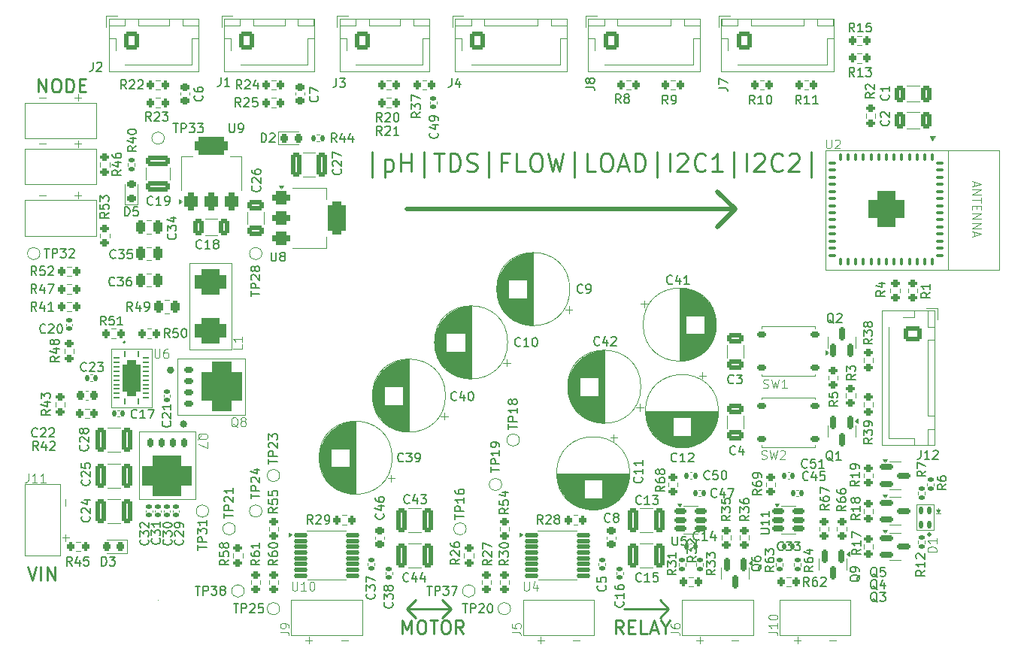
<source format=gto>
%TF.GenerationSoftware,KiCad,Pcbnew,8.0.2*%
%TF.CreationDate,2024-12-26T16:42:42-05:00*%
%TF.ProjectId,Column Controller,436f6c75-6d6e-4204-936f-6e74726f6c6c,rev?*%
%TF.SameCoordinates,Original*%
%TF.FileFunction,Legend,Top*%
%TF.FilePolarity,Positive*%
%FSLAX46Y46*%
G04 Gerber Fmt 4.6, Leading zero omitted, Abs format (unit mm)*
G04 Created by KiCad (PCBNEW 8.0.2) date 2024-12-26 16:42:42*
%MOMM*%
%LPD*%
G01*
G04 APERTURE LIST*
G04 Aperture macros list*
%AMRoundRect*
0 Rectangle with rounded corners*
0 $1 Rounding radius*
0 $2 $3 $4 $5 $6 $7 $8 $9 X,Y pos of 4 corners*
0 Add a 4 corners polygon primitive as box body*
4,1,4,$2,$3,$4,$5,$6,$7,$8,$9,$2,$3,0*
0 Add four circle primitives for the rounded corners*
1,1,$1+$1,$2,$3*
1,1,$1+$1,$4,$5*
1,1,$1+$1,$6,$7*
1,1,$1+$1,$8,$9*
0 Add four rect primitives between the rounded corners*
20,1,$1+$1,$2,$3,$4,$5,0*
20,1,$1+$1,$4,$5,$6,$7,0*
20,1,$1+$1,$6,$7,$8,$9,0*
20,1,$1+$1,$8,$9,$2,$3,0*%
G04 Aperture macros list end*
%ADD10C,0.250000*%
%ADD11C,0.100000*%
%ADD12C,0.500000*%
%ADD13C,0.150000*%
%ADD14C,0.120000*%
%ADD15C,0.200000*%
%ADD16C,0.400000*%
%ADD17RoundRect,0.250000X0.250000X0.475000X-0.250000X0.475000X-0.250000X-0.475000X0.250000X-0.475000X0*%
%ADD18RoundRect,0.200000X-0.275000X0.200000X-0.275000X-0.200000X0.275000X-0.200000X0.275000X0.200000X0*%
%ADD19C,1.000000*%
%ADD20RoundRect,0.200000X0.275000X-0.200000X0.275000X0.200000X-0.275000X0.200000X-0.275000X-0.200000X0*%
%ADD21RoundRect,0.135000X0.185000X-0.135000X0.185000X0.135000X-0.185000X0.135000X-0.185000X-0.135000X0*%
%ADD22RoundRect,0.225000X0.225000X0.250000X-0.225000X0.250000X-0.225000X-0.250000X0.225000X-0.250000X0*%
%ADD23C,3.200000*%
%ADD24RoundRect,0.150000X-0.587500X-0.150000X0.587500X-0.150000X0.587500X0.150000X-0.587500X0.150000X0*%
%ADD25RoundRect,0.737500X1.012500X-0.737500X1.012500X0.737500X-1.012500X0.737500X-1.012500X-0.737500X0*%
%ADD26RoundRect,0.137500X0.137500X-0.262500X0.137500X0.262500X-0.137500X0.262500X-0.137500X-0.262500X0*%
%ADD27RoundRect,0.200000X-0.200000X-0.275000X0.200000X-0.275000X0.200000X0.275000X-0.200000X0.275000X0*%
%ADD28RoundRect,0.200000X0.200000X0.275000X-0.200000X0.275000X-0.200000X-0.275000X0.200000X-0.275000X0*%
%ADD29RoundRect,0.218750X-0.218750X-0.256250X0.218750X-0.256250X0.218750X0.256250X-0.218750X0.256250X0*%
%ADD30R,2.000000X2.000000*%
%ADD31C,2.000000*%
%ADD32RoundRect,0.135000X-0.185000X0.135000X-0.185000X-0.135000X0.185000X-0.135000X0.185000X0.135000X0*%
%ADD33RoundRect,0.250000X0.325000X0.650000X-0.325000X0.650000X-0.325000X-0.650000X0.325000X-0.650000X0*%
%ADD34RoundRect,0.218750X0.218750X0.256250X-0.218750X0.256250X-0.218750X-0.256250X0.218750X-0.256250X0*%
%ADD35R,1.600000X1.600000*%
%ADD36C,1.600000*%
%ADD37RoundRect,0.250000X-0.325000X-1.100000X0.325000X-1.100000X0.325000X1.100000X-0.325000X1.100000X0*%
%ADD38RoundRect,0.218750X0.256250X-0.218750X0.256250X0.218750X-0.256250X0.218750X-0.256250X-0.218750X0*%
%ADD39RoundRect,0.375000X0.375000X-0.625000X0.375000X0.625000X-0.375000X0.625000X-0.375000X-0.625000X0*%
%ADD40RoundRect,0.500000X1.400000X-0.500000X1.400000X0.500000X-1.400000X0.500000X-1.400000X-0.500000X0*%
%ADD41RoundRect,0.250000X0.650000X-0.325000X0.650000X0.325000X-0.650000X0.325000X-0.650000X-0.325000X0*%
%ADD42RoundRect,0.150000X0.150000X-0.587500X0.150000X0.587500X-0.150000X0.587500X-0.150000X-0.587500X0*%
%ADD43RoundRect,0.062500X-0.062500X-0.237500X0.062500X-0.237500X0.062500X0.237500X-0.062500X0.237500X0*%
%ADD44RoundRect,0.062500X0.237500X-0.062500X0.237500X0.062500X-0.237500X0.062500X-0.237500X-0.062500X0*%
%ADD45RoundRect,0.062500X0.062500X0.237500X-0.062500X0.237500X-0.062500X-0.237500X0.062500X-0.237500X0*%
%ADD46RoundRect,0.062500X-0.237500X0.062500X-0.237500X-0.062500X0.237500X-0.062500X0.237500X0.062500X0*%
%ADD47RoundRect,0.525000X-0.525000X-1.525000X0.525000X-1.525000X0.525000X1.525000X-0.525000X1.525000X0*%
%ADD48RoundRect,0.250000X0.325000X1.100000X-0.325000X1.100000X-0.325000X-1.100000X0.325000X-1.100000X0*%
%ADD49RoundRect,0.140000X-0.170000X0.140000X-0.170000X-0.140000X0.170000X-0.140000X0.170000X0.140000X0*%
%ADD50RoundRect,0.175000X-0.325000X-0.175000X0.325000X-0.175000X0.325000X0.175000X-0.325000X0.175000X0*%
%ADD51RoundRect,0.250000X0.262500X0.450000X-0.262500X0.450000X-0.262500X-0.450000X0.262500X-0.450000X0*%
%ADD52RoundRect,0.175000X0.325000X0.175000X-0.325000X0.175000X-0.325000X-0.175000X0.325000X-0.175000X0*%
%ADD53RoundRect,0.250000X-0.650000X0.325000X-0.650000X-0.325000X0.650000X-0.325000X0.650000X0.325000X0*%
%ADD54RoundRect,0.140000X-0.140000X-0.170000X0.140000X-0.170000X0.140000X0.170000X-0.140000X0.170000X0*%
%ADD55RoundRect,0.187500X0.187500X0.312500X-0.187500X0.312500X-0.187500X-0.312500X0.187500X-0.312500X0*%
%ADD56RoundRect,1.132500X1.642500X1.132500X-1.642500X1.132500X-1.642500X-1.132500X1.642500X-1.132500X0*%
%ADD57C,1.200000*%
%ADD58RoundRect,0.250000X-0.600000X-0.725000X0.600000X-0.725000X0.600000X0.725000X-0.600000X0.725000X0*%
%ADD59O,1.700000X1.950000*%
%ADD60RoundRect,0.187500X-0.312500X0.187500X-0.312500X-0.187500X0.312500X-0.187500X0.312500X0.187500X0*%
%ADD61RoundRect,1.132500X-1.132500X1.642500X-1.132500X-1.642500X1.132500X-1.642500X1.132500X1.642500X0*%
%ADD62RoundRect,0.225000X-0.250000X0.225000X-0.250000X-0.225000X0.250000X-0.225000X0.250000X0.225000X0*%
%ADD63RoundRect,0.250000X-0.725000X0.600000X-0.725000X-0.600000X0.725000X-0.600000X0.725000X0.600000X0*%
%ADD64O,1.950000X1.700000*%
%ADD65RoundRect,0.140000X0.140000X0.170000X-0.140000X0.170000X-0.140000X-0.170000X0.140000X-0.170000X0*%
%ADD66RoundRect,0.250000X-0.325000X-0.650000X0.325000X-0.650000X0.325000X0.650000X-0.325000X0.650000X0*%
%ADD67RoundRect,0.250000X-1.100000X0.325000X-1.100000X-0.325000X1.100000X-0.325000X1.100000X0.325000X0*%
%ADD68RoundRect,0.375000X-0.625000X-0.375000X0.625000X-0.375000X0.625000X0.375000X-0.625000X0.375000X0*%
%ADD69RoundRect,0.500000X-0.500000X-1.400000X0.500000X-1.400000X0.500000X1.400000X-0.500000X1.400000X0*%
%ADD70RoundRect,0.112500X-0.637500X-0.112500X0.637500X-0.112500X0.637500X0.112500X-0.637500X0.112500X0*%
%ADD71RoundRect,0.135000X-0.135000X-0.185000X0.135000X-0.185000X0.135000X0.185000X-0.135000X0.185000X0*%
%ADD72RoundRect,0.150000X-0.150000X0.587500X-0.150000X-0.587500X0.150000X-0.587500X0.150000X0.587500X0*%
%ADD73RoundRect,0.150000X-0.512500X-0.150000X0.512500X-0.150000X0.512500X0.150000X-0.512500X0.150000X0*%
%ADD74RoundRect,0.100000X0.100000X-0.300000X0.100000X0.300000X-0.100000X0.300000X-0.100000X-0.300000X0*%
%ADD75RoundRect,0.100000X0.300000X0.100000X-0.300000X0.100000X-0.300000X-0.100000X0.300000X-0.100000X0*%
%ADD76RoundRect,0.100000X-0.100000X0.300000X-0.100000X-0.300000X0.100000X-0.300000X0.100000X0.300000X0*%
%ADD77RoundRect,0.100000X-0.300000X-0.100000X0.300000X-0.100000X0.300000X0.100000X-0.300000X0.100000X0*%
%ADD78RoundRect,1.000000X-1.000000X-1.000000X1.000000X-1.000000X1.000000X1.000000X-1.000000X1.000000X0*%
%ADD79RoundRect,0.140000X0.170000X-0.140000X0.170000X0.140000X-0.170000X0.140000X-0.170000X-0.140000X0*%
G04 APERTURE END LIST*
D10*
X129000000Y-146000000D02*
X128000000Y-145000000D01*
X124000000Y-146000000D02*
X125000000Y-145000000D01*
X153500000Y-146000000D02*
X152500000Y-147000000D01*
D11*
X96000000Y-145000000D02*
X96000000Y-145000000D01*
D12*
X161000000Y-101000000D02*
X159000000Y-103000000D01*
D10*
X148500000Y-146000000D02*
X153500000Y-146000000D01*
X152500000Y-145000000D02*
X153500000Y-146000000D01*
X129000000Y-146000000D02*
X128000000Y-147000000D01*
D12*
X124000000Y-101000000D02*
X161000000Y-101000000D01*
D10*
X124000000Y-146000000D02*
X125000000Y-147000000D01*
X124000000Y-146000000D02*
X129000000Y-146000000D01*
D12*
X161000000Y-101000000D02*
X159000000Y-99000000D01*
D10*
X82521615Y-87803428D02*
X82521615Y-86303428D01*
X82521615Y-86303428D02*
X83378758Y-87803428D01*
X83378758Y-87803428D02*
X83378758Y-86303428D01*
X84378759Y-86303428D02*
X84664473Y-86303428D01*
X84664473Y-86303428D02*
X84807330Y-86374857D01*
X84807330Y-86374857D02*
X84950187Y-86517714D01*
X84950187Y-86517714D02*
X85021616Y-86803428D01*
X85021616Y-86803428D02*
X85021616Y-87303428D01*
X85021616Y-87303428D02*
X84950187Y-87589142D01*
X84950187Y-87589142D02*
X84807330Y-87732000D01*
X84807330Y-87732000D02*
X84664473Y-87803428D01*
X84664473Y-87803428D02*
X84378759Y-87803428D01*
X84378759Y-87803428D02*
X84235902Y-87732000D01*
X84235902Y-87732000D02*
X84093044Y-87589142D01*
X84093044Y-87589142D02*
X84021616Y-87303428D01*
X84021616Y-87303428D02*
X84021616Y-86803428D01*
X84021616Y-86803428D02*
X84093044Y-86517714D01*
X84093044Y-86517714D02*
X84235902Y-86374857D01*
X84235902Y-86374857D02*
X84378759Y-86303428D01*
X85664473Y-87803428D02*
X85664473Y-86303428D01*
X85664473Y-86303428D02*
X86021616Y-86303428D01*
X86021616Y-86303428D02*
X86235902Y-86374857D01*
X86235902Y-86374857D02*
X86378759Y-86517714D01*
X86378759Y-86517714D02*
X86450188Y-86660571D01*
X86450188Y-86660571D02*
X86521616Y-86946285D01*
X86521616Y-86946285D02*
X86521616Y-87160571D01*
X86521616Y-87160571D02*
X86450188Y-87446285D01*
X86450188Y-87446285D02*
X86378759Y-87589142D01*
X86378759Y-87589142D02*
X86235902Y-87732000D01*
X86235902Y-87732000D02*
X86021616Y-87803428D01*
X86021616Y-87803428D02*
X85664473Y-87803428D01*
X87164473Y-87017714D02*
X87664473Y-87017714D01*
X87878759Y-87803428D02*
X87164473Y-87803428D01*
X87164473Y-87803428D02*
X87164473Y-86303428D01*
X87164473Y-86303428D02*
X87878759Y-86303428D01*
X148378758Y-148803428D02*
X147878758Y-148089142D01*
X147521615Y-148803428D02*
X147521615Y-147303428D01*
X147521615Y-147303428D02*
X148093044Y-147303428D01*
X148093044Y-147303428D02*
X148235901Y-147374857D01*
X148235901Y-147374857D02*
X148307330Y-147446285D01*
X148307330Y-147446285D02*
X148378758Y-147589142D01*
X148378758Y-147589142D02*
X148378758Y-147803428D01*
X148378758Y-147803428D02*
X148307330Y-147946285D01*
X148307330Y-147946285D02*
X148235901Y-148017714D01*
X148235901Y-148017714D02*
X148093044Y-148089142D01*
X148093044Y-148089142D02*
X147521615Y-148089142D01*
X149021615Y-148017714D02*
X149521615Y-148017714D01*
X149735901Y-148803428D02*
X149021615Y-148803428D01*
X149021615Y-148803428D02*
X149021615Y-147303428D01*
X149021615Y-147303428D02*
X149735901Y-147303428D01*
X151093044Y-148803428D02*
X150378758Y-148803428D01*
X150378758Y-148803428D02*
X150378758Y-147303428D01*
X151521616Y-148374857D02*
X152235902Y-148374857D01*
X151378759Y-148803428D02*
X151878759Y-147303428D01*
X151878759Y-147303428D02*
X152378759Y-148803428D01*
X153164473Y-148089142D02*
X153164473Y-148803428D01*
X152664473Y-147303428D02*
X153164473Y-148089142D01*
X153164473Y-148089142D02*
X153664473Y-147303428D01*
X81307330Y-141303428D02*
X81807330Y-142803428D01*
X81807330Y-142803428D02*
X82307330Y-141303428D01*
X82807329Y-142803428D02*
X82807329Y-141303428D01*
X83521615Y-142803428D02*
X83521615Y-141303428D01*
X83521615Y-141303428D02*
X84378758Y-142803428D01*
X84378758Y-142803428D02*
X84378758Y-141303428D01*
X120116853Y-97408904D02*
X120116853Y-94551761D01*
X121545425Y-95408904D02*
X121545425Y-97408904D01*
X121545425Y-95504142D02*
X121735901Y-95408904D01*
X121735901Y-95408904D02*
X122116854Y-95408904D01*
X122116854Y-95408904D02*
X122307330Y-95504142D01*
X122307330Y-95504142D02*
X122402568Y-95599380D01*
X122402568Y-95599380D02*
X122497806Y-95789857D01*
X122497806Y-95789857D02*
X122497806Y-96361285D01*
X122497806Y-96361285D02*
X122402568Y-96551761D01*
X122402568Y-96551761D02*
X122307330Y-96647000D01*
X122307330Y-96647000D02*
X122116854Y-96742238D01*
X122116854Y-96742238D02*
X121735901Y-96742238D01*
X121735901Y-96742238D02*
X121545425Y-96647000D01*
X123354949Y-96742238D02*
X123354949Y-94742238D01*
X123354949Y-95694619D02*
X124497806Y-95694619D01*
X124497806Y-96742238D02*
X124497806Y-94742238D01*
X125926377Y-97408904D02*
X125926377Y-94551761D01*
X127069235Y-94742238D02*
X128212092Y-94742238D01*
X127640663Y-96742238D02*
X127640663Y-94742238D01*
X128878759Y-96742238D02*
X128878759Y-94742238D01*
X128878759Y-94742238D02*
X129354949Y-94742238D01*
X129354949Y-94742238D02*
X129640664Y-94837476D01*
X129640664Y-94837476D02*
X129831140Y-95027952D01*
X129831140Y-95027952D02*
X129926378Y-95218428D01*
X129926378Y-95218428D02*
X130021616Y-95599380D01*
X130021616Y-95599380D02*
X130021616Y-95885095D01*
X130021616Y-95885095D02*
X129926378Y-96266047D01*
X129926378Y-96266047D02*
X129831140Y-96456523D01*
X129831140Y-96456523D02*
X129640664Y-96647000D01*
X129640664Y-96647000D02*
X129354949Y-96742238D01*
X129354949Y-96742238D02*
X128878759Y-96742238D01*
X130783521Y-96647000D02*
X131069235Y-96742238D01*
X131069235Y-96742238D02*
X131545426Y-96742238D01*
X131545426Y-96742238D02*
X131735902Y-96647000D01*
X131735902Y-96647000D02*
X131831140Y-96551761D01*
X131831140Y-96551761D02*
X131926378Y-96361285D01*
X131926378Y-96361285D02*
X131926378Y-96170809D01*
X131926378Y-96170809D02*
X131831140Y-95980333D01*
X131831140Y-95980333D02*
X131735902Y-95885095D01*
X131735902Y-95885095D02*
X131545426Y-95789857D01*
X131545426Y-95789857D02*
X131164473Y-95694619D01*
X131164473Y-95694619D02*
X130973997Y-95599380D01*
X130973997Y-95599380D02*
X130878759Y-95504142D01*
X130878759Y-95504142D02*
X130783521Y-95313666D01*
X130783521Y-95313666D02*
X130783521Y-95123190D01*
X130783521Y-95123190D02*
X130878759Y-94932714D01*
X130878759Y-94932714D02*
X130973997Y-94837476D01*
X130973997Y-94837476D02*
X131164473Y-94742238D01*
X131164473Y-94742238D02*
X131640664Y-94742238D01*
X131640664Y-94742238D02*
X131926378Y-94837476D01*
X133259711Y-97408904D02*
X133259711Y-94551761D01*
X135354950Y-95694619D02*
X134688283Y-95694619D01*
X134688283Y-96742238D02*
X134688283Y-94742238D01*
X134688283Y-94742238D02*
X135640664Y-94742238D01*
X137354950Y-96742238D02*
X136402569Y-96742238D01*
X136402569Y-96742238D02*
X136402569Y-94742238D01*
X138402569Y-94742238D02*
X138783522Y-94742238D01*
X138783522Y-94742238D02*
X138973998Y-94837476D01*
X138973998Y-94837476D02*
X139164474Y-95027952D01*
X139164474Y-95027952D02*
X139259712Y-95408904D01*
X139259712Y-95408904D02*
X139259712Y-96075571D01*
X139259712Y-96075571D02*
X139164474Y-96456523D01*
X139164474Y-96456523D02*
X138973998Y-96647000D01*
X138973998Y-96647000D02*
X138783522Y-96742238D01*
X138783522Y-96742238D02*
X138402569Y-96742238D01*
X138402569Y-96742238D02*
X138212093Y-96647000D01*
X138212093Y-96647000D02*
X138021617Y-96456523D01*
X138021617Y-96456523D02*
X137926379Y-96075571D01*
X137926379Y-96075571D02*
X137926379Y-95408904D01*
X137926379Y-95408904D02*
X138021617Y-95027952D01*
X138021617Y-95027952D02*
X138212093Y-94837476D01*
X138212093Y-94837476D02*
X138402569Y-94742238D01*
X139926379Y-94742238D02*
X140402569Y-96742238D01*
X140402569Y-96742238D02*
X140783522Y-95313666D01*
X140783522Y-95313666D02*
X141164474Y-96742238D01*
X141164474Y-96742238D02*
X141640665Y-94742238D01*
X142878759Y-97408904D02*
X142878759Y-94551761D01*
X145259712Y-96742238D02*
X144307331Y-96742238D01*
X144307331Y-96742238D02*
X144307331Y-94742238D01*
X146307331Y-94742238D02*
X146688284Y-94742238D01*
X146688284Y-94742238D02*
X146878760Y-94837476D01*
X146878760Y-94837476D02*
X147069236Y-95027952D01*
X147069236Y-95027952D02*
X147164474Y-95408904D01*
X147164474Y-95408904D02*
X147164474Y-96075571D01*
X147164474Y-96075571D02*
X147069236Y-96456523D01*
X147069236Y-96456523D02*
X146878760Y-96647000D01*
X146878760Y-96647000D02*
X146688284Y-96742238D01*
X146688284Y-96742238D02*
X146307331Y-96742238D01*
X146307331Y-96742238D02*
X146116855Y-96647000D01*
X146116855Y-96647000D02*
X145926379Y-96456523D01*
X145926379Y-96456523D02*
X145831141Y-96075571D01*
X145831141Y-96075571D02*
X145831141Y-95408904D01*
X145831141Y-95408904D02*
X145926379Y-95027952D01*
X145926379Y-95027952D02*
X146116855Y-94837476D01*
X146116855Y-94837476D02*
X146307331Y-94742238D01*
X147926379Y-96170809D02*
X148878760Y-96170809D01*
X147735903Y-96742238D02*
X148402569Y-94742238D01*
X148402569Y-94742238D02*
X149069236Y-96742238D01*
X149735903Y-96742238D02*
X149735903Y-94742238D01*
X149735903Y-94742238D02*
X150212093Y-94742238D01*
X150212093Y-94742238D02*
X150497808Y-94837476D01*
X150497808Y-94837476D02*
X150688284Y-95027952D01*
X150688284Y-95027952D02*
X150783522Y-95218428D01*
X150783522Y-95218428D02*
X150878760Y-95599380D01*
X150878760Y-95599380D02*
X150878760Y-95885095D01*
X150878760Y-95885095D02*
X150783522Y-96266047D01*
X150783522Y-96266047D02*
X150688284Y-96456523D01*
X150688284Y-96456523D02*
X150497808Y-96647000D01*
X150497808Y-96647000D02*
X150212093Y-96742238D01*
X150212093Y-96742238D02*
X149735903Y-96742238D01*
X152212093Y-97408904D02*
X152212093Y-94551761D01*
X153640665Y-96742238D02*
X153640665Y-94742238D01*
X154497808Y-94932714D02*
X154593046Y-94837476D01*
X154593046Y-94837476D02*
X154783522Y-94742238D01*
X154783522Y-94742238D02*
X155259713Y-94742238D01*
X155259713Y-94742238D02*
X155450189Y-94837476D01*
X155450189Y-94837476D02*
X155545427Y-94932714D01*
X155545427Y-94932714D02*
X155640665Y-95123190D01*
X155640665Y-95123190D02*
X155640665Y-95313666D01*
X155640665Y-95313666D02*
X155545427Y-95599380D01*
X155545427Y-95599380D02*
X154402570Y-96742238D01*
X154402570Y-96742238D02*
X155640665Y-96742238D01*
X157640665Y-96551761D02*
X157545427Y-96647000D01*
X157545427Y-96647000D02*
X157259713Y-96742238D01*
X157259713Y-96742238D02*
X157069237Y-96742238D01*
X157069237Y-96742238D02*
X156783522Y-96647000D01*
X156783522Y-96647000D02*
X156593046Y-96456523D01*
X156593046Y-96456523D02*
X156497808Y-96266047D01*
X156497808Y-96266047D02*
X156402570Y-95885095D01*
X156402570Y-95885095D02*
X156402570Y-95599380D01*
X156402570Y-95599380D02*
X156497808Y-95218428D01*
X156497808Y-95218428D02*
X156593046Y-95027952D01*
X156593046Y-95027952D02*
X156783522Y-94837476D01*
X156783522Y-94837476D02*
X157069237Y-94742238D01*
X157069237Y-94742238D02*
X157259713Y-94742238D01*
X157259713Y-94742238D02*
X157545427Y-94837476D01*
X157545427Y-94837476D02*
X157640665Y-94932714D01*
X159545427Y-96742238D02*
X158402570Y-96742238D01*
X158973998Y-96742238D02*
X158973998Y-94742238D01*
X158973998Y-94742238D02*
X158783522Y-95027952D01*
X158783522Y-95027952D02*
X158593046Y-95218428D01*
X158593046Y-95218428D02*
X158402570Y-95313666D01*
X160878760Y-97408904D02*
X160878760Y-94551761D01*
X162307332Y-96742238D02*
X162307332Y-94742238D01*
X163164475Y-94932714D02*
X163259713Y-94837476D01*
X163259713Y-94837476D02*
X163450189Y-94742238D01*
X163450189Y-94742238D02*
X163926380Y-94742238D01*
X163926380Y-94742238D02*
X164116856Y-94837476D01*
X164116856Y-94837476D02*
X164212094Y-94932714D01*
X164212094Y-94932714D02*
X164307332Y-95123190D01*
X164307332Y-95123190D02*
X164307332Y-95313666D01*
X164307332Y-95313666D02*
X164212094Y-95599380D01*
X164212094Y-95599380D02*
X163069237Y-96742238D01*
X163069237Y-96742238D02*
X164307332Y-96742238D01*
X166307332Y-96551761D02*
X166212094Y-96647000D01*
X166212094Y-96647000D02*
X165926380Y-96742238D01*
X165926380Y-96742238D02*
X165735904Y-96742238D01*
X165735904Y-96742238D02*
X165450189Y-96647000D01*
X165450189Y-96647000D02*
X165259713Y-96456523D01*
X165259713Y-96456523D02*
X165164475Y-96266047D01*
X165164475Y-96266047D02*
X165069237Y-95885095D01*
X165069237Y-95885095D02*
X165069237Y-95599380D01*
X165069237Y-95599380D02*
X165164475Y-95218428D01*
X165164475Y-95218428D02*
X165259713Y-95027952D01*
X165259713Y-95027952D02*
X165450189Y-94837476D01*
X165450189Y-94837476D02*
X165735904Y-94742238D01*
X165735904Y-94742238D02*
X165926380Y-94742238D01*
X165926380Y-94742238D02*
X166212094Y-94837476D01*
X166212094Y-94837476D02*
X166307332Y-94932714D01*
X167069237Y-94932714D02*
X167164475Y-94837476D01*
X167164475Y-94837476D02*
X167354951Y-94742238D01*
X167354951Y-94742238D02*
X167831142Y-94742238D01*
X167831142Y-94742238D02*
X168021618Y-94837476D01*
X168021618Y-94837476D02*
X168116856Y-94932714D01*
X168116856Y-94932714D02*
X168212094Y-95123190D01*
X168212094Y-95123190D02*
X168212094Y-95313666D01*
X168212094Y-95313666D02*
X168116856Y-95599380D01*
X168116856Y-95599380D02*
X166973999Y-96742238D01*
X166973999Y-96742238D02*
X168212094Y-96742238D01*
X169545427Y-97408904D02*
X169545427Y-94551761D01*
X123521615Y-148803428D02*
X123521615Y-147303428D01*
X123521615Y-147303428D02*
X124021615Y-148374857D01*
X124021615Y-148374857D02*
X124521615Y-147303428D01*
X124521615Y-147303428D02*
X124521615Y-148803428D01*
X125521616Y-147303428D02*
X125807330Y-147303428D01*
X125807330Y-147303428D02*
X125950187Y-147374857D01*
X125950187Y-147374857D02*
X126093044Y-147517714D01*
X126093044Y-147517714D02*
X126164473Y-147803428D01*
X126164473Y-147803428D02*
X126164473Y-148303428D01*
X126164473Y-148303428D02*
X126093044Y-148589142D01*
X126093044Y-148589142D02*
X125950187Y-148732000D01*
X125950187Y-148732000D02*
X125807330Y-148803428D01*
X125807330Y-148803428D02*
X125521616Y-148803428D01*
X125521616Y-148803428D02*
X125378759Y-148732000D01*
X125378759Y-148732000D02*
X125235901Y-148589142D01*
X125235901Y-148589142D02*
X125164473Y-148303428D01*
X125164473Y-148303428D02*
X125164473Y-147803428D01*
X125164473Y-147803428D02*
X125235901Y-147517714D01*
X125235901Y-147517714D02*
X125378759Y-147374857D01*
X125378759Y-147374857D02*
X125521616Y-147303428D01*
X126593045Y-147303428D02*
X127450188Y-147303428D01*
X127021616Y-148803428D02*
X127021616Y-147303428D01*
X128235902Y-147303428D02*
X128521616Y-147303428D01*
X128521616Y-147303428D02*
X128664473Y-147374857D01*
X128664473Y-147374857D02*
X128807330Y-147517714D01*
X128807330Y-147517714D02*
X128878759Y-147803428D01*
X128878759Y-147803428D02*
X128878759Y-148303428D01*
X128878759Y-148303428D02*
X128807330Y-148589142D01*
X128807330Y-148589142D02*
X128664473Y-148732000D01*
X128664473Y-148732000D02*
X128521616Y-148803428D01*
X128521616Y-148803428D02*
X128235902Y-148803428D01*
X128235902Y-148803428D02*
X128093045Y-148732000D01*
X128093045Y-148732000D02*
X127950187Y-148589142D01*
X127950187Y-148589142D02*
X127878759Y-148303428D01*
X127878759Y-148303428D02*
X127878759Y-147803428D01*
X127878759Y-147803428D02*
X127950187Y-147517714D01*
X127950187Y-147517714D02*
X128093045Y-147374857D01*
X128093045Y-147374857D02*
X128235902Y-147303428D01*
X130378759Y-148803428D02*
X129878759Y-148089142D01*
X129521616Y-148803428D02*
X129521616Y-147303428D01*
X129521616Y-147303428D02*
X130093045Y-147303428D01*
X130093045Y-147303428D02*
X130235902Y-147374857D01*
X130235902Y-147374857D02*
X130307331Y-147446285D01*
X130307331Y-147446285D02*
X130378759Y-147589142D01*
X130378759Y-147589142D02*
X130378759Y-147803428D01*
X130378759Y-147803428D02*
X130307331Y-147946285D01*
X130307331Y-147946285D02*
X130235902Y-148017714D01*
X130235902Y-148017714D02*
X130093045Y-148089142D01*
X130093045Y-148089142D02*
X129521616Y-148089142D01*
D13*
X91108207Y-109559580D02*
X91060588Y-109607200D01*
X91060588Y-109607200D02*
X90917731Y-109654819D01*
X90917731Y-109654819D02*
X90822493Y-109654819D01*
X90822493Y-109654819D02*
X90679636Y-109607200D01*
X90679636Y-109607200D02*
X90584398Y-109511961D01*
X90584398Y-109511961D02*
X90536779Y-109416723D01*
X90536779Y-109416723D02*
X90489160Y-109226247D01*
X90489160Y-109226247D02*
X90489160Y-109083390D01*
X90489160Y-109083390D02*
X90536779Y-108892914D01*
X90536779Y-108892914D02*
X90584398Y-108797676D01*
X90584398Y-108797676D02*
X90679636Y-108702438D01*
X90679636Y-108702438D02*
X90822493Y-108654819D01*
X90822493Y-108654819D02*
X90917731Y-108654819D01*
X90917731Y-108654819D02*
X91060588Y-108702438D01*
X91060588Y-108702438D02*
X91108207Y-108750057D01*
X91441541Y-108654819D02*
X92060588Y-108654819D01*
X92060588Y-108654819D02*
X91727255Y-109035771D01*
X91727255Y-109035771D02*
X91870112Y-109035771D01*
X91870112Y-109035771D02*
X91965350Y-109083390D01*
X91965350Y-109083390D02*
X92012969Y-109131009D01*
X92012969Y-109131009D02*
X92060588Y-109226247D01*
X92060588Y-109226247D02*
X92060588Y-109464342D01*
X92060588Y-109464342D02*
X92012969Y-109559580D01*
X92012969Y-109559580D02*
X91965350Y-109607200D01*
X91965350Y-109607200D02*
X91870112Y-109654819D01*
X91870112Y-109654819D02*
X91584398Y-109654819D01*
X91584398Y-109654819D02*
X91489160Y-109607200D01*
X91489160Y-109607200D02*
X91441541Y-109559580D01*
X92917731Y-108654819D02*
X92727255Y-108654819D01*
X92727255Y-108654819D02*
X92632017Y-108702438D01*
X92632017Y-108702438D02*
X92584398Y-108750057D01*
X92584398Y-108750057D02*
X92489160Y-108892914D01*
X92489160Y-108892914D02*
X92441541Y-109083390D01*
X92441541Y-109083390D02*
X92441541Y-109464342D01*
X92441541Y-109464342D02*
X92489160Y-109559580D01*
X92489160Y-109559580D02*
X92536779Y-109607200D01*
X92536779Y-109607200D02*
X92632017Y-109654819D01*
X92632017Y-109654819D02*
X92822493Y-109654819D01*
X92822493Y-109654819D02*
X92917731Y-109607200D01*
X92917731Y-109607200D02*
X92965350Y-109559580D01*
X92965350Y-109559580D02*
X93012969Y-109464342D01*
X93012969Y-109464342D02*
X93012969Y-109226247D01*
X93012969Y-109226247D02*
X92965350Y-109131009D01*
X92965350Y-109131009D02*
X92917731Y-109083390D01*
X92917731Y-109083390D02*
X92822493Y-109035771D01*
X92822493Y-109035771D02*
X92632017Y-109035771D01*
X92632017Y-109035771D02*
X92536779Y-109083390D01*
X92536779Y-109083390D02*
X92489160Y-109131009D01*
X92489160Y-109131009D02*
X92441541Y-109226247D01*
X182954819Y-110391792D02*
X182478628Y-110725125D01*
X182954819Y-110963220D02*
X181954819Y-110963220D01*
X181954819Y-110963220D02*
X181954819Y-110582268D01*
X181954819Y-110582268D02*
X182002438Y-110487030D01*
X182002438Y-110487030D02*
X182050057Y-110439411D01*
X182050057Y-110439411D02*
X182145295Y-110391792D01*
X182145295Y-110391792D02*
X182288152Y-110391792D01*
X182288152Y-110391792D02*
X182383390Y-110439411D01*
X182383390Y-110439411D02*
X182431009Y-110487030D01*
X182431009Y-110487030D02*
X182478628Y-110582268D01*
X182478628Y-110582268D02*
X182478628Y-110963220D01*
X182954819Y-109439411D02*
X182954819Y-110010839D01*
X182954819Y-109725125D02*
X181954819Y-109725125D01*
X181954819Y-109725125D02*
X182097676Y-109820363D01*
X182097676Y-109820363D02*
X182192914Y-109915601D01*
X182192914Y-109915601D02*
X182240533Y-110010839D01*
X133454819Y-130606077D02*
X133454819Y-130034649D01*
X134454819Y-130320363D02*
X133454819Y-130320363D01*
X134454819Y-129701315D02*
X133454819Y-129701315D01*
X133454819Y-129701315D02*
X133454819Y-129320363D01*
X133454819Y-129320363D02*
X133502438Y-129225125D01*
X133502438Y-129225125D02*
X133550057Y-129177506D01*
X133550057Y-129177506D02*
X133645295Y-129129887D01*
X133645295Y-129129887D02*
X133788152Y-129129887D01*
X133788152Y-129129887D02*
X133883390Y-129177506D01*
X133883390Y-129177506D02*
X133931009Y-129225125D01*
X133931009Y-129225125D02*
X133978628Y-129320363D01*
X133978628Y-129320363D02*
X133978628Y-129701315D01*
X134454819Y-128177506D02*
X134454819Y-128748934D01*
X134454819Y-128463220D02*
X133454819Y-128463220D01*
X133454819Y-128463220D02*
X133597676Y-128558458D01*
X133597676Y-128558458D02*
X133692914Y-128653696D01*
X133692914Y-128653696D02*
X133740533Y-128748934D01*
X134454819Y-127701315D02*
X134454819Y-127510839D01*
X134454819Y-127510839D02*
X134407200Y-127415601D01*
X134407200Y-127415601D02*
X134359580Y-127367982D01*
X134359580Y-127367982D02*
X134216723Y-127272744D01*
X134216723Y-127272744D02*
X134026247Y-127225125D01*
X134026247Y-127225125D02*
X133645295Y-127225125D01*
X133645295Y-127225125D02*
X133550057Y-127272744D01*
X133550057Y-127272744D02*
X133502438Y-127320363D01*
X133502438Y-127320363D02*
X133454819Y-127415601D01*
X133454819Y-127415601D02*
X133454819Y-127606077D01*
X133454819Y-127606077D02*
X133502438Y-127701315D01*
X133502438Y-127701315D02*
X133550057Y-127748934D01*
X133550057Y-127748934D02*
X133645295Y-127796553D01*
X133645295Y-127796553D02*
X133883390Y-127796553D01*
X133883390Y-127796553D02*
X133978628Y-127748934D01*
X133978628Y-127748934D02*
X134026247Y-127701315D01*
X134026247Y-127701315D02*
X134073866Y-127606077D01*
X134073866Y-127606077D02*
X134073866Y-127415601D01*
X134073866Y-127415601D02*
X134026247Y-127320363D01*
X134026247Y-127320363D02*
X133978628Y-127272744D01*
X133978628Y-127272744D02*
X133883390Y-127225125D01*
X160454819Y-135491792D02*
X159978628Y-135825125D01*
X160454819Y-136063220D02*
X159454819Y-136063220D01*
X159454819Y-136063220D02*
X159454819Y-135682268D01*
X159454819Y-135682268D02*
X159502438Y-135587030D01*
X159502438Y-135587030D02*
X159550057Y-135539411D01*
X159550057Y-135539411D02*
X159645295Y-135491792D01*
X159645295Y-135491792D02*
X159788152Y-135491792D01*
X159788152Y-135491792D02*
X159883390Y-135539411D01*
X159883390Y-135539411D02*
X159931009Y-135587030D01*
X159931009Y-135587030D02*
X159978628Y-135682268D01*
X159978628Y-135682268D02*
X159978628Y-136063220D01*
X159454819Y-135158458D02*
X159454819Y-134539411D01*
X159454819Y-134539411D02*
X159835771Y-134872744D01*
X159835771Y-134872744D02*
X159835771Y-134729887D01*
X159835771Y-134729887D02*
X159883390Y-134634649D01*
X159883390Y-134634649D02*
X159931009Y-134587030D01*
X159931009Y-134587030D02*
X160026247Y-134539411D01*
X160026247Y-134539411D02*
X160264342Y-134539411D01*
X160264342Y-134539411D02*
X160359580Y-134587030D01*
X160359580Y-134587030D02*
X160407200Y-134634649D01*
X160407200Y-134634649D02*
X160454819Y-134729887D01*
X160454819Y-134729887D02*
X160454819Y-135015601D01*
X160454819Y-135015601D02*
X160407200Y-135110839D01*
X160407200Y-135110839D02*
X160359580Y-135158458D01*
X159454819Y-133634649D02*
X159454819Y-134110839D01*
X159454819Y-134110839D02*
X159931009Y-134158458D01*
X159931009Y-134158458D02*
X159883390Y-134110839D01*
X159883390Y-134110839D02*
X159835771Y-134015601D01*
X159835771Y-134015601D02*
X159835771Y-133777506D01*
X159835771Y-133777506D02*
X159883390Y-133682268D01*
X159883390Y-133682268D02*
X159931009Y-133634649D01*
X159931009Y-133634649D02*
X160026247Y-133587030D01*
X160026247Y-133587030D02*
X160264342Y-133587030D01*
X160264342Y-133587030D02*
X160359580Y-133634649D01*
X160359580Y-133634649D02*
X160407200Y-133682268D01*
X160407200Y-133682268D02*
X160454819Y-133777506D01*
X160454819Y-133777506D02*
X160454819Y-134015601D01*
X160454819Y-134015601D02*
X160407200Y-134110839D01*
X160407200Y-134110839D02*
X160359580Y-134158458D01*
X106454819Y-110806077D02*
X106454819Y-110234649D01*
X107454819Y-110520363D02*
X106454819Y-110520363D01*
X107454819Y-109901315D02*
X106454819Y-109901315D01*
X106454819Y-109901315D02*
X106454819Y-109520363D01*
X106454819Y-109520363D02*
X106502438Y-109425125D01*
X106502438Y-109425125D02*
X106550057Y-109377506D01*
X106550057Y-109377506D02*
X106645295Y-109329887D01*
X106645295Y-109329887D02*
X106788152Y-109329887D01*
X106788152Y-109329887D02*
X106883390Y-109377506D01*
X106883390Y-109377506D02*
X106931009Y-109425125D01*
X106931009Y-109425125D02*
X106978628Y-109520363D01*
X106978628Y-109520363D02*
X106978628Y-109901315D01*
X106550057Y-108948934D02*
X106502438Y-108901315D01*
X106502438Y-108901315D02*
X106454819Y-108806077D01*
X106454819Y-108806077D02*
X106454819Y-108567982D01*
X106454819Y-108567982D02*
X106502438Y-108472744D01*
X106502438Y-108472744D02*
X106550057Y-108425125D01*
X106550057Y-108425125D02*
X106645295Y-108377506D01*
X106645295Y-108377506D02*
X106740533Y-108377506D01*
X106740533Y-108377506D02*
X106883390Y-108425125D01*
X106883390Y-108425125D02*
X107454819Y-108996553D01*
X107454819Y-108996553D02*
X107454819Y-108377506D01*
X106883390Y-107806077D02*
X106835771Y-107901315D01*
X106835771Y-107901315D02*
X106788152Y-107948934D01*
X106788152Y-107948934D02*
X106692914Y-107996553D01*
X106692914Y-107996553D02*
X106645295Y-107996553D01*
X106645295Y-107996553D02*
X106550057Y-107948934D01*
X106550057Y-107948934D02*
X106502438Y-107901315D01*
X106502438Y-107901315D02*
X106454819Y-107806077D01*
X106454819Y-107806077D02*
X106454819Y-107615601D01*
X106454819Y-107615601D02*
X106502438Y-107520363D01*
X106502438Y-107520363D02*
X106550057Y-107472744D01*
X106550057Y-107472744D02*
X106645295Y-107425125D01*
X106645295Y-107425125D02*
X106692914Y-107425125D01*
X106692914Y-107425125D02*
X106788152Y-107472744D01*
X106788152Y-107472744D02*
X106835771Y-107520363D01*
X106835771Y-107520363D02*
X106883390Y-107615601D01*
X106883390Y-107615601D02*
X106883390Y-107806077D01*
X106883390Y-107806077D02*
X106931009Y-107901315D01*
X106931009Y-107901315D02*
X106978628Y-107948934D01*
X106978628Y-107948934D02*
X107073866Y-107996553D01*
X107073866Y-107996553D02*
X107264342Y-107996553D01*
X107264342Y-107996553D02*
X107359580Y-107948934D01*
X107359580Y-107948934D02*
X107407200Y-107901315D01*
X107407200Y-107901315D02*
X107454819Y-107806077D01*
X107454819Y-107806077D02*
X107454819Y-107615601D01*
X107454819Y-107615601D02*
X107407200Y-107520363D01*
X107407200Y-107520363D02*
X107359580Y-107472744D01*
X107359580Y-107472744D02*
X107264342Y-107425125D01*
X107264342Y-107425125D02*
X107073866Y-107425125D01*
X107073866Y-107425125D02*
X106978628Y-107472744D01*
X106978628Y-107472744D02*
X106931009Y-107520363D01*
X106931009Y-107520363D02*
X106883390Y-107615601D01*
X182454819Y-130491792D02*
X181978628Y-130825125D01*
X182454819Y-131063220D02*
X181454819Y-131063220D01*
X181454819Y-131063220D02*
X181454819Y-130682268D01*
X181454819Y-130682268D02*
X181502438Y-130587030D01*
X181502438Y-130587030D02*
X181550057Y-130539411D01*
X181550057Y-130539411D02*
X181645295Y-130491792D01*
X181645295Y-130491792D02*
X181788152Y-130491792D01*
X181788152Y-130491792D02*
X181883390Y-130539411D01*
X181883390Y-130539411D02*
X181931009Y-130587030D01*
X181931009Y-130587030D02*
X181978628Y-130682268D01*
X181978628Y-130682268D02*
X181978628Y-131063220D01*
X181454819Y-130158458D02*
X181454819Y-129491792D01*
X181454819Y-129491792D02*
X182454819Y-129920363D01*
X82408207Y-126559580D02*
X82360588Y-126607200D01*
X82360588Y-126607200D02*
X82217731Y-126654819D01*
X82217731Y-126654819D02*
X82122493Y-126654819D01*
X82122493Y-126654819D02*
X81979636Y-126607200D01*
X81979636Y-126607200D02*
X81884398Y-126511961D01*
X81884398Y-126511961D02*
X81836779Y-126416723D01*
X81836779Y-126416723D02*
X81789160Y-126226247D01*
X81789160Y-126226247D02*
X81789160Y-126083390D01*
X81789160Y-126083390D02*
X81836779Y-125892914D01*
X81836779Y-125892914D02*
X81884398Y-125797676D01*
X81884398Y-125797676D02*
X81979636Y-125702438D01*
X81979636Y-125702438D02*
X82122493Y-125654819D01*
X82122493Y-125654819D02*
X82217731Y-125654819D01*
X82217731Y-125654819D02*
X82360588Y-125702438D01*
X82360588Y-125702438D02*
X82408207Y-125750057D01*
X82789160Y-125750057D02*
X82836779Y-125702438D01*
X82836779Y-125702438D02*
X82932017Y-125654819D01*
X82932017Y-125654819D02*
X83170112Y-125654819D01*
X83170112Y-125654819D02*
X83265350Y-125702438D01*
X83265350Y-125702438D02*
X83312969Y-125750057D01*
X83312969Y-125750057D02*
X83360588Y-125845295D01*
X83360588Y-125845295D02*
X83360588Y-125940533D01*
X83360588Y-125940533D02*
X83312969Y-126083390D01*
X83312969Y-126083390D02*
X82741541Y-126654819D01*
X82741541Y-126654819D02*
X83360588Y-126654819D01*
X83741541Y-125750057D02*
X83789160Y-125702438D01*
X83789160Y-125702438D02*
X83884398Y-125654819D01*
X83884398Y-125654819D02*
X84122493Y-125654819D01*
X84122493Y-125654819D02*
X84217731Y-125702438D01*
X84217731Y-125702438D02*
X84265350Y-125750057D01*
X84265350Y-125750057D02*
X84312969Y-125845295D01*
X84312969Y-125845295D02*
X84312969Y-125940533D01*
X84312969Y-125940533D02*
X84265350Y-126083390D01*
X84265350Y-126083390D02*
X83693922Y-126654819D01*
X83693922Y-126654819D02*
X84312969Y-126654819D01*
X104493922Y-145454819D02*
X105065350Y-145454819D01*
X104779636Y-146454819D02*
X104779636Y-145454819D01*
X105398684Y-146454819D02*
X105398684Y-145454819D01*
X105398684Y-145454819D02*
X105779636Y-145454819D01*
X105779636Y-145454819D02*
X105874874Y-145502438D01*
X105874874Y-145502438D02*
X105922493Y-145550057D01*
X105922493Y-145550057D02*
X105970112Y-145645295D01*
X105970112Y-145645295D02*
X105970112Y-145788152D01*
X105970112Y-145788152D02*
X105922493Y-145883390D01*
X105922493Y-145883390D02*
X105874874Y-145931009D01*
X105874874Y-145931009D02*
X105779636Y-145978628D01*
X105779636Y-145978628D02*
X105398684Y-145978628D01*
X106351065Y-145550057D02*
X106398684Y-145502438D01*
X106398684Y-145502438D02*
X106493922Y-145454819D01*
X106493922Y-145454819D02*
X106732017Y-145454819D01*
X106732017Y-145454819D02*
X106827255Y-145502438D01*
X106827255Y-145502438D02*
X106874874Y-145550057D01*
X106874874Y-145550057D02*
X106922493Y-145645295D01*
X106922493Y-145645295D02*
X106922493Y-145740533D01*
X106922493Y-145740533D02*
X106874874Y-145883390D01*
X106874874Y-145883390D02*
X106303446Y-146454819D01*
X106303446Y-146454819D02*
X106922493Y-146454819D01*
X107827255Y-145454819D02*
X107351065Y-145454819D01*
X107351065Y-145454819D02*
X107303446Y-145931009D01*
X107303446Y-145931009D02*
X107351065Y-145883390D01*
X107351065Y-145883390D02*
X107446303Y-145835771D01*
X107446303Y-145835771D02*
X107684398Y-145835771D01*
X107684398Y-145835771D02*
X107779636Y-145883390D01*
X107779636Y-145883390D02*
X107827255Y-145931009D01*
X107827255Y-145931009D02*
X107874874Y-146026247D01*
X107874874Y-146026247D02*
X107874874Y-146264342D01*
X107874874Y-146264342D02*
X107827255Y-146359580D01*
X107827255Y-146359580D02*
X107779636Y-146407200D01*
X107779636Y-146407200D02*
X107684398Y-146454819D01*
X107684398Y-146454819D02*
X107446303Y-146454819D01*
X107446303Y-146454819D02*
X107351065Y-146407200D01*
X107351065Y-146407200D02*
X107303446Y-146359580D01*
X135454819Y-134691792D02*
X134978628Y-135025125D01*
X135454819Y-135263220D02*
X134454819Y-135263220D01*
X134454819Y-135263220D02*
X134454819Y-134882268D01*
X134454819Y-134882268D02*
X134502438Y-134787030D01*
X134502438Y-134787030D02*
X134550057Y-134739411D01*
X134550057Y-134739411D02*
X134645295Y-134691792D01*
X134645295Y-134691792D02*
X134788152Y-134691792D01*
X134788152Y-134691792D02*
X134883390Y-134739411D01*
X134883390Y-134739411D02*
X134931009Y-134787030D01*
X134931009Y-134787030D02*
X134978628Y-134882268D01*
X134978628Y-134882268D02*
X134978628Y-135263220D01*
X134454819Y-133787030D02*
X134454819Y-134263220D01*
X134454819Y-134263220D02*
X134931009Y-134310839D01*
X134931009Y-134310839D02*
X134883390Y-134263220D01*
X134883390Y-134263220D02*
X134835771Y-134167982D01*
X134835771Y-134167982D02*
X134835771Y-133929887D01*
X134835771Y-133929887D02*
X134883390Y-133834649D01*
X134883390Y-133834649D02*
X134931009Y-133787030D01*
X134931009Y-133787030D02*
X135026247Y-133739411D01*
X135026247Y-133739411D02*
X135264342Y-133739411D01*
X135264342Y-133739411D02*
X135359580Y-133787030D01*
X135359580Y-133787030D02*
X135407200Y-133834649D01*
X135407200Y-133834649D02*
X135454819Y-133929887D01*
X135454819Y-133929887D02*
X135454819Y-134167982D01*
X135454819Y-134167982D02*
X135407200Y-134263220D01*
X135407200Y-134263220D02*
X135359580Y-134310839D01*
X134788152Y-132882268D02*
X135454819Y-132882268D01*
X134407200Y-133120363D02*
X135121485Y-133358458D01*
X135121485Y-133358458D02*
X135121485Y-132739411D01*
X177003445Y-145250057D02*
X176908207Y-145202438D01*
X176908207Y-145202438D02*
X176812969Y-145107200D01*
X176812969Y-145107200D02*
X176670112Y-144964342D01*
X176670112Y-144964342D02*
X176574874Y-144916723D01*
X176574874Y-144916723D02*
X176479636Y-144916723D01*
X176527255Y-145154819D02*
X176432017Y-145107200D01*
X176432017Y-145107200D02*
X176336779Y-145011961D01*
X176336779Y-145011961D02*
X176289160Y-144821485D01*
X176289160Y-144821485D02*
X176289160Y-144488152D01*
X176289160Y-144488152D02*
X176336779Y-144297676D01*
X176336779Y-144297676D02*
X176432017Y-144202438D01*
X176432017Y-144202438D02*
X176527255Y-144154819D01*
X176527255Y-144154819D02*
X176717731Y-144154819D01*
X176717731Y-144154819D02*
X176812969Y-144202438D01*
X176812969Y-144202438D02*
X176908207Y-144297676D01*
X176908207Y-144297676D02*
X176955826Y-144488152D01*
X176955826Y-144488152D02*
X176955826Y-144821485D01*
X176955826Y-144821485D02*
X176908207Y-145011961D01*
X176908207Y-145011961D02*
X176812969Y-145107200D01*
X176812969Y-145107200D02*
X176717731Y-145154819D01*
X176717731Y-145154819D02*
X176527255Y-145154819D01*
X177289160Y-144154819D02*
X177908207Y-144154819D01*
X177908207Y-144154819D02*
X177574874Y-144535771D01*
X177574874Y-144535771D02*
X177717731Y-144535771D01*
X177717731Y-144535771D02*
X177812969Y-144583390D01*
X177812969Y-144583390D02*
X177860588Y-144631009D01*
X177860588Y-144631009D02*
X177908207Y-144726247D01*
X177908207Y-144726247D02*
X177908207Y-144964342D01*
X177908207Y-144964342D02*
X177860588Y-145059580D01*
X177860588Y-145059580D02*
X177812969Y-145107200D01*
X177812969Y-145107200D02*
X177717731Y-145154819D01*
X177717731Y-145154819D02*
X177432017Y-145154819D01*
X177432017Y-145154819D02*
X177336779Y-145107200D01*
X177336779Y-145107200D02*
X177289160Y-145059580D01*
X108454819Y-129706077D02*
X108454819Y-129134649D01*
X109454819Y-129420363D02*
X108454819Y-129420363D01*
X109454819Y-128801315D02*
X108454819Y-128801315D01*
X108454819Y-128801315D02*
X108454819Y-128420363D01*
X108454819Y-128420363D02*
X108502438Y-128325125D01*
X108502438Y-128325125D02*
X108550057Y-128277506D01*
X108550057Y-128277506D02*
X108645295Y-128229887D01*
X108645295Y-128229887D02*
X108788152Y-128229887D01*
X108788152Y-128229887D02*
X108883390Y-128277506D01*
X108883390Y-128277506D02*
X108931009Y-128325125D01*
X108931009Y-128325125D02*
X108978628Y-128420363D01*
X108978628Y-128420363D02*
X108978628Y-128801315D01*
X108550057Y-127848934D02*
X108502438Y-127801315D01*
X108502438Y-127801315D02*
X108454819Y-127706077D01*
X108454819Y-127706077D02*
X108454819Y-127467982D01*
X108454819Y-127467982D02*
X108502438Y-127372744D01*
X108502438Y-127372744D02*
X108550057Y-127325125D01*
X108550057Y-127325125D02*
X108645295Y-127277506D01*
X108645295Y-127277506D02*
X108740533Y-127277506D01*
X108740533Y-127277506D02*
X108883390Y-127325125D01*
X108883390Y-127325125D02*
X109454819Y-127896553D01*
X109454819Y-127896553D02*
X109454819Y-127277506D01*
X108454819Y-126944172D02*
X108454819Y-126325125D01*
X108454819Y-126325125D02*
X108835771Y-126658458D01*
X108835771Y-126658458D02*
X108835771Y-126515601D01*
X108835771Y-126515601D02*
X108883390Y-126420363D01*
X108883390Y-126420363D02*
X108931009Y-126372744D01*
X108931009Y-126372744D02*
X109026247Y-126325125D01*
X109026247Y-126325125D02*
X109264342Y-126325125D01*
X109264342Y-126325125D02*
X109359580Y-126372744D01*
X109359580Y-126372744D02*
X109407200Y-126420363D01*
X109407200Y-126420363D02*
X109454819Y-126515601D01*
X109454819Y-126515601D02*
X109454819Y-126801315D01*
X109454819Y-126801315D02*
X109407200Y-126896553D01*
X109407200Y-126896553D02*
X109359580Y-126944172D01*
D11*
X105457419Y-116219925D02*
X105457419Y-116696115D01*
X105457419Y-116696115D02*
X104457419Y-116696115D01*
X105457419Y-115362782D02*
X105457419Y-115934210D01*
X105457419Y-115648496D02*
X104457419Y-115648496D01*
X104457419Y-115648496D02*
X104600276Y-115743734D01*
X104600276Y-115743734D02*
X104695514Y-115838972D01*
X104695514Y-115838972D02*
X104743133Y-115934210D01*
X183657419Y-139596115D02*
X182657419Y-139596115D01*
X182657419Y-139596115D02*
X182657419Y-139358020D01*
X182657419Y-139358020D02*
X182705038Y-139215163D01*
X182705038Y-139215163D02*
X182800276Y-139119925D01*
X182800276Y-139119925D02*
X182895514Y-139072306D01*
X182895514Y-139072306D02*
X183085990Y-139024687D01*
X183085990Y-139024687D02*
X183228847Y-139024687D01*
X183228847Y-139024687D02*
X183419323Y-139072306D01*
X183419323Y-139072306D02*
X183514561Y-139119925D01*
X183514561Y-139119925D02*
X183609800Y-139215163D01*
X183609800Y-139215163D02*
X183657419Y-139358020D01*
X183657419Y-139358020D02*
X183657419Y-139596115D01*
X183657419Y-138072306D02*
X183657419Y-138643734D01*
X183657419Y-138358020D02*
X182657419Y-138358020D01*
X182657419Y-138358020D02*
X182800276Y-138453258D01*
X182800276Y-138453258D02*
X182895514Y-138548496D01*
X182895514Y-138548496D02*
X182943133Y-138643734D01*
D13*
X172554819Y-122591792D02*
X172078628Y-122925125D01*
X172554819Y-123163220D02*
X171554819Y-123163220D01*
X171554819Y-123163220D02*
X171554819Y-122782268D01*
X171554819Y-122782268D02*
X171602438Y-122687030D01*
X171602438Y-122687030D02*
X171650057Y-122639411D01*
X171650057Y-122639411D02*
X171745295Y-122591792D01*
X171745295Y-122591792D02*
X171888152Y-122591792D01*
X171888152Y-122591792D02*
X171983390Y-122639411D01*
X171983390Y-122639411D02*
X172031009Y-122687030D01*
X172031009Y-122687030D02*
X172078628Y-122782268D01*
X172078628Y-122782268D02*
X172078628Y-123163220D01*
X171554819Y-121687030D02*
X171554819Y-122163220D01*
X171554819Y-122163220D02*
X172031009Y-122210839D01*
X172031009Y-122210839D02*
X171983390Y-122163220D01*
X171983390Y-122163220D02*
X171935771Y-122067982D01*
X171935771Y-122067982D02*
X171935771Y-121829887D01*
X171935771Y-121829887D02*
X171983390Y-121734649D01*
X171983390Y-121734649D02*
X172031009Y-121687030D01*
X172031009Y-121687030D02*
X172126247Y-121639411D01*
X172126247Y-121639411D02*
X172364342Y-121639411D01*
X172364342Y-121639411D02*
X172459580Y-121687030D01*
X172459580Y-121687030D02*
X172507200Y-121734649D01*
X172507200Y-121734649D02*
X172554819Y-121829887D01*
X172554819Y-121829887D02*
X172554819Y-122067982D01*
X172554819Y-122067982D02*
X172507200Y-122163220D01*
X172507200Y-122163220D02*
X172459580Y-122210839D01*
X177003445Y-143850057D02*
X176908207Y-143802438D01*
X176908207Y-143802438D02*
X176812969Y-143707200D01*
X176812969Y-143707200D02*
X176670112Y-143564342D01*
X176670112Y-143564342D02*
X176574874Y-143516723D01*
X176574874Y-143516723D02*
X176479636Y-143516723D01*
X176527255Y-143754819D02*
X176432017Y-143707200D01*
X176432017Y-143707200D02*
X176336779Y-143611961D01*
X176336779Y-143611961D02*
X176289160Y-143421485D01*
X176289160Y-143421485D02*
X176289160Y-143088152D01*
X176289160Y-143088152D02*
X176336779Y-142897676D01*
X176336779Y-142897676D02*
X176432017Y-142802438D01*
X176432017Y-142802438D02*
X176527255Y-142754819D01*
X176527255Y-142754819D02*
X176717731Y-142754819D01*
X176717731Y-142754819D02*
X176812969Y-142802438D01*
X176812969Y-142802438D02*
X176908207Y-142897676D01*
X176908207Y-142897676D02*
X176955826Y-143088152D01*
X176955826Y-143088152D02*
X176955826Y-143421485D01*
X176955826Y-143421485D02*
X176908207Y-143611961D01*
X176908207Y-143611961D02*
X176812969Y-143707200D01*
X176812969Y-143707200D02*
X176717731Y-143754819D01*
X176717731Y-143754819D02*
X176527255Y-143754819D01*
X177812969Y-143088152D02*
X177812969Y-143754819D01*
X177574874Y-142707200D02*
X177336779Y-143421485D01*
X177336779Y-143421485D02*
X177955826Y-143421485D01*
X169308207Y-143454819D02*
X168974874Y-142978628D01*
X168736779Y-143454819D02*
X168736779Y-142454819D01*
X168736779Y-142454819D02*
X169117731Y-142454819D01*
X169117731Y-142454819D02*
X169212969Y-142502438D01*
X169212969Y-142502438D02*
X169260588Y-142550057D01*
X169260588Y-142550057D02*
X169308207Y-142645295D01*
X169308207Y-142645295D02*
X169308207Y-142788152D01*
X169308207Y-142788152D02*
X169260588Y-142883390D01*
X169260588Y-142883390D02*
X169212969Y-142931009D01*
X169212969Y-142931009D02*
X169117731Y-142978628D01*
X169117731Y-142978628D02*
X168736779Y-142978628D01*
X170165350Y-142454819D02*
X169974874Y-142454819D01*
X169974874Y-142454819D02*
X169879636Y-142502438D01*
X169879636Y-142502438D02*
X169832017Y-142550057D01*
X169832017Y-142550057D02*
X169736779Y-142692914D01*
X169736779Y-142692914D02*
X169689160Y-142883390D01*
X169689160Y-142883390D02*
X169689160Y-143264342D01*
X169689160Y-143264342D02*
X169736779Y-143359580D01*
X169736779Y-143359580D02*
X169784398Y-143407200D01*
X169784398Y-143407200D02*
X169879636Y-143454819D01*
X169879636Y-143454819D02*
X170070112Y-143454819D01*
X170070112Y-143454819D02*
X170165350Y-143407200D01*
X170165350Y-143407200D02*
X170212969Y-143359580D01*
X170212969Y-143359580D02*
X170260588Y-143264342D01*
X170260588Y-143264342D02*
X170260588Y-143026247D01*
X170260588Y-143026247D02*
X170212969Y-142931009D01*
X170212969Y-142931009D02*
X170165350Y-142883390D01*
X170165350Y-142883390D02*
X170070112Y-142835771D01*
X170070112Y-142835771D02*
X169879636Y-142835771D01*
X169879636Y-142835771D02*
X169784398Y-142883390D01*
X169784398Y-142883390D02*
X169736779Y-142931009D01*
X169736779Y-142931009D02*
X169689160Y-143026247D01*
X170641541Y-142550057D02*
X170689160Y-142502438D01*
X170689160Y-142502438D02*
X170784398Y-142454819D01*
X170784398Y-142454819D02*
X171022493Y-142454819D01*
X171022493Y-142454819D02*
X171117731Y-142502438D01*
X171117731Y-142502438D02*
X171165350Y-142550057D01*
X171165350Y-142550057D02*
X171212969Y-142645295D01*
X171212969Y-142645295D02*
X171212969Y-142740533D01*
X171212969Y-142740533D02*
X171165350Y-142883390D01*
X171165350Y-142883390D02*
X170593922Y-143454819D01*
X170593922Y-143454819D02*
X171212969Y-143454819D01*
X95208207Y-91054819D02*
X94874874Y-90578628D01*
X94636779Y-91054819D02*
X94636779Y-90054819D01*
X94636779Y-90054819D02*
X95017731Y-90054819D01*
X95017731Y-90054819D02*
X95112969Y-90102438D01*
X95112969Y-90102438D02*
X95160588Y-90150057D01*
X95160588Y-90150057D02*
X95208207Y-90245295D01*
X95208207Y-90245295D02*
X95208207Y-90388152D01*
X95208207Y-90388152D02*
X95160588Y-90483390D01*
X95160588Y-90483390D02*
X95112969Y-90531009D01*
X95112969Y-90531009D02*
X95017731Y-90578628D01*
X95017731Y-90578628D02*
X94636779Y-90578628D01*
X95589160Y-90150057D02*
X95636779Y-90102438D01*
X95636779Y-90102438D02*
X95732017Y-90054819D01*
X95732017Y-90054819D02*
X95970112Y-90054819D01*
X95970112Y-90054819D02*
X96065350Y-90102438D01*
X96065350Y-90102438D02*
X96112969Y-90150057D01*
X96112969Y-90150057D02*
X96160588Y-90245295D01*
X96160588Y-90245295D02*
X96160588Y-90340533D01*
X96160588Y-90340533D02*
X96112969Y-90483390D01*
X96112969Y-90483390D02*
X95541541Y-91054819D01*
X95541541Y-91054819D02*
X96160588Y-91054819D01*
X96493922Y-90054819D02*
X97112969Y-90054819D01*
X97112969Y-90054819D02*
X96779636Y-90435771D01*
X96779636Y-90435771D02*
X96922493Y-90435771D01*
X96922493Y-90435771D02*
X97017731Y-90483390D01*
X97017731Y-90483390D02*
X97065350Y-90531009D01*
X97065350Y-90531009D02*
X97112969Y-90626247D01*
X97112969Y-90626247D02*
X97112969Y-90864342D01*
X97112969Y-90864342D02*
X97065350Y-90959580D01*
X97065350Y-90959580D02*
X97017731Y-91007200D01*
X97017731Y-91007200D02*
X96922493Y-91054819D01*
X96922493Y-91054819D02*
X96636779Y-91054819D01*
X96636779Y-91054819D02*
X96541541Y-91007200D01*
X96541541Y-91007200D02*
X96493922Y-90959580D01*
X107636779Y-93454819D02*
X107636779Y-92454819D01*
X107636779Y-92454819D02*
X107874874Y-92454819D01*
X107874874Y-92454819D02*
X108017731Y-92502438D01*
X108017731Y-92502438D02*
X108112969Y-92597676D01*
X108112969Y-92597676D02*
X108160588Y-92692914D01*
X108160588Y-92692914D02*
X108208207Y-92883390D01*
X108208207Y-92883390D02*
X108208207Y-93026247D01*
X108208207Y-93026247D02*
X108160588Y-93216723D01*
X108160588Y-93216723D02*
X108112969Y-93311961D01*
X108112969Y-93311961D02*
X108017731Y-93407200D01*
X108017731Y-93407200D02*
X107874874Y-93454819D01*
X107874874Y-93454819D02*
X107636779Y-93454819D01*
X108589160Y-92550057D02*
X108636779Y-92502438D01*
X108636779Y-92502438D02*
X108732017Y-92454819D01*
X108732017Y-92454819D02*
X108970112Y-92454819D01*
X108970112Y-92454819D02*
X109065350Y-92502438D01*
X109065350Y-92502438D02*
X109112969Y-92550057D01*
X109112969Y-92550057D02*
X109160588Y-92645295D01*
X109160588Y-92645295D02*
X109160588Y-92740533D01*
X109160588Y-92740533D02*
X109112969Y-92883390D01*
X109112969Y-92883390D02*
X108541541Y-93454819D01*
X108541541Y-93454819D02*
X109160588Y-93454819D01*
D11*
X164757419Y-148609523D02*
X165471704Y-148609523D01*
X165471704Y-148609523D02*
X165614561Y-148657142D01*
X165614561Y-148657142D02*
X165709800Y-148752380D01*
X165709800Y-148752380D02*
X165757419Y-148895237D01*
X165757419Y-148895237D02*
X165757419Y-148990475D01*
X165757419Y-147609523D02*
X165757419Y-148180951D01*
X165757419Y-147895237D02*
X164757419Y-147895237D01*
X164757419Y-147895237D02*
X164900276Y-147990475D01*
X164900276Y-147990475D02*
X164995514Y-148085713D01*
X164995514Y-148085713D02*
X165043133Y-148180951D01*
X164757419Y-146990475D02*
X164757419Y-146895237D01*
X164757419Y-146895237D02*
X164805038Y-146799999D01*
X164805038Y-146799999D02*
X164852657Y-146752380D01*
X164852657Y-146752380D02*
X164947895Y-146704761D01*
X164947895Y-146704761D02*
X165138371Y-146657142D01*
X165138371Y-146657142D02*
X165376466Y-146657142D01*
X165376466Y-146657142D02*
X165566942Y-146704761D01*
X165566942Y-146704761D02*
X165662180Y-146752380D01*
X165662180Y-146752380D02*
X165709800Y-146799999D01*
X165709800Y-146799999D02*
X165757419Y-146895237D01*
X165757419Y-146895237D02*
X165757419Y-146990475D01*
X165757419Y-146990475D02*
X165709800Y-147085713D01*
X165709800Y-147085713D02*
X165662180Y-147133332D01*
X165662180Y-147133332D02*
X165566942Y-147180951D01*
X165566942Y-147180951D02*
X165376466Y-147228570D01*
X165376466Y-147228570D02*
X165138371Y-147228570D01*
X165138371Y-147228570D02*
X164947895Y-147180951D01*
X164947895Y-147180951D02*
X164852657Y-147133332D01*
X164852657Y-147133332D02*
X164805038Y-147085713D01*
X164805038Y-147085713D02*
X164757419Y-146990475D01*
X171619048Y-149576466D02*
X172380953Y-149576466D01*
X167619048Y-149576466D02*
X168380953Y-149576466D01*
X168000000Y-149957419D02*
X168000000Y-149195514D01*
D13*
X169754819Y-141191792D02*
X169278628Y-141525125D01*
X169754819Y-141763220D02*
X168754819Y-141763220D01*
X168754819Y-141763220D02*
X168754819Y-141382268D01*
X168754819Y-141382268D02*
X168802438Y-141287030D01*
X168802438Y-141287030D02*
X168850057Y-141239411D01*
X168850057Y-141239411D02*
X168945295Y-141191792D01*
X168945295Y-141191792D02*
X169088152Y-141191792D01*
X169088152Y-141191792D02*
X169183390Y-141239411D01*
X169183390Y-141239411D02*
X169231009Y-141287030D01*
X169231009Y-141287030D02*
X169278628Y-141382268D01*
X169278628Y-141382268D02*
X169278628Y-141763220D01*
X168754819Y-140334649D02*
X168754819Y-140525125D01*
X168754819Y-140525125D02*
X168802438Y-140620363D01*
X168802438Y-140620363D02*
X168850057Y-140667982D01*
X168850057Y-140667982D02*
X168992914Y-140763220D01*
X168992914Y-140763220D02*
X169183390Y-140810839D01*
X169183390Y-140810839D02*
X169564342Y-140810839D01*
X169564342Y-140810839D02*
X169659580Y-140763220D01*
X169659580Y-140763220D02*
X169707200Y-140715601D01*
X169707200Y-140715601D02*
X169754819Y-140620363D01*
X169754819Y-140620363D02*
X169754819Y-140429887D01*
X169754819Y-140429887D02*
X169707200Y-140334649D01*
X169707200Y-140334649D02*
X169659580Y-140287030D01*
X169659580Y-140287030D02*
X169564342Y-140239411D01*
X169564342Y-140239411D02*
X169326247Y-140239411D01*
X169326247Y-140239411D02*
X169231009Y-140287030D01*
X169231009Y-140287030D02*
X169183390Y-140334649D01*
X169183390Y-140334649D02*
X169135771Y-140429887D01*
X169135771Y-140429887D02*
X169135771Y-140620363D01*
X169135771Y-140620363D02*
X169183390Y-140715601D01*
X169183390Y-140715601D02*
X169231009Y-140763220D01*
X169231009Y-140763220D02*
X169326247Y-140810839D01*
X169088152Y-139382268D02*
X169754819Y-139382268D01*
X168707200Y-139620363D02*
X169421485Y-139858458D01*
X169421485Y-139858458D02*
X169421485Y-139239411D01*
X100908207Y-105359580D02*
X100860588Y-105407200D01*
X100860588Y-105407200D02*
X100717731Y-105454819D01*
X100717731Y-105454819D02*
X100622493Y-105454819D01*
X100622493Y-105454819D02*
X100479636Y-105407200D01*
X100479636Y-105407200D02*
X100384398Y-105311961D01*
X100384398Y-105311961D02*
X100336779Y-105216723D01*
X100336779Y-105216723D02*
X100289160Y-105026247D01*
X100289160Y-105026247D02*
X100289160Y-104883390D01*
X100289160Y-104883390D02*
X100336779Y-104692914D01*
X100336779Y-104692914D02*
X100384398Y-104597676D01*
X100384398Y-104597676D02*
X100479636Y-104502438D01*
X100479636Y-104502438D02*
X100622493Y-104454819D01*
X100622493Y-104454819D02*
X100717731Y-104454819D01*
X100717731Y-104454819D02*
X100860588Y-104502438D01*
X100860588Y-104502438D02*
X100908207Y-104550057D01*
X101860588Y-105454819D02*
X101289160Y-105454819D01*
X101574874Y-105454819D02*
X101574874Y-104454819D01*
X101574874Y-104454819D02*
X101479636Y-104597676D01*
X101479636Y-104597676D02*
X101384398Y-104692914D01*
X101384398Y-104692914D02*
X101289160Y-104740533D01*
X102432017Y-104883390D02*
X102336779Y-104835771D01*
X102336779Y-104835771D02*
X102289160Y-104788152D01*
X102289160Y-104788152D02*
X102241541Y-104692914D01*
X102241541Y-104692914D02*
X102241541Y-104645295D01*
X102241541Y-104645295D02*
X102289160Y-104550057D01*
X102289160Y-104550057D02*
X102336779Y-104502438D01*
X102336779Y-104502438D02*
X102432017Y-104454819D01*
X102432017Y-104454819D02*
X102622493Y-104454819D01*
X102622493Y-104454819D02*
X102717731Y-104502438D01*
X102717731Y-104502438D02*
X102765350Y-104550057D01*
X102765350Y-104550057D02*
X102812969Y-104645295D01*
X102812969Y-104645295D02*
X102812969Y-104692914D01*
X102812969Y-104692914D02*
X102765350Y-104788152D01*
X102765350Y-104788152D02*
X102717731Y-104835771D01*
X102717731Y-104835771D02*
X102622493Y-104883390D01*
X102622493Y-104883390D02*
X102432017Y-104883390D01*
X102432017Y-104883390D02*
X102336779Y-104931009D01*
X102336779Y-104931009D02*
X102289160Y-104978628D01*
X102289160Y-104978628D02*
X102241541Y-105073866D01*
X102241541Y-105073866D02*
X102241541Y-105264342D01*
X102241541Y-105264342D02*
X102289160Y-105359580D01*
X102289160Y-105359580D02*
X102336779Y-105407200D01*
X102336779Y-105407200D02*
X102432017Y-105454819D01*
X102432017Y-105454819D02*
X102622493Y-105454819D01*
X102622493Y-105454819D02*
X102717731Y-105407200D01*
X102717731Y-105407200D02*
X102765350Y-105359580D01*
X102765350Y-105359580D02*
X102812969Y-105264342D01*
X102812969Y-105264342D02*
X102812969Y-105073866D01*
X102812969Y-105073866D02*
X102765350Y-104978628D01*
X102765350Y-104978628D02*
X102717731Y-104931009D01*
X102717731Y-104931009D02*
X102622493Y-104883390D01*
X89636779Y-141154819D02*
X89636779Y-140154819D01*
X89636779Y-140154819D02*
X89874874Y-140154819D01*
X89874874Y-140154819D02*
X90017731Y-140202438D01*
X90017731Y-140202438D02*
X90112969Y-140297676D01*
X90112969Y-140297676D02*
X90160588Y-140392914D01*
X90160588Y-140392914D02*
X90208207Y-140583390D01*
X90208207Y-140583390D02*
X90208207Y-140726247D01*
X90208207Y-140726247D02*
X90160588Y-140916723D01*
X90160588Y-140916723D02*
X90112969Y-141011961D01*
X90112969Y-141011961D02*
X90017731Y-141107200D01*
X90017731Y-141107200D02*
X89874874Y-141154819D01*
X89874874Y-141154819D02*
X89636779Y-141154819D01*
X90541541Y-140154819D02*
X91160588Y-140154819D01*
X91160588Y-140154819D02*
X90827255Y-140535771D01*
X90827255Y-140535771D02*
X90970112Y-140535771D01*
X90970112Y-140535771D02*
X91065350Y-140583390D01*
X91065350Y-140583390D02*
X91112969Y-140631009D01*
X91112969Y-140631009D02*
X91160588Y-140726247D01*
X91160588Y-140726247D02*
X91160588Y-140964342D01*
X91160588Y-140964342D02*
X91112969Y-141059580D01*
X91112969Y-141059580D02*
X91065350Y-141107200D01*
X91065350Y-141107200D02*
X90970112Y-141154819D01*
X90970112Y-141154819D02*
X90684398Y-141154819D01*
X90684398Y-141154819D02*
X90589160Y-141107200D01*
X90589160Y-141107200D02*
X90541541Y-141059580D01*
X90454819Y-101391792D02*
X89978628Y-101725125D01*
X90454819Y-101963220D02*
X89454819Y-101963220D01*
X89454819Y-101963220D02*
X89454819Y-101582268D01*
X89454819Y-101582268D02*
X89502438Y-101487030D01*
X89502438Y-101487030D02*
X89550057Y-101439411D01*
X89550057Y-101439411D02*
X89645295Y-101391792D01*
X89645295Y-101391792D02*
X89788152Y-101391792D01*
X89788152Y-101391792D02*
X89883390Y-101439411D01*
X89883390Y-101439411D02*
X89931009Y-101487030D01*
X89931009Y-101487030D02*
X89978628Y-101582268D01*
X89978628Y-101582268D02*
X89978628Y-101963220D01*
X89454819Y-100487030D02*
X89454819Y-100963220D01*
X89454819Y-100963220D02*
X89931009Y-101010839D01*
X89931009Y-101010839D02*
X89883390Y-100963220D01*
X89883390Y-100963220D02*
X89835771Y-100867982D01*
X89835771Y-100867982D02*
X89835771Y-100629887D01*
X89835771Y-100629887D02*
X89883390Y-100534649D01*
X89883390Y-100534649D02*
X89931009Y-100487030D01*
X89931009Y-100487030D02*
X90026247Y-100439411D01*
X90026247Y-100439411D02*
X90264342Y-100439411D01*
X90264342Y-100439411D02*
X90359580Y-100487030D01*
X90359580Y-100487030D02*
X90407200Y-100534649D01*
X90407200Y-100534649D02*
X90454819Y-100629887D01*
X90454819Y-100629887D02*
X90454819Y-100867982D01*
X90454819Y-100867982D02*
X90407200Y-100963220D01*
X90407200Y-100963220D02*
X90359580Y-101010839D01*
X89454819Y-100106077D02*
X89454819Y-99487030D01*
X89454819Y-99487030D02*
X89835771Y-99820363D01*
X89835771Y-99820363D02*
X89835771Y-99677506D01*
X89835771Y-99677506D02*
X89883390Y-99582268D01*
X89883390Y-99582268D02*
X89931009Y-99534649D01*
X89931009Y-99534649D02*
X90026247Y-99487030D01*
X90026247Y-99487030D02*
X90264342Y-99487030D01*
X90264342Y-99487030D02*
X90359580Y-99534649D01*
X90359580Y-99534649D02*
X90407200Y-99582268D01*
X90407200Y-99582268D02*
X90454819Y-99677506D01*
X90454819Y-99677506D02*
X90454819Y-99963220D01*
X90454819Y-99963220D02*
X90407200Y-100058458D01*
X90407200Y-100058458D02*
X90359580Y-100106077D01*
X109454819Y-134591792D02*
X108978628Y-134925125D01*
X109454819Y-135163220D02*
X108454819Y-135163220D01*
X108454819Y-135163220D02*
X108454819Y-134782268D01*
X108454819Y-134782268D02*
X108502438Y-134687030D01*
X108502438Y-134687030D02*
X108550057Y-134639411D01*
X108550057Y-134639411D02*
X108645295Y-134591792D01*
X108645295Y-134591792D02*
X108788152Y-134591792D01*
X108788152Y-134591792D02*
X108883390Y-134639411D01*
X108883390Y-134639411D02*
X108931009Y-134687030D01*
X108931009Y-134687030D02*
X108978628Y-134782268D01*
X108978628Y-134782268D02*
X108978628Y-135163220D01*
X108454819Y-133687030D02*
X108454819Y-134163220D01*
X108454819Y-134163220D02*
X108931009Y-134210839D01*
X108931009Y-134210839D02*
X108883390Y-134163220D01*
X108883390Y-134163220D02*
X108835771Y-134067982D01*
X108835771Y-134067982D02*
X108835771Y-133829887D01*
X108835771Y-133829887D02*
X108883390Y-133734649D01*
X108883390Y-133734649D02*
X108931009Y-133687030D01*
X108931009Y-133687030D02*
X109026247Y-133639411D01*
X109026247Y-133639411D02*
X109264342Y-133639411D01*
X109264342Y-133639411D02*
X109359580Y-133687030D01*
X109359580Y-133687030D02*
X109407200Y-133734649D01*
X109407200Y-133734649D02*
X109454819Y-133829887D01*
X109454819Y-133829887D02*
X109454819Y-134067982D01*
X109454819Y-134067982D02*
X109407200Y-134163220D01*
X109407200Y-134163220D02*
X109359580Y-134210839D01*
X108454819Y-132734649D02*
X108454819Y-133210839D01*
X108454819Y-133210839D02*
X108931009Y-133258458D01*
X108931009Y-133258458D02*
X108883390Y-133210839D01*
X108883390Y-133210839D02*
X108835771Y-133115601D01*
X108835771Y-133115601D02*
X108835771Y-132877506D01*
X108835771Y-132877506D02*
X108883390Y-132782268D01*
X108883390Y-132782268D02*
X108931009Y-132734649D01*
X108931009Y-132734649D02*
X109026247Y-132687030D01*
X109026247Y-132687030D02*
X109264342Y-132687030D01*
X109264342Y-132687030D02*
X109359580Y-132734649D01*
X109359580Y-132734649D02*
X109407200Y-132782268D01*
X109407200Y-132782268D02*
X109454819Y-132877506D01*
X109454819Y-132877506D02*
X109454819Y-133115601D01*
X109454819Y-133115601D02*
X109407200Y-133210839D01*
X109407200Y-133210839D02*
X109359580Y-133258458D01*
X129608207Y-122459580D02*
X129560588Y-122507200D01*
X129560588Y-122507200D02*
X129417731Y-122554819D01*
X129417731Y-122554819D02*
X129322493Y-122554819D01*
X129322493Y-122554819D02*
X129179636Y-122507200D01*
X129179636Y-122507200D02*
X129084398Y-122411961D01*
X129084398Y-122411961D02*
X129036779Y-122316723D01*
X129036779Y-122316723D02*
X128989160Y-122126247D01*
X128989160Y-122126247D02*
X128989160Y-121983390D01*
X128989160Y-121983390D02*
X129036779Y-121792914D01*
X129036779Y-121792914D02*
X129084398Y-121697676D01*
X129084398Y-121697676D02*
X129179636Y-121602438D01*
X129179636Y-121602438D02*
X129322493Y-121554819D01*
X129322493Y-121554819D02*
X129417731Y-121554819D01*
X129417731Y-121554819D02*
X129560588Y-121602438D01*
X129560588Y-121602438D02*
X129608207Y-121650057D01*
X130465350Y-121888152D02*
X130465350Y-122554819D01*
X130227255Y-121507200D02*
X129989160Y-122221485D01*
X129989160Y-122221485D02*
X130608207Y-122221485D01*
X131179636Y-121554819D02*
X131274874Y-121554819D01*
X131274874Y-121554819D02*
X131370112Y-121602438D01*
X131370112Y-121602438D02*
X131417731Y-121650057D01*
X131417731Y-121650057D02*
X131465350Y-121745295D01*
X131465350Y-121745295D02*
X131512969Y-121935771D01*
X131512969Y-121935771D02*
X131512969Y-122173866D01*
X131512969Y-122173866D02*
X131465350Y-122364342D01*
X131465350Y-122364342D02*
X131417731Y-122459580D01*
X131417731Y-122459580D02*
X131370112Y-122507200D01*
X131370112Y-122507200D02*
X131274874Y-122554819D01*
X131274874Y-122554819D02*
X131179636Y-122554819D01*
X131179636Y-122554819D02*
X131084398Y-122507200D01*
X131084398Y-122507200D02*
X131036779Y-122459580D01*
X131036779Y-122459580D02*
X130989160Y-122364342D01*
X130989160Y-122364342D02*
X130941541Y-122173866D01*
X130941541Y-122173866D02*
X130941541Y-121935771D01*
X130941541Y-121935771D02*
X130989160Y-121745295D01*
X130989160Y-121745295D02*
X131036779Y-121650057D01*
X131036779Y-121650057D02*
X131084398Y-121602438D01*
X131084398Y-121602438D02*
X131179636Y-121554819D01*
X124308207Y-134059580D02*
X124260588Y-134107200D01*
X124260588Y-134107200D02*
X124117731Y-134154819D01*
X124117731Y-134154819D02*
X124022493Y-134154819D01*
X124022493Y-134154819D02*
X123879636Y-134107200D01*
X123879636Y-134107200D02*
X123784398Y-134011961D01*
X123784398Y-134011961D02*
X123736779Y-133916723D01*
X123736779Y-133916723D02*
X123689160Y-133726247D01*
X123689160Y-133726247D02*
X123689160Y-133583390D01*
X123689160Y-133583390D02*
X123736779Y-133392914D01*
X123736779Y-133392914D02*
X123784398Y-133297676D01*
X123784398Y-133297676D02*
X123879636Y-133202438D01*
X123879636Y-133202438D02*
X124022493Y-133154819D01*
X124022493Y-133154819D02*
X124117731Y-133154819D01*
X124117731Y-133154819D02*
X124260588Y-133202438D01*
X124260588Y-133202438D02*
X124308207Y-133250057D01*
X125165350Y-133488152D02*
X125165350Y-134154819D01*
X124927255Y-133107200D02*
X124689160Y-133821485D01*
X124689160Y-133821485D02*
X125308207Y-133821485D01*
X125593922Y-133154819D02*
X126212969Y-133154819D01*
X126212969Y-133154819D02*
X125879636Y-133535771D01*
X125879636Y-133535771D02*
X126022493Y-133535771D01*
X126022493Y-133535771D02*
X126117731Y-133583390D01*
X126117731Y-133583390D02*
X126165350Y-133631009D01*
X126165350Y-133631009D02*
X126212969Y-133726247D01*
X126212969Y-133726247D02*
X126212969Y-133964342D01*
X126212969Y-133964342D02*
X126165350Y-134059580D01*
X126165350Y-134059580D02*
X126117731Y-134107200D01*
X126117731Y-134107200D02*
X126022493Y-134154819D01*
X126022493Y-134154819D02*
X125736779Y-134154819D01*
X125736779Y-134154819D02*
X125641541Y-134107200D01*
X125641541Y-134107200D02*
X125593922Y-134059580D01*
X93554819Y-93891792D02*
X93078628Y-94225125D01*
X93554819Y-94463220D02*
X92554819Y-94463220D01*
X92554819Y-94463220D02*
X92554819Y-94082268D01*
X92554819Y-94082268D02*
X92602438Y-93987030D01*
X92602438Y-93987030D02*
X92650057Y-93939411D01*
X92650057Y-93939411D02*
X92745295Y-93891792D01*
X92745295Y-93891792D02*
X92888152Y-93891792D01*
X92888152Y-93891792D02*
X92983390Y-93939411D01*
X92983390Y-93939411D02*
X93031009Y-93987030D01*
X93031009Y-93987030D02*
X93078628Y-94082268D01*
X93078628Y-94082268D02*
X93078628Y-94463220D01*
X92888152Y-93034649D02*
X93554819Y-93034649D01*
X92507200Y-93272744D02*
X93221485Y-93510839D01*
X93221485Y-93510839D02*
X93221485Y-92891792D01*
X92554819Y-92320363D02*
X92554819Y-92225125D01*
X92554819Y-92225125D02*
X92602438Y-92129887D01*
X92602438Y-92129887D02*
X92650057Y-92082268D01*
X92650057Y-92082268D02*
X92745295Y-92034649D01*
X92745295Y-92034649D02*
X92935771Y-91987030D01*
X92935771Y-91987030D02*
X93173866Y-91987030D01*
X93173866Y-91987030D02*
X93364342Y-92034649D01*
X93364342Y-92034649D02*
X93459580Y-92082268D01*
X93459580Y-92082268D02*
X93507200Y-92129887D01*
X93507200Y-92129887D02*
X93554819Y-92225125D01*
X93554819Y-92225125D02*
X93554819Y-92320363D01*
X93554819Y-92320363D02*
X93507200Y-92415601D01*
X93507200Y-92415601D02*
X93459580Y-92463220D01*
X93459580Y-92463220D02*
X93364342Y-92510839D01*
X93364342Y-92510839D02*
X93173866Y-92558458D01*
X93173866Y-92558458D02*
X92935771Y-92558458D01*
X92935771Y-92558458D02*
X92745295Y-92510839D01*
X92745295Y-92510839D02*
X92650057Y-92463220D01*
X92650057Y-92463220D02*
X92602438Y-92415601D01*
X92602438Y-92415601D02*
X92554819Y-92320363D01*
X154354819Y-141591792D02*
X153878628Y-141925125D01*
X154354819Y-142163220D02*
X153354819Y-142163220D01*
X153354819Y-142163220D02*
X153354819Y-141782268D01*
X153354819Y-141782268D02*
X153402438Y-141687030D01*
X153402438Y-141687030D02*
X153450057Y-141639411D01*
X153450057Y-141639411D02*
X153545295Y-141591792D01*
X153545295Y-141591792D02*
X153688152Y-141591792D01*
X153688152Y-141591792D02*
X153783390Y-141639411D01*
X153783390Y-141639411D02*
X153831009Y-141687030D01*
X153831009Y-141687030D02*
X153878628Y-141782268D01*
X153878628Y-141782268D02*
X153878628Y-142163220D01*
X153354819Y-141258458D02*
X153354819Y-140639411D01*
X153354819Y-140639411D02*
X153735771Y-140972744D01*
X153735771Y-140972744D02*
X153735771Y-140829887D01*
X153735771Y-140829887D02*
X153783390Y-140734649D01*
X153783390Y-140734649D02*
X153831009Y-140687030D01*
X153831009Y-140687030D02*
X153926247Y-140639411D01*
X153926247Y-140639411D02*
X154164342Y-140639411D01*
X154164342Y-140639411D02*
X154259580Y-140687030D01*
X154259580Y-140687030D02*
X154307200Y-140734649D01*
X154307200Y-140734649D02*
X154354819Y-140829887D01*
X154354819Y-140829887D02*
X154354819Y-141115601D01*
X154354819Y-141115601D02*
X154307200Y-141210839D01*
X154307200Y-141210839D02*
X154259580Y-141258458D01*
X154354819Y-139687030D02*
X154354819Y-140258458D01*
X154354819Y-139972744D02*
X153354819Y-139972744D01*
X153354819Y-139972744D02*
X153497676Y-140067982D01*
X153497676Y-140067982D02*
X153592914Y-140163220D01*
X153592914Y-140163220D02*
X153640533Y-140258458D01*
X97693922Y-91354819D02*
X98265350Y-91354819D01*
X97979636Y-92354819D02*
X97979636Y-91354819D01*
X98598684Y-92354819D02*
X98598684Y-91354819D01*
X98598684Y-91354819D02*
X98979636Y-91354819D01*
X98979636Y-91354819D02*
X99074874Y-91402438D01*
X99074874Y-91402438D02*
X99122493Y-91450057D01*
X99122493Y-91450057D02*
X99170112Y-91545295D01*
X99170112Y-91545295D02*
X99170112Y-91688152D01*
X99170112Y-91688152D02*
X99122493Y-91783390D01*
X99122493Y-91783390D02*
X99074874Y-91831009D01*
X99074874Y-91831009D02*
X98979636Y-91878628D01*
X98979636Y-91878628D02*
X98598684Y-91878628D01*
X99503446Y-91354819D02*
X100122493Y-91354819D01*
X100122493Y-91354819D02*
X99789160Y-91735771D01*
X99789160Y-91735771D02*
X99932017Y-91735771D01*
X99932017Y-91735771D02*
X100027255Y-91783390D01*
X100027255Y-91783390D02*
X100074874Y-91831009D01*
X100074874Y-91831009D02*
X100122493Y-91926247D01*
X100122493Y-91926247D02*
X100122493Y-92164342D01*
X100122493Y-92164342D02*
X100074874Y-92259580D01*
X100074874Y-92259580D02*
X100027255Y-92307200D01*
X100027255Y-92307200D02*
X99932017Y-92354819D01*
X99932017Y-92354819D02*
X99646303Y-92354819D01*
X99646303Y-92354819D02*
X99551065Y-92307200D01*
X99551065Y-92307200D02*
X99503446Y-92259580D01*
X100455827Y-91354819D02*
X101074874Y-91354819D01*
X101074874Y-91354819D02*
X100741541Y-91735771D01*
X100741541Y-91735771D02*
X100884398Y-91735771D01*
X100884398Y-91735771D02*
X100979636Y-91783390D01*
X100979636Y-91783390D02*
X101027255Y-91831009D01*
X101027255Y-91831009D02*
X101074874Y-91926247D01*
X101074874Y-91926247D02*
X101074874Y-92164342D01*
X101074874Y-92164342D02*
X101027255Y-92259580D01*
X101027255Y-92259580D02*
X100979636Y-92307200D01*
X100979636Y-92307200D02*
X100884398Y-92354819D01*
X100884398Y-92354819D02*
X100598684Y-92354819D01*
X100598684Y-92354819D02*
X100503446Y-92307200D01*
X100503446Y-92307200D02*
X100455827Y-92259580D01*
X165354819Y-141191792D02*
X164878628Y-141525125D01*
X165354819Y-141763220D02*
X164354819Y-141763220D01*
X164354819Y-141763220D02*
X164354819Y-141382268D01*
X164354819Y-141382268D02*
X164402438Y-141287030D01*
X164402438Y-141287030D02*
X164450057Y-141239411D01*
X164450057Y-141239411D02*
X164545295Y-141191792D01*
X164545295Y-141191792D02*
X164688152Y-141191792D01*
X164688152Y-141191792D02*
X164783390Y-141239411D01*
X164783390Y-141239411D02*
X164831009Y-141287030D01*
X164831009Y-141287030D02*
X164878628Y-141382268D01*
X164878628Y-141382268D02*
X164878628Y-141763220D01*
X164354819Y-140334649D02*
X164354819Y-140525125D01*
X164354819Y-140525125D02*
X164402438Y-140620363D01*
X164402438Y-140620363D02*
X164450057Y-140667982D01*
X164450057Y-140667982D02*
X164592914Y-140763220D01*
X164592914Y-140763220D02*
X164783390Y-140810839D01*
X164783390Y-140810839D02*
X165164342Y-140810839D01*
X165164342Y-140810839D02*
X165259580Y-140763220D01*
X165259580Y-140763220D02*
X165307200Y-140715601D01*
X165307200Y-140715601D02*
X165354819Y-140620363D01*
X165354819Y-140620363D02*
X165354819Y-140429887D01*
X165354819Y-140429887D02*
X165307200Y-140334649D01*
X165307200Y-140334649D02*
X165259580Y-140287030D01*
X165259580Y-140287030D02*
X165164342Y-140239411D01*
X165164342Y-140239411D02*
X164926247Y-140239411D01*
X164926247Y-140239411D02*
X164831009Y-140287030D01*
X164831009Y-140287030D02*
X164783390Y-140334649D01*
X164783390Y-140334649D02*
X164735771Y-140429887D01*
X164735771Y-140429887D02*
X164735771Y-140620363D01*
X164735771Y-140620363D02*
X164783390Y-140715601D01*
X164783390Y-140715601D02*
X164831009Y-140763220D01*
X164831009Y-140763220D02*
X164926247Y-140810839D01*
X164354819Y-139906077D02*
X164354819Y-139287030D01*
X164354819Y-139287030D02*
X164735771Y-139620363D01*
X164735771Y-139620363D02*
X164735771Y-139477506D01*
X164735771Y-139477506D02*
X164783390Y-139382268D01*
X164783390Y-139382268D02*
X164831009Y-139334649D01*
X164831009Y-139334649D02*
X164926247Y-139287030D01*
X164926247Y-139287030D02*
X165164342Y-139287030D01*
X165164342Y-139287030D02*
X165259580Y-139334649D01*
X165259580Y-139334649D02*
X165307200Y-139382268D01*
X165307200Y-139382268D02*
X165354819Y-139477506D01*
X165354819Y-139477506D02*
X165354819Y-139763220D01*
X165354819Y-139763220D02*
X165307200Y-139858458D01*
X165307200Y-139858458D02*
X165259580Y-139906077D01*
X92236779Y-101754819D02*
X92236779Y-100754819D01*
X92236779Y-100754819D02*
X92474874Y-100754819D01*
X92474874Y-100754819D02*
X92617731Y-100802438D01*
X92617731Y-100802438D02*
X92712969Y-100897676D01*
X92712969Y-100897676D02*
X92760588Y-100992914D01*
X92760588Y-100992914D02*
X92808207Y-101183390D01*
X92808207Y-101183390D02*
X92808207Y-101326247D01*
X92808207Y-101326247D02*
X92760588Y-101516723D01*
X92760588Y-101516723D02*
X92712969Y-101611961D01*
X92712969Y-101611961D02*
X92617731Y-101707200D01*
X92617731Y-101707200D02*
X92474874Y-101754819D01*
X92474874Y-101754819D02*
X92236779Y-101754819D01*
X93712969Y-100754819D02*
X93236779Y-100754819D01*
X93236779Y-100754819D02*
X93189160Y-101231009D01*
X93189160Y-101231009D02*
X93236779Y-101183390D01*
X93236779Y-101183390D02*
X93332017Y-101135771D01*
X93332017Y-101135771D02*
X93570112Y-101135771D01*
X93570112Y-101135771D02*
X93665350Y-101183390D01*
X93665350Y-101183390D02*
X93712969Y-101231009D01*
X93712969Y-101231009D02*
X93760588Y-101326247D01*
X93760588Y-101326247D02*
X93760588Y-101564342D01*
X93760588Y-101564342D02*
X93712969Y-101659580D01*
X93712969Y-101659580D02*
X93665350Y-101707200D01*
X93665350Y-101707200D02*
X93570112Y-101754819D01*
X93570112Y-101754819D02*
X93332017Y-101754819D01*
X93332017Y-101754819D02*
X93236779Y-101707200D01*
X93236779Y-101707200D02*
X93189160Y-101659580D01*
X83193922Y-105454819D02*
X83765350Y-105454819D01*
X83479636Y-106454819D02*
X83479636Y-105454819D01*
X84098684Y-106454819D02*
X84098684Y-105454819D01*
X84098684Y-105454819D02*
X84479636Y-105454819D01*
X84479636Y-105454819D02*
X84574874Y-105502438D01*
X84574874Y-105502438D02*
X84622493Y-105550057D01*
X84622493Y-105550057D02*
X84670112Y-105645295D01*
X84670112Y-105645295D02*
X84670112Y-105788152D01*
X84670112Y-105788152D02*
X84622493Y-105883390D01*
X84622493Y-105883390D02*
X84574874Y-105931009D01*
X84574874Y-105931009D02*
X84479636Y-105978628D01*
X84479636Y-105978628D02*
X84098684Y-105978628D01*
X85003446Y-105454819D02*
X85622493Y-105454819D01*
X85622493Y-105454819D02*
X85289160Y-105835771D01*
X85289160Y-105835771D02*
X85432017Y-105835771D01*
X85432017Y-105835771D02*
X85527255Y-105883390D01*
X85527255Y-105883390D02*
X85574874Y-105931009D01*
X85574874Y-105931009D02*
X85622493Y-106026247D01*
X85622493Y-106026247D02*
X85622493Y-106264342D01*
X85622493Y-106264342D02*
X85574874Y-106359580D01*
X85574874Y-106359580D02*
X85527255Y-106407200D01*
X85527255Y-106407200D02*
X85432017Y-106454819D01*
X85432017Y-106454819D02*
X85146303Y-106454819D01*
X85146303Y-106454819D02*
X85051065Y-106407200D01*
X85051065Y-106407200D02*
X85003446Y-106359580D01*
X86003446Y-105550057D02*
X86051065Y-105502438D01*
X86051065Y-105502438D02*
X86146303Y-105454819D01*
X86146303Y-105454819D02*
X86384398Y-105454819D01*
X86384398Y-105454819D02*
X86479636Y-105502438D01*
X86479636Y-105502438D02*
X86527255Y-105550057D01*
X86527255Y-105550057D02*
X86574874Y-105645295D01*
X86574874Y-105645295D02*
X86574874Y-105740533D01*
X86574874Y-105740533D02*
X86527255Y-105883390D01*
X86527255Y-105883390D02*
X85955827Y-106454819D01*
X85955827Y-106454819D02*
X86574874Y-106454819D01*
X129954819Y-140391792D02*
X129478628Y-140725125D01*
X129954819Y-140963220D02*
X128954819Y-140963220D01*
X128954819Y-140963220D02*
X128954819Y-140582268D01*
X128954819Y-140582268D02*
X129002438Y-140487030D01*
X129002438Y-140487030D02*
X129050057Y-140439411D01*
X129050057Y-140439411D02*
X129145295Y-140391792D01*
X129145295Y-140391792D02*
X129288152Y-140391792D01*
X129288152Y-140391792D02*
X129383390Y-140439411D01*
X129383390Y-140439411D02*
X129431009Y-140487030D01*
X129431009Y-140487030D02*
X129478628Y-140582268D01*
X129478628Y-140582268D02*
X129478628Y-140963220D01*
X129050057Y-140010839D02*
X129002438Y-139963220D01*
X129002438Y-139963220D02*
X128954819Y-139867982D01*
X128954819Y-139867982D02*
X128954819Y-139629887D01*
X128954819Y-139629887D02*
X129002438Y-139534649D01*
X129002438Y-139534649D02*
X129050057Y-139487030D01*
X129050057Y-139487030D02*
X129145295Y-139439411D01*
X129145295Y-139439411D02*
X129240533Y-139439411D01*
X129240533Y-139439411D02*
X129383390Y-139487030D01*
X129383390Y-139487030D02*
X129954819Y-140058458D01*
X129954819Y-140058458D02*
X129954819Y-139439411D01*
X128954819Y-138582268D02*
X128954819Y-138772744D01*
X128954819Y-138772744D02*
X129002438Y-138867982D01*
X129002438Y-138867982D02*
X129050057Y-138915601D01*
X129050057Y-138915601D02*
X129192914Y-139010839D01*
X129192914Y-139010839D02*
X129383390Y-139058458D01*
X129383390Y-139058458D02*
X129764342Y-139058458D01*
X129764342Y-139058458D02*
X129859580Y-139010839D01*
X129859580Y-139010839D02*
X129907200Y-138963220D01*
X129907200Y-138963220D02*
X129954819Y-138867982D01*
X129954819Y-138867982D02*
X129954819Y-138677506D01*
X129954819Y-138677506D02*
X129907200Y-138582268D01*
X129907200Y-138582268D02*
X129859580Y-138534649D01*
X129859580Y-138534649D02*
X129764342Y-138487030D01*
X129764342Y-138487030D02*
X129526247Y-138487030D01*
X129526247Y-138487030D02*
X129431009Y-138534649D01*
X129431009Y-138534649D02*
X129383390Y-138582268D01*
X129383390Y-138582268D02*
X129335771Y-138677506D01*
X129335771Y-138677506D02*
X129335771Y-138867982D01*
X129335771Y-138867982D02*
X129383390Y-138963220D01*
X129383390Y-138963220D02*
X129431009Y-139010839D01*
X129431009Y-139010839D02*
X129526247Y-139058458D01*
X145708207Y-116259580D02*
X145660588Y-116307200D01*
X145660588Y-116307200D02*
X145517731Y-116354819D01*
X145517731Y-116354819D02*
X145422493Y-116354819D01*
X145422493Y-116354819D02*
X145279636Y-116307200D01*
X145279636Y-116307200D02*
X145184398Y-116211961D01*
X145184398Y-116211961D02*
X145136779Y-116116723D01*
X145136779Y-116116723D02*
X145089160Y-115926247D01*
X145089160Y-115926247D02*
X145089160Y-115783390D01*
X145089160Y-115783390D02*
X145136779Y-115592914D01*
X145136779Y-115592914D02*
X145184398Y-115497676D01*
X145184398Y-115497676D02*
X145279636Y-115402438D01*
X145279636Y-115402438D02*
X145422493Y-115354819D01*
X145422493Y-115354819D02*
X145517731Y-115354819D01*
X145517731Y-115354819D02*
X145660588Y-115402438D01*
X145660588Y-115402438D02*
X145708207Y-115450057D01*
X146565350Y-115688152D02*
X146565350Y-116354819D01*
X146327255Y-115307200D02*
X146089160Y-116021485D01*
X146089160Y-116021485D02*
X146708207Y-116021485D01*
X147041541Y-115450057D02*
X147089160Y-115402438D01*
X147089160Y-115402438D02*
X147184398Y-115354819D01*
X147184398Y-115354819D02*
X147422493Y-115354819D01*
X147422493Y-115354819D02*
X147517731Y-115402438D01*
X147517731Y-115402438D02*
X147565350Y-115450057D01*
X147565350Y-115450057D02*
X147612969Y-115545295D01*
X147612969Y-115545295D02*
X147612969Y-115640533D01*
X147612969Y-115640533D02*
X147565350Y-115783390D01*
X147565350Y-115783390D02*
X146993922Y-116354819D01*
X146993922Y-116354819D02*
X147612969Y-116354819D01*
X171554819Y-134291792D02*
X171078628Y-134625125D01*
X171554819Y-134863220D02*
X170554819Y-134863220D01*
X170554819Y-134863220D02*
X170554819Y-134482268D01*
X170554819Y-134482268D02*
X170602438Y-134387030D01*
X170602438Y-134387030D02*
X170650057Y-134339411D01*
X170650057Y-134339411D02*
X170745295Y-134291792D01*
X170745295Y-134291792D02*
X170888152Y-134291792D01*
X170888152Y-134291792D02*
X170983390Y-134339411D01*
X170983390Y-134339411D02*
X171031009Y-134387030D01*
X171031009Y-134387030D02*
X171078628Y-134482268D01*
X171078628Y-134482268D02*
X171078628Y-134863220D01*
X170554819Y-133434649D02*
X170554819Y-133625125D01*
X170554819Y-133625125D02*
X170602438Y-133720363D01*
X170602438Y-133720363D02*
X170650057Y-133767982D01*
X170650057Y-133767982D02*
X170792914Y-133863220D01*
X170792914Y-133863220D02*
X170983390Y-133910839D01*
X170983390Y-133910839D02*
X171364342Y-133910839D01*
X171364342Y-133910839D02*
X171459580Y-133863220D01*
X171459580Y-133863220D02*
X171507200Y-133815601D01*
X171507200Y-133815601D02*
X171554819Y-133720363D01*
X171554819Y-133720363D02*
X171554819Y-133529887D01*
X171554819Y-133529887D02*
X171507200Y-133434649D01*
X171507200Y-133434649D02*
X171459580Y-133387030D01*
X171459580Y-133387030D02*
X171364342Y-133339411D01*
X171364342Y-133339411D02*
X171126247Y-133339411D01*
X171126247Y-133339411D02*
X171031009Y-133387030D01*
X171031009Y-133387030D02*
X170983390Y-133434649D01*
X170983390Y-133434649D02*
X170935771Y-133529887D01*
X170935771Y-133529887D02*
X170935771Y-133720363D01*
X170935771Y-133720363D02*
X170983390Y-133815601D01*
X170983390Y-133815601D02*
X171031009Y-133863220D01*
X171031009Y-133863220D02*
X171126247Y-133910839D01*
X170554819Y-133006077D02*
X170554819Y-132339411D01*
X170554819Y-132339411D02*
X171554819Y-132767982D01*
X104036779Y-91354819D02*
X104036779Y-92164342D01*
X104036779Y-92164342D02*
X104084398Y-92259580D01*
X104084398Y-92259580D02*
X104132017Y-92307200D01*
X104132017Y-92307200D02*
X104227255Y-92354819D01*
X104227255Y-92354819D02*
X104417731Y-92354819D01*
X104417731Y-92354819D02*
X104512969Y-92307200D01*
X104512969Y-92307200D02*
X104560588Y-92259580D01*
X104560588Y-92259580D02*
X104608207Y-92164342D01*
X104608207Y-92164342D02*
X104608207Y-91354819D01*
X105132017Y-92354819D02*
X105322493Y-92354819D01*
X105322493Y-92354819D02*
X105417731Y-92307200D01*
X105417731Y-92307200D02*
X105465350Y-92259580D01*
X105465350Y-92259580D02*
X105560588Y-92116723D01*
X105560588Y-92116723D02*
X105608207Y-91926247D01*
X105608207Y-91926247D02*
X105608207Y-91545295D01*
X105608207Y-91545295D02*
X105560588Y-91450057D01*
X105560588Y-91450057D02*
X105512969Y-91402438D01*
X105512969Y-91402438D02*
X105417731Y-91354819D01*
X105417731Y-91354819D02*
X105227255Y-91354819D01*
X105227255Y-91354819D02*
X105132017Y-91402438D01*
X105132017Y-91402438D02*
X105084398Y-91450057D01*
X105084398Y-91450057D02*
X105036779Y-91545295D01*
X105036779Y-91545295D02*
X105036779Y-91783390D01*
X105036779Y-91783390D02*
X105084398Y-91878628D01*
X105084398Y-91878628D02*
X105132017Y-91926247D01*
X105132017Y-91926247D02*
X105227255Y-91973866D01*
X105227255Y-91973866D02*
X105417731Y-91973866D01*
X105417731Y-91973866D02*
X105512969Y-91926247D01*
X105512969Y-91926247D02*
X105560588Y-91878628D01*
X105560588Y-91878628D02*
X105608207Y-91783390D01*
X161008207Y-128559580D02*
X160960588Y-128607200D01*
X160960588Y-128607200D02*
X160817731Y-128654819D01*
X160817731Y-128654819D02*
X160722493Y-128654819D01*
X160722493Y-128654819D02*
X160579636Y-128607200D01*
X160579636Y-128607200D02*
X160484398Y-128511961D01*
X160484398Y-128511961D02*
X160436779Y-128416723D01*
X160436779Y-128416723D02*
X160389160Y-128226247D01*
X160389160Y-128226247D02*
X160389160Y-128083390D01*
X160389160Y-128083390D02*
X160436779Y-127892914D01*
X160436779Y-127892914D02*
X160484398Y-127797676D01*
X160484398Y-127797676D02*
X160579636Y-127702438D01*
X160579636Y-127702438D02*
X160722493Y-127654819D01*
X160722493Y-127654819D02*
X160817731Y-127654819D01*
X160817731Y-127654819D02*
X160960588Y-127702438D01*
X160960588Y-127702438D02*
X161008207Y-127750057D01*
X161865350Y-127988152D02*
X161865350Y-128654819D01*
X161627255Y-127607200D02*
X161389160Y-128321485D01*
X161389160Y-128321485D02*
X162008207Y-128321485D01*
X172103445Y-113850057D02*
X172008207Y-113802438D01*
X172008207Y-113802438D02*
X171912969Y-113707200D01*
X171912969Y-113707200D02*
X171770112Y-113564342D01*
X171770112Y-113564342D02*
X171674874Y-113516723D01*
X171674874Y-113516723D02*
X171579636Y-113516723D01*
X171627255Y-113754819D02*
X171532017Y-113707200D01*
X171532017Y-113707200D02*
X171436779Y-113611961D01*
X171436779Y-113611961D02*
X171389160Y-113421485D01*
X171389160Y-113421485D02*
X171389160Y-113088152D01*
X171389160Y-113088152D02*
X171436779Y-112897676D01*
X171436779Y-112897676D02*
X171532017Y-112802438D01*
X171532017Y-112802438D02*
X171627255Y-112754819D01*
X171627255Y-112754819D02*
X171817731Y-112754819D01*
X171817731Y-112754819D02*
X171912969Y-112802438D01*
X171912969Y-112802438D02*
X172008207Y-112897676D01*
X172008207Y-112897676D02*
X172055826Y-113088152D01*
X172055826Y-113088152D02*
X172055826Y-113421485D01*
X172055826Y-113421485D02*
X172008207Y-113611961D01*
X172008207Y-113611961D02*
X171912969Y-113707200D01*
X171912969Y-113707200D02*
X171817731Y-113754819D01*
X171817731Y-113754819D02*
X171627255Y-113754819D01*
X172436779Y-112850057D02*
X172484398Y-112802438D01*
X172484398Y-112802438D02*
X172579636Y-112754819D01*
X172579636Y-112754819D02*
X172817731Y-112754819D01*
X172817731Y-112754819D02*
X172912969Y-112802438D01*
X172912969Y-112802438D02*
X172960588Y-112850057D01*
X172960588Y-112850057D02*
X173008207Y-112945295D01*
X173008207Y-112945295D02*
X173008207Y-113040533D01*
X173008207Y-113040533D02*
X172960588Y-113183390D01*
X172960588Y-113183390D02*
X172389160Y-113754819D01*
X172389160Y-113754819D02*
X173008207Y-113754819D01*
D11*
X95603884Y-116757419D02*
X95603884Y-117566942D01*
X95603884Y-117566942D02*
X95651503Y-117662180D01*
X95651503Y-117662180D02*
X95699122Y-117709800D01*
X95699122Y-117709800D02*
X95794360Y-117757419D01*
X95794360Y-117757419D02*
X95984836Y-117757419D01*
X95984836Y-117757419D02*
X96080074Y-117709800D01*
X96080074Y-117709800D02*
X96127693Y-117662180D01*
X96127693Y-117662180D02*
X96175312Y-117566942D01*
X96175312Y-117566942D02*
X96175312Y-116757419D01*
X97080074Y-116757419D02*
X96889598Y-116757419D01*
X96889598Y-116757419D02*
X96794360Y-116805038D01*
X96794360Y-116805038D02*
X96746741Y-116852657D01*
X96746741Y-116852657D02*
X96651503Y-116995514D01*
X96651503Y-116995514D02*
X96603884Y-117185990D01*
X96603884Y-117185990D02*
X96603884Y-117566942D01*
X96603884Y-117566942D02*
X96651503Y-117662180D01*
X96651503Y-117662180D02*
X96699122Y-117709800D01*
X96699122Y-117709800D02*
X96794360Y-117757419D01*
X96794360Y-117757419D02*
X96984836Y-117757419D01*
X96984836Y-117757419D02*
X97080074Y-117709800D01*
X97080074Y-117709800D02*
X97127693Y-117662180D01*
X97127693Y-117662180D02*
X97175312Y-117566942D01*
X97175312Y-117566942D02*
X97175312Y-117328847D01*
X97175312Y-117328847D02*
X97127693Y-117233609D01*
X97127693Y-117233609D02*
X97080074Y-117185990D01*
X97080074Y-117185990D02*
X96984836Y-117138371D01*
X96984836Y-117138371D02*
X96794360Y-117138371D01*
X96794360Y-117138371D02*
X96699122Y-117185990D01*
X96699122Y-117185990D02*
X96651503Y-117233609D01*
X96651503Y-117233609D02*
X96603884Y-117328847D01*
D13*
X162554819Y-135491792D02*
X162078628Y-135825125D01*
X162554819Y-136063220D02*
X161554819Y-136063220D01*
X161554819Y-136063220D02*
X161554819Y-135682268D01*
X161554819Y-135682268D02*
X161602438Y-135587030D01*
X161602438Y-135587030D02*
X161650057Y-135539411D01*
X161650057Y-135539411D02*
X161745295Y-135491792D01*
X161745295Y-135491792D02*
X161888152Y-135491792D01*
X161888152Y-135491792D02*
X161983390Y-135539411D01*
X161983390Y-135539411D02*
X162031009Y-135587030D01*
X162031009Y-135587030D02*
X162078628Y-135682268D01*
X162078628Y-135682268D02*
X162078628Y-136063220D01*
X161554819Y-135158458D02*
X161554819Y-134539411D01*
X161554819Y-134539411D02*
X161935771Y-134872744D01*
X161935771Y-134872744D02*
X161935771Y-134729887D01*
X161935771Y-134729887D02*
X161983390Y-134634649D01*
X161983390Y-134634649D02*
X162031009Y-134587030D01*
X162031009Y-134587030D02*
X162126247Y-134539411D01*
X162126247Y-134539411D02*
X162364342Y-134539411D01*
X162364342Y-134539411D02*
X162459580Y-134587030D01*
X162459580Y-134587030D02*
X162507200Y-134634649D01*
X162507200Y-134634649D02*
X162554819Y-134729887D01*
X162554819Y-134729887D02*
X162554819Y-135015601D01*
X162554819Y-135015601D02*
X162507200Y-135110839D01*
X162507200Y-135110839D02*
X162459580Y-135158458D01*
X161554819Y-133682268D02*
X161554819Y-133872744D01*
X161554819Y-133872744D02*
X161602438Y-133967982D01*
X161602438Y-133967982D02*
X161650057Y-134015601D01*
X161650057Y-134015601D02*
X161792914Y-134110839D01*
X161792914Y-134110839D02*
X161983390Y-134158458D01*
X161983390Y-134158458D02*
X162364342Y-134158458D01*
X162364342Y-134158458D02*
X162459580Y-134110839D01*
X162459580Y-134110839D02*
X162507200Y-134063220D01*
X162507200Y-134063220D02*
X162554819Y-133967982D01*
X162554819Y-133967982D02*
X162554819Y-133777506D01*
X162554819Y-133777506D02*
X162507200Y-133682268D01*
X162507200Y-133682268D02*
X162459580Y-133634649D01*
X162459580Y-133634649D02*
X162364342Y-133587030D01*
X162364342Y-133587030D02*
X162126247Y-133587030D01*
X162126247Y-133587030D02*
X162031009Y-133634649D01*
X162031009Y-133634649D02*
X161983390Y-133682268D01*
X161983390Y-133682268D02*
X161935771Y-133777506D01*
X161935771Y-133777506D02*
X161935771Y-133967982D01*
X161935771Y-133967982D02*
X161983390Y-134063220D01*
X161983390Y-134063220D02*
X162031009Y-134110839D01*
X162031009Y-134110839D02*
X162126247Y-134158458D01*
X139308207Y-136454819D02*
X138974874Y-135978628D01*
X138736779Y-136454819D02*
X138736779Y-135454819D01*
X138736779Y-135454819D02*
X139117731Y-135454819D01*
X139117731Y-135454819D02*
X139212969Y-135502438D01*
X139212969Y-135502438D02*
X139260588Y-135550057D01*
X139260588Y-135550057D02*
X139308207Y-135645295D01*
X139308207Y-135645295D02*
X139308207Y-135788152D01*
X139308207Y-135788152D02*
X139260588Y-135883390D01*
X139260588Y-135883390D02*
X139212969Y-135931009D01*
X139212969Y-135931009D02*
X139117731Y-135978628D01*
X139117731Y-135978628D02*
X138736779Y-135978628D01*
X139689160Y-135550057D02*
X139736779Y-135502438D01*
X139736779Y-135502438D02*
X139832017Y-135454819D01*
X139832017Y-135454819D02*
X140070112Y-135454819D01*
X140070112Y-135454819D02*
X140165350Y-135502438D01*
X140165350Y-135502438D02*
X140212969Y-135550057D01*
X140212969Y-135550057D02*
X140260588Y-135645295D01*
X140260588Y-135645295D02*
X140260588Y-135740533D01*
X140260588Y-135740533D02*
X140212969Y-135883390D01*
X140212969Y-135883390D02*
X139641541Y-136454819D01*
X139641541Y-136454819D02*
X140260588Y-136454819D01*
X140832017Y-135883390D02*
X140736779Y-135835771D01*
X140736779Y-135835771D02*
X140689160Y-135788152D01*
X140689160Y-135788152D02*
X140641541Y-135692914D01*
X140641541Y-135692914D02*
X140641541Y-135645295D01*
X140641541Y-135645295D02*
X140689160Y-135550057D01*
X140689160Y-135550057D02*
X140736779Y-135502438D01*
X140736779Y-135502438D02*
X140832017Y-135454819D01*
X140832017Y-135454819D02*
X141022493Y-135454819D01*
X141022493Y-135454819D02*
X141117731Y-135502438D01*
X141117731Y-135502438D02*
X141165350Y-135550057D01*
X141165350Y-135550057D02*
X141212969Y-135645295D01*
X141212969Y-135645295D02*
X141212969Y-135692914D01*
X141212969Y-135692914D02*
X141165350Y-135788152D01*
X141165350Y-135788152D02*
X141117731Y-135835771D01*
X141117731Y-135835771D02*
X141022493Y-135883390D01*
X141022493Y-135883390D02*
X140832017Y-135883390D01*
X140832017Y-135883390D02*
X140736779Y-135931009D01*
X140736779Y-135931009D02*
X140689160Y-135978628D01*
X140689160Y-135978628D02*
X140641541Y-136073866D01*
X140641541Y-136073866D02*
X140641541Y-136264342D01*
X140641541Y-136264342D02*
X140689160Y-136359580D01*
X140689160Y-136359580D02*
X140736779Y-136407200D01*
X140736779Y-136407200D02*
X140832017Y-136454819D01*
X140832017Y-136454819D02*
X141022493Y-136454819D01*
X141022493Y-136454819D02*
X141117731Y-136407200D01*
X141117731Y-136407200D02*
X141165350Y-136359580D01*
X141165350Y-136359580D02*
X141212969Y-136264342D01*
X141212969Y-136264342D02*
X141212969Y-136073866D01*
X141212969Y-136073866D02*
X141165350Y-135978628D01*
X141165350Y-135978628D02*
X141117731Y-135931009D01*
X141117731Y-135931009D02*
X141022493Y-135883390D01*
X92408207Y-87454819D02*
X92074874Y-86978628D01*
X91836779Y-87454819D02*
X91836779Y-86454819D01*
X91836779Y-86454819D02*
X92217731Y-86454819D01*
X92217731Y-86454819D02*
X92312969Y-86502438D01*
X92312969Y-86502438D02*
X92360588Y-86550057D01*
X92360588Y-86550057D02*
X92408207Y-86645295D01*
X92408207Y-86645295D02*
X92408207Y-86788152D01*
X92408207Y-86788152D02*
X92360588Y-86883390D01*
X92360588Y-86883390D02*
X92312969Y-86931009D01*
X92312969Y-86931009D02*
X92217731Y-86978628D01*
X92217731Y-86978628D02*
X91836779Y-86978628D01*
X92789160Y-86550057D02*
X92836779Y-86502438D01*
X92836779Y-86502438D02*
X92932017Y-86454819D01*
X92932017Y-86454819D02*
X93170112Y-86454819D01*
X93170112Y-86454819D02*
X93265350Y-86502438D01*
X93265350Y-86502438D02*
X93312969Y-86550057D01*
X93312969Y-86550057D02*
X93360588Y-86645295D01*
X93360588Y-86645295D02*
X93360588Y-86740533D01*
X93360588Y-86740533D02*
X93312969Y-86883390D01*
X93312969Y-86883390D02*
X92741541Y-87454819D01*
X92741541Y-87454819D02*
X93360588Y-87454819D01*
X93741541Y-86550057D02*
X93789160Y-86502438D01*
X93789160Y-86502438D02*
X93884398Y-86454819D01*
X93884398Y-86454819D02*
X94122493Y-86454819D01*
X94122493Y-86454819D02*
X94217731Y-86502438D01*
X94217731Y-86502438D02*
X94265350Y-86550057D01*
X94265350Y-86550057D02*
X94312969Y-86645295D01*
X94312969Y-86645295D02*
X94312969Y-86740533D01*
X94312969Y-86740533D02*
X94265350Y-86883390D01*
X94265350Y-86883390D02*
X93693922Y-87454819D01*
X93693922Y-87454819D02*
X94312969Y-87454819D01*
X174554819Y-119591792D02*
X174078628Y-119925125D01*
X174554819Y-120163220D02*
X173554819Y-120163220D01*
X173554819Y-120163220D02*
X173554819Y-119782268D01*
X173554819Y-119782268D02*
X173602438Y-119687030D01*
X173602438Y-119687030D02*
X173650057Y-119639411D01*
X173650057Y-119639411D02*
X173745295Y-119591792D01*
X173745295Y-119591792D02*
X173888152Y-119591792D01*
X173888152Y-119591792D02*
X173983390Y-119639411D01*
X173983390Y-119639411D02*
X174031009Y-119687030D01*
X174031009Y-119687030D02*
X174078628Y-119782268D01*
X174078628Y-119782268D02*
X174078628Y-120163220D01*
X173554819Y-119258458D02*
X173554819Y-118639411D01*
X173554819Y-118639411D02*
X173935771Y-118972744D01*
X173935771Y-118972744D02*
X173935771Y-118829887D01*
X173935771Y-118829887D02*
X173983390Y-118734649D01*
X173983390Y-118734649D02*
X174031009Y-118687030D01*
X174031009Y-118687030D02*
X174126247Y-118639411D01*
X174126247Y-118639411D02*
X174364342Y-118639411D01*
X174364342Y-118639411D02*
X174459580Y-118687030D01*
X174459580Y-118687030D02*
X174507200Y-118734649D01*
X174507200Y-118734649D02*
X174554819Y-118829887D01*
X174554819Y-118829887D02*
X174554819Y-119115601D01*
X174554819Y-119115601D02*
X174507200Y-119210839D01*
X174507200Y-119210839D02*
X174459580Y-119258458D01*
X116559580Y-96491792D02*
X116607200Y-96539411D01*
X116607200Y-96539411D02*
X116654819Y-96682268D01*
X116654819Y-96682268D02*
X116654819Y-96777506D01*
X116654819Y-96777506D02*
X116607200Y-96920363D01*
X116607200Y-96920363D02*
X116511961Y-97015601D01*
X116511961Y-97015601D02*
X116416723Y-97063220D01*
X116416723Y-97063220D02*
X116226247Y-97110839D01*
X116226247Y-97110839D02*
X116083390Y-97110839D01*
X116083390Y-97110839D02*
X115892914Y-97063220D01*
X115892914Y-97063220D02*
X115797676Y-97015601D01*
X115797676Y-97015601D02*
X115702438Y-96920363D01*
X115702438Y-96920363D02*
X115654819Y-96777506D01*
X115654819Y-96777506D02*
X115654819Y-96682268D01*
X115654819Y-96682268D02*
X115702438Y-96539411D01*
X115702438Y-96539411D02*
X115750057Y-96491792D01*
X115750057Y-96110839D02*
X115702438Y-96063220D01*
X115702438Y-96063220D02*
X115654819Y-95967982D01*
X115654819Y-95967982D02*
X115654819Y-95729887D01*
X115654819Y-95729887D02*
X115702438Y-95634649D01*
X115702438Y-95634649D02*
X115750057Y-95587030D01*
X115750057Y-95587030D02*
X115845295Y-95539411D01*
X115845295Y-95539411D02*
X115940533Y-95539411D01*
X115940533Y-95539411D02*
X116083390Y-95587030D01*
X116083390Y-95587030D02*
X116654819Y-96158458D01*
X116654819Y-96158458D02*
X116654819Y-95539411D01*
X115654819Y-95206077D02*
X115654819Y-94539411D01*
X115654819Y-94539411D02*
X116654819Y-94967982D01*
X127459580Y-92391792D02*
X127507200Y-92439411D01*
X127507200Y-92439411D02*
X127554819Y-92582268D01*
X127554819Y-92582268D02*
X127554819Y-92677506D01*
X127554819Y-92677506D02*
X127507200Y-92820363D01*
X127507200Y-92820363D02*
X127411961Y-92915601D01*
X127411961Y-92915601D02*
X127316723Y-92963220D01*
X127316723Y-92963220D02*
X127126247Y-93010839D01*
X127126247Y-93010839D02*
X126983390Y-93010839D01*
X126983390Y-93010839D02*
X126792914Y-92963220D01*
X126792914Y-92963220D02*
X126697676Y-92915601D01*
X126697676Y-92915601D02*
X126602438Y-92820363D01*
X126602438Y-92820363D02*
X126554819Y-92677506D01*
X126554819Y-92677506D02*
X126554819Y-92582268D01*
X126554819Y-92582268D02*
X126602438Y-92439411D01*
X126602438Y-92439411D02*
X126650057Y-92391792D01*
X126888152Y-91534649D02*
X127554819Y-91534649D01*
X126507200Y-91772744D02*
X127221485Y-92010839D01*
X127221485Y-92010839D02*
X127221485Y-91391792D01*
X127554819Y-90963220D02*
X127554819Y-90772744D01*
X127554819Y-90772744D02*
X127507200Y-90677506D01*
X127507200Y-90677506D02*
X127459580Y-90629887D01*
X127459580Y-90629887D02*
X127316723Y-90534649D01*
X127316723Y-90534649D02*
X127126247Y-90487030D01*
X127126247Y-90487030D02*
X126745295Y-90487030D01*
X126745295Y-90487030D02*
X126650057Y-90534649D01*
X126650057Y-90534649D02*
X126602438Y-90582268D01*
X126602438Y-90582268D02*
X126554819Y-90677506D01*
X126554819Y-90677506D02*
X126554819Y-90867982D01*
X126554819Y-90867982D02*
X126602438Y-90963220D01*
X126602438Y-90963220D02*
X126650057Y-91010839D01*
X126650057Y-91010839D02*
X126745295Y-91058458D01*
X126745295Y-91058458D02*
X126983390Y-91058458D01*
X126983390Y-91058458D02*
X127078628Y-91010839D01*
X127078628Y-91010839D02*
X127126247Y-90963220D01*
X127126247Y-90963220D02*
X127173866Y-90867982D01*
X127173866Y-90867982D02*
X127173866Y-90677506D01*
X127173866Y-90677506D02*
X127126247Y-90582268D01*
X127126247Y-90582268D02*
X127078628Y-90534649D01*
X127078628Y-90534649D02*
X126983390Y-90487030D01*
X97459580Y-138191792D02*
X97507200Y-138239411D01*
X97507200Y-138239411D02*
X97554819Y-138382268D01*
X97554819Y-138382268D02*
X97554819Y-138477506D01*
X97554819Y-138477506D02*
X97507200Y-138620363D01*
X97507200Y-138620363D02*
X97411961Y-138715601D01*
X97411961Y-138715601D02*
X97316723Y-138763220D01*
X97316723Y-138763220D02*
X97126247Y-138810839D01*
X97126247Y-138810839D02*
X96983390Y-138810839D01*
X96983390Y-138810839D02*
X96792914Y-138763220D01*
X96792914Y-138763220D02*
X96697676Y-138715601D01*
X96697676Y-138715601D02*
X96602438Y-138620363D01*
X96602438Y-138620363D02*
X96554819Y-138477506D01*
X96554819Y-138477506D02*
X96554819Y-138382268D01*
X96554819Y-138382268D02*
X96602438Y-138239411D01*
X96602438Y-138239411D02*
X96650057Y-138191792D01*
X96554819Y-137858458D02*
X96554819Y-137239411D01*
X96554819Y-137239411D02*
X96935771Y-137572744D01*
X96935771Y-137572744D02*
X96935771Y-137429887D01*
X96935771Y-137429887D02*
X96983390Y-137334649D01*
X96983390Y-137334649D02*
X97031009Y-137287030D01*
X97031009Y-137287030D02*
X97126247Y-137239411D01*
X97126247Y-137239411D02*
X97364342Y-137239411D01*
X97364342Y-137239411D02*
X97459580Y-137287030D01*
X97459580Y-137287030D02*
X97507200Y-137334649D01*
X97507200Y-137334649D02*
X97554819Y-137429887D01*
X97554819Y-137429887D02*
X97554819Y-137715601D01*
X97554819Y-137715601D02*
X97507200Y-137810839D01*
X97507200Y-137810839D02*
X97459580Y-137858458D01*
X96554819Y-136620363D02*
X96554819Y-136525125D01*
X96554819Y-136525125D02*
X96602438Y-136429887D01*
X96602438Y-136429887D02*
X96650057Y-136382268D01*
X96650057Y-136382268D02*
X96745295Y-136334649D01*
X96745295Y-136334649D02*
X96935771Y-136287030D01*
X96935771Y-136287030D02*
X97173866Y-136287030D01*
X97173866Y-136287030D02*
X97364342Y-136334649D01*
X97364342Y-136334649D02*
X97459580Y-136382268D01*
X97459580Y-136382268D02*
X97507200Y-136429887D01*
X97507200Y-136429887D02*
X97554819Y-136525125D01*
X97554819Y-136525125D02*
X97554819Y-136620363D01*
X97554819Y-136620363D02*
X97507200Y-136715601D01*
X97507200Y-136715601D02*
X97459580Y-136763220D01*
X97459580Y-136763220D02*
X97364342Y-136810839D01*
X97364342Y-136810839D02*
X97173866Y-136858458D01*
X97173866Y-136858458D02*
X96935771Y-136858458D01*
X96935771Y-136858458D02*
X96745295Y-136810839D01*
X96745295Y-136810839D02*
X96650057Y-136763220D01*
X96650057Y-136763220D02*
X96602438Y-136715601D01*
X96602438Y-136715601D02*
X96554819Y-136620363D01*
D11*
X163956265Y-129109800D02*
X164099122Y-129157419D01*
X164099122Y-129157419D02*
X164337217Y-129157419D01*
X164337217Y-129157419D02*
X164432455Y-129109800D01*
X164432455Y-129109800D02*
X164480074Y-129062180D01*
X164480074Y-129062180D02*
X164527693Y-128966942D01*
X164527693Y-128966942D02*
X164527693Y-128871704D01*
X164527693Y-128871704D02*
X164480074Y-128776466D01*
X164480074Y-128776466D02*
X164432455Y-128728847D01*
X164432455Y-128728847D02*
X164337217Y-128681228D01*
X164337217Y-128681228D02*
X164146741Y-128633609D01*
X164146741Y-128633609D02*
X164051503Y-128585990D01*
X164051503Y-128585990D02*
X164003884Y-128538371D01*
X164003884Y-128538371D02*
X163956265Y-128443133D01*
X163956265Y-128443133D02*
X163956265Y-128347895D01*
X163956265Y-128347895D02*
X164003884Y-128252657D01*
X164003884Y-128252657D02*
X164051503Y-128205038D01*
X164051503Y-128205038D02*
X164146741Y-128157419D01*
X164146741Y-128157419D02*
X164384836Y-128157419D01*
X164384836Y-128157419D02*
X164527693Y-128205038D01*
X164861027Y-128157419D02*
X165099122Y-129157419D01*
X165099122Y-129157419D02*
X165289598Y-128443133D01*
X165289598Y-128443133D02*
X165480074Y-129157419D01*
X165480074Y-129157419D02*
X165718170Y-128157419D01*
X166051503Y-128252657D02*
X166099122Y-128205038D01*
X166099122Y-128205038D02*
X166194360Y-128157419D01*
X166194360Y-128157419D02*
X166432455Y-128157419D01*
X166432455Y-128157419D02*
X166527693Y-128205038D01*
X166527693Y-128205038D02*
X166575312Y-128252657D01*
X166575312Y-128252657D02*
X166622931Y-128347895D01*
X166622931Y-128347895D02*
X166622931Y-128443133D01*
X166622931Y-128443133D02*
X166575312Y-128585990D01*
X166575312Y-128585990D02*
X166003884Y-129157419D01*
X166003884Y-129157419D02*
X166622931Y-129157419D01*
D13*
X100193922Y-143454819D02*
X100765350Y-143454819D01*
X100479636Y-144454819D02*
X100479636Y-143454819D01*
X101098684Y-144454819D02*
X101098684Y-143454819D01*
X101098684Y-143454819D02*
X101479636Y-143454819D01*
X101479636Y-143454819D02*
X101574874Y-143502438D01*
X101574874Y-143502438D02*
X101622493Y-143550057D01*
X101622493Y-143550057D02*
X101670112Y-143645295D01*
X101670112Y-143645295D02*
X101670112Y-143788152D01*
X101670112Y-143788152D02*
X101622493Y-143883390D01*
X101622493Y-143883390D02*
X101574874Y-143931009D01*
X101574874Y-143931009D02*
X101479636Y-143978628D01*
X101479636Y-143978628D02*
X101098684Y-143978628D01*
X102003446Y-143454819D02*
X102622493Y-143454819D01*
X102622493Y-143454819D02*
X102289160Y-143835771D01*
X102289160Y-143835771D02*
X102432017Y-143835771D01*
X102432017Y-143835771D02*
X102527255Y-143883390D01*
X102527255Y-143883390D02*
X102574874Y-143931009D01*
X102574874Y-143931009D02*
X102622493Y-144026247D01*
X102622493Y-144026247D02*
X102622493Y-144264342D01*
X102622493Y-144264342D02*
X102574874Y-144359580D01*
X102574874Y-144359580D02*
X102527255Y-144407200D01*
X102527255Y-144407200D02*
X102432017Y-144454819D01*
X102432017Y-144454819D02*
X102146303Y-144454819D01*
X102146303Y-144454819D02*
X102051065Y-144407200D01*
X102051065Y-144407200D02*
X102003446Y-144359580D01*
X103193922Y-143883390D02*
X103098684Y-143835771D01*
X103098684Y-143835771D02*
X103051065Y-143788152D01*
X103051065Y-143788152D02*
X103003446Y-143692914D01*
X103003446Y-143692914D02*
X103003446Y-143645295D01*
X103003446Y-143645295D02*
X103051065Y-143550057D01*
X103051065Y-143550057D02*
X103098684Y-143502438D01*
X103098684Y-143502438D02*
X103193922Y-143454819D01*
X103193922Y-143454819D02*
X103384398Y-143454819D01*
X103384398Y-143454819D02*
X103479636Y-143502438D01*
X103479636Y-143502438D02*
X103527255Y-143550057D01*
X103527255Y-143550057D02*
X103574874Y-143645295D01*
X103574874Y-143645295D02*
X103574874Y-143692914D01*
X103574874Y-143692914D02*
X103527255Y-143788152D01*
X103527255Y-143788152D02*
X103479636Y-143835771D01*
X103479636Y-143835771D02*
X103384398Y-143883390D01*
X103384398Y-143883390D02*
X103193922Y-143883390D01*
X103193922Y-143883390D02*
X103098684Y-143931009D01*
X103098684Y-143931009D02*
X103051065Y-143978628D01*
X103051065Y-143978628D02*
X103003446Y-144073866D01*
X103003446Y-144073866D02*
X103003446Y-144264342D01*
X103003446Y-144264342D02*
X103051065Y-144359580D01*
X103051065Y-144359580D02*
X103098684Y-144407200D01*
X103098684Y-144407200D02*
X103193922Y-144454819D01*
X103193922Y-144454819D02*
X103384398Y-144454819D01*
X103384398Y-144454819D02*
X103479636Y-144407200D01*
X103479636Y-144407200D02*
X103527255Y-144359580D01*
X103527255Y-144359580D02*
X103574874Y-144264342D01*
X103574874Y-144264342D02*
X103574874Y-144073866D01*
X103574874Y-144073866D02*
X103527255Y-143978628D01*
X103527255Y-143978628D02*
X103479636Y-143931009D01*
X103479636Y-143931009D02*
X103384398Y-143883390D01*
X154408207Y-129359580D02*
X154360588Y-129407200D01*
X154360588Y-129407200D02*
X154217731Y-129454819D01*
X154217731Y-129454819D02*
X154122493Y-129454819D01*
X154122493Y-129454819D02*
X153979636Y-129407200D01*
X153979636Y-129407200D02*
X153884398Y-129311961D01*
X153884398Y-129311961D02*
X153836779Y-129216723D01*
X153836779Y-129216723D02*
X153789160Y-129026247D01*
X153789160Y-129026247D02*
X153789160Y-128883390D01*
X153789160Y-128883390D02*
X153836779Y-128692914D01*
X153836779Y-128692914D02*
X153884398Y-128597676D01*
X153884398Y-128597676D02*
X153979636Y-128502438D01*
X153979636Y-128502438D02*
X154122493Y-128454819D01*
X154122493Y-128454819D02*
X154217731Y-128454819D01*
X154217731Y-128454819D02*
X154360588Y-128502438D01*
X154360588Y-128502438D02*
X154408207Y-128550057D01*
X155360588Y-129454819D02*
X154789160Y-129454819D01*
X155074874Y-129454819D02*
X155074874Y-128454819D01*
X155074874Y-128454819D02*
X154979636Y-128597676D01*
X154979636Y-128597676D02*
X154884398Y-128692914D01*
X154884398Y-128692914D02*
X154789160Y-128740533D01*
X155741541Y-128550057D02*
X155789160Y-128502438D01*
X155789160Y-128502438D02*
X155884398Y-128454819D01*
X155884398Y-128454819D02*
X156122493Y-128454819D01*
X156122493Y-128454819D02*
X156217731Y-128502438D01*
X156217731Y-128502438D02*
X156265350Y-128550057D01*
X156265350Y-128550057D02*
X156312969Y-128645295D01*
X156312969Y-128645295D02*
X156312969Y-128740533D01*
X156312969Y-128740533D02*
X156265350Y-128883390D01*
X156265350Y-128883390D02*
X155693922Y-129454819D01*
X155693922Y-129454819D02*
X156312969Y-129454819D01*
D11*
X83380951Y-93623533D02*
X82619047Y-93623533D01*
X87380951Y-93623533D02*
X86619047Y-93623533D01*
X86999999Y-93242580D02*
X86999999Y-94004485D01*
X153757419Y-148633333D02*
X154471704Y-148633333D01*
X154471704Y-148633333D02*
X154614561Y-148680952D01*
X154614561Y-148680952D02*
X154709800Y-148776190D01*
X154709800Y-148776190D02*
X154757419Y-148919047D01*
X154757419Y-148919047D02*
X154757419Y-149014285D01*
X153757419Y-147728571D02*
X153757419Y-147919047D01*
X153757419Y-147919047D02*
X153805038Y-148014285D01*
X153805038Y-148014285D02*
X153852657Y-148061904D01*
X153852657Y-148061904D02*
X153995514Y-148157142D01*
X153995514Y-148157142D02*
X154185990Y-148204761D01*
X154185990Y-148204761D02*
X154566942Y-148204761D01*
X154566942Y-148204761D02*
X154662180Y-148157142D01*
X154662180Y-148157142D02*
X154709800Y-148109523D01*
X154709800Y-148109523D02*
X154757419Y-148014285D01*
X154757419Y-148014285D02*
X154757419Y-147823809D01*
X154757419Y-147823809D02*
X154709800Y-147728571D01*
X154709800Y-147728571D02*
X154662180Y-147680952D01*
X154662180Y-147680952D02*
X154566942Y-147633333D01*
X154566942Y-147633333D02*
X154328847Y-147633333D01*
X154328847Y-147633333D02*
X154233609Y-147680952D01*
X154233609Y-147680952D02*
X154185990Y-147728571D01*
X154185990Y-147728571D02*
X154138371Y-147823809D01*
X154138371Y-147823809D02*
X154138371Y-148014285D01*
X154138371Y-148014285D02*
X154185990Y-148109523D01*
X154185990Y-148109523D02*
X154233609Y-148157142D01*
X154233609Y-148157142D02*
X154328847Y-148204761D01*
X156619048Y-149576466D02*
X157380953Y-149576466D01*
X157000000Y-149957419D02*
X157000000Y-149195514D01*
X160619048Y-149576466D02*
X161380953Y-149576466D01*
D13*
X93108207Y-112454819D02*
X92774874Y-111978628D01*
X92536779Y-112454819D02*
X92536779Y-111454819D01*
X92536779Y-111454819D02*
X92917731Y-111454819D01*
X92917731Y-111454819D02*
X93012969Y-111502438D01*
X93012969Y-111502438D02*
X93060588Y-111550057D01*
X93060588Y-111550057D02*
X93108207Y-111645295D01*
X93108207Y-111645295D02*
X93108207Y-111788152D01*
X93108207Y-111788152D02*
X93060588Y-111883390D01*
X93060588Y-111883390D02*
X93012969Y-111931009D01*
X93012969Y-111931009D02*
X92917731Y-111978628D01*
X92917731Y-111978628D02*
X92536779Y-111978628D01*
X93965350Y-111788152D02*
X93965350Y-112454819D01*
X93727255Y-111407200D02*
X93489160Y-112121485D01*
X93489160Y-112121485D02*
X94108207Y-112121485D01*
X94536779Y-112454819D02*
X94727255Y-112454819D01*
X94727255Y-112454819D02*
X94822493Y-112407200D01*
X94822493Y-112407200D02*
X94870112Y-112359580D01*
X94870112Y-112359580D02*
X94965350Y-112216723D01*
X94965350Y-112216723D02*
X95012969Y-112026247D01*
X95012969Y-112026247D02*
X95012969Y-111645295D01*
X95012969Y-111645295D02*
X94965350Y-111550057D01*
X94965350Y-111550057D02*
X94917731Y-111502438D01*
X94917731Y-111502438D02*
X94822493Y-111454819D01*
X94822493Y-111454819D02*
X94632017Y-111454819D01*
X94632017Y-111454819D02*
X94536779Y-111502438D01*
X94536779Y-111502438D02*
X94489160Y-111550057D01*
X94489160Y-111550057D02*
X94441541Y-111645295D01*
X94441541Y-111645295D02*
X94441541Y-111883390D01*
X94441541Y-111883390D02*
X94489160Y-111978628D01*
X94489160Y-111978628D02*
X94536779Y-112026247D01*
X94536779Y-112026247D02*
X94632017Y-112073866D01*
X94632017Y-112073866D02*
X94822493Y-112073866D01*
X94822493Y-112073866D02*
X94917731Y-112026247D01*
X94917731Y-112026247D02*
X94965350Y-111978628D01*
X94965350Y-111978628D02*
X95012969Y-111883390D01*
X97308207Y-115454819D02*
X96974874Y-114978628D01*
X96736779Y-115454819D02*
X96736779Y-114454819D01*
X96736779Y-114454819D02*
X97117731Y-114454819D01*
X97117731Y-114454819D02*
X97212969Y-114502438D01*
X97212969Y-114502438D02*
X97260588Y-114550057D01*
X97260588Y-114550057D02*
X97308207Y-114645295D01*
X97308207Y-114645295D02*
X97308207Y-114788152D01*
X97308207Y-114788152D02*
X97260588Y-114883390D01*
X97260588Y-114883390D02*
X97212969Y-114931009D01*
X97212969Y-114931009D02*
X97117731Y-114978628D01*
X97117731Y-114978628D02*
X96736779Y-114978628D01*
X98212969Y-114454819D02*
X97736779Y-114454819D01*
X97736779Y-114454819D02*
X97689160Y-114931009D01*
X97689160Y-114931009D02*
X97736779Y-114883390D01*
X97736779Y-114883390D02*
X97832017Y-114835771D01*
X97832017Y-114835771D02*
X98070112Y-114835771D01*
X98070112Y-114835771D02*
X98165350Y-114883390D01*
X98165350Y-114883390D02*
X98212969Y-114931009D01*
X98212969Y-114931009D02*
X98260588Y-115026247D01*
X98260588Y-115026247D02*
X98260588Y-115264342D01*
X98260588Y-115264342D02*
X98212969Y-115359580D01*
X98212969Y-115359580D02*
X98165350Y-115407200D01*
X98165350Y-115407200D02*
X98070112Y-115454819D01*
X98070112Y-115454819D02*
X97832017Y-115454819D01*
X97832017Y-115454819D02*
X97736779Y-115407200D01*
X97736779Y-115407200D02*
X97689160Y-115359580D01*
X98879636Y-114454819D02*
X98974874Y-114454819D01*
X98974874Y-114454819D02*
X99070112Y-114502438D01*
X99070112Y-114502438D02*
X99117731Y-114550057D01*
X99117731Y-114550057D02*
X99165350Y-114645295D01*
X99165350Y-114645295D02*
X99212969Y-114835771D01*
X99212969Y-114835771D02*
X99212969Y-115073866D01*
X99212969Y-115073866D02*
X99165350Y-115264342D01*
X99165350Y-115264342D02*
X99117731Y-115359580D01*
X99117731Y-115359580D02*
X99070112Y-115407200D01*
X99070112Y-115407200D02*
X98974874Y-115454819D01*
X98974874Y-115454819D02*
X98879636Y-115454819D01*
X98879636Y-115454819D02*
X98784398Y-115407200D01*
X98784398Y-115407200D02*
X98736779Y-115359580D01*
X98736779Y-115359580D02*
X98689160Y-115264342D01*
X98689160Y-115264342D02*
X98641541Y-115073866D01*
X98641541Y-115073866D02*
X98641541Y-114835771D01*
X98641541Y-114835771D02*
X98689160Y-114645295D01*
X98689160Y-114645295D02*
X98736779Y-114550057D01*
X98736779Y-114550057D02*
X98784398Y-114502438D01*
X98784398Y-114502438D02*
X98879636Y-114454819D01*
X84854819Y-117591792D02*
X84378628Y-117925125D01*
X84854819Y-118163220D02*
X83854819Y-118163220D01*
X83854819Y-118163220D02*
X83854819Y-117782268D01*
X83854819Y-117782268D02*
X83902438Y-117687030D01*
X83902438Y-117687030D02*
X83950057Y-117639411D01*
X83950057Y-117639411D02*
X84045295Y-117591792D01*
X84045295Y-117591792D02*
X84188152Y-117591792D01*
X84188152Y-117591792D02*
X84283390Y-117639411D01*
X84283390Y-117639411D02*
X84331009Y-117687030D01*
X84331009Y-117687030D02*
X84378628Y-117782268D01*
X84378628Y-117782268D02*
X84378628Y-118163220D01*
X84188152Y-116734649D02*
X84854819Y-116734649D01*
X83807200Y-116972744D02*
X84521485Y-117210839D01*
X84521485Y-117210839D02*
X84521485Y-116591792D01*
X84283390Y-116067982D02*
X84235771Y-116163220D01*
X84235771Y-116163220D02*
X84188152Y-116210839D01*
X84188152Y-116210839D02*
X84092914Y-116258458D01*
X84092914Y-116258458D02*
X84045295Y-116258458D01*
X84045295Y-116258458D02*
X83950057Y-116210839D01*
X83950057Y-116210839D02*
X83902438Y-116163220D01*
X83902438Y-116163220D02*
X83854819Y-116067982D01*
X83854819Y-116067982D02*
X83854819Y-115877506D01*
X83854819Y-115877506D02*
X83902438Y-115782268D01*
X83902438Y-115782268D02*
X83950057Y-115734649D01*
X83950057Y-115734649D02*
X84045295Y-115687030D01*
X84045295Y-115687030D02*
X84092914Y-115687030D01*
X84092914Y-115687030D02*
X84188152Y-115734649D01*
X84188152Y-115734649D02*
X84235771Y-115782268D01*
X84235771Y-115782268D02*
X84283390Y-115877506D01*
X84283390Y-115877506D02*
X84283390Y-116067982D01*
X84283390Y-116067982D02*
X84331009Y-116163220D01*
X84331009Y-116163220D02*
X84378628Y-116210839D01*
X84378628Y-116210839D02*
X84473866Y-116258458D01*
X84473866Y-116258458D02*
X84664342Y-116258458D01*
X84664342Y-116258458D02*
X84759580Y-116210839D01*
X84759580Y-116210839D02*
X84807200Y-116163220D01*
X84807200Y-116163220D02*
X84854819Y-116067982D01*
X84854819Y-116067982D02*
X84854819Y-115877506D01*
X84854819Y-115877506D02*
X84807200Y-115782268D01*
X84807200Y-115782268D02*
X84759580Y-115734649D01*
X84759580Y-115734649D02*
X84664342Y-115687030D01*
X84664342Y-115687030D02*
X84473866Y-115687030D01*
X84473866Y-115687030D02*
X84378628Y-115734649D01*
X84378628Y-115734649D02*
X84331009Y-115782268D01*
X84331009Y-115782268D02*
X84283390Y-115877506D01*
X90108207Y-114054819D02*
X89774874Y-113578628D01*
X89536779Y-114054819D02*
X89536779Y-113054819D01*
X89536779Y-113054819D02*
X89917731Y-113054819D01*
X89917731Y-113054819D02*
X90012969Y-113102438D01*
X90012969Y-113102438D02*
X90060588Y-113150057D01*
X90060588Y-113150057D02*
X90108207Y-113245295D01*
X90108207Y-113245295D02*
X90108207Y-113388152D01*
X90108207Y-113388152D02*
X90060588Y-113483390D01*
X90060588Y-113483390D02*
X90012969Y-113531009D01*
X90012969Y-113531009D02*
X89917731Y-113578628D01*
X89917731Y-113578628D02*
X89536779Y-113578628D01*
X91012969Y-113054819D02*
X90536779Y-113054819D01*
X90536779Y-113054819D02*
X90489160Y-113531009D01*
X90489160Y-113531009D02*
X90536779Y-113483390D01*
X90536779Y-113483390D02*
X90632017Y-113435771D01*
X90632017Y-113435771D02*
X90870112Y-113435771D01*
X90870112Y-113435771D02*
X90965350Y-113483390D01*
X90965350Y-113483390D02*
X91012969Y-113531009D01*
X91012969Y-113531009D02*
X91060588Y-113626247D01*
X91060588Y-113626247D02*
X91060588Y-113864342D01*
X91060588Y-113864342D02*
X91012969Y-113959580D01*
X91012969Y-113959580D02*
X90965350Y-114007200D01*
X90965350Y-114007200D02*
X90870112Y-114054819D01*
X90870112Y-114054819D02*
X90632017Y-114054819D01*
X90632017Y-114054819D02*
X90536779Y-114007200D01*
X90536779Y-114007200D02*
X90489160Y-113959580D01*
X92012969Y-114054819D02*
X91441541Y-114054819D01*
X91727255Y-114054819D02*
X91727255Y-113054819D01*
X91727255Y-113054819D02*
X91632017Y-113197676D01*
X91632017Y-113197676D02*
X91536779Y-113292914D01*
X91536779Y-113292914D02*
X91441541Y-113340533D01*
X146359580Y-143391792D02*
X146407200Y-143439411D01*
X146407200Y-143439411D02*
X146454819Y-143582268D01*
X146454819Y-143582268D02*
X146454819Y-143677506D01*
X146454819Y-143677506D02*
X146407200Y-143820363D01*
X146407200Y-143820363D02*
X146311961Y-143915601D01*
X146311961Y-143915601D02*
X146216723Y-143963220D01*
X146216723Y-143963220D02*
X146026247Y-144010839D01*
X146026247Y-144010839D02*
X145883390Y-144010839D01*
X145883390Y-144010839D02*
X145692914Y-143963220D01*
X145692914Y-143963220D02*
X145597676Y-143915601D01*
X145597676Y-143915601D02*
X145502438Y-143820363D01*
X145502438Y-143820363D02*
X145454819Y-143677506D01*
X145454819Y-143677506D02*
X145454819Y-143582268D01*
X145454819Y-143582268D02*
X145502438Y-143439411D01*
X145502438Y-143439411D02*
X145550057Y-143391792D01*
X145454819Y-142487030D02*
X145454819Y-142963220D01*
X145454819Y-142963220D02*
X145931009Y-143010839D01*
X145931009Y-143010839D02*
X145883390Y-142963220D01*
X145883390Y-142963220D02*
X145835771Y-142867982D01*
X145835771Y-142867982D02*
X145835771Y-142629887D01*
X145835771Y-142629887D02*
X145883390Y-142534649D01*
X145883390Y-142534649D02*
X145931009Y-142487030D01*
X145931009Y-142487030D02*
X146026247Y-142439411D01*
X146026247Y-142439411D02*
X146264342Y-142439411D01*
X146264342Y-142439411D02*
X146359580Y-142487030D01*
X146359580Y-142487030D02*
X146407200Y-142534649D01*
X146407200Y-142534649D02*
X146454819Y-142629887D01*
X146454819Y-142629887D02*
X146454819Y-142867982D01*
X146454819Y-142867982D02*
X146407200Y-142963220D01*
X146407200Y-142963220D02*
X146359580Y-143010839D01*
X126293922Y-143454819D02*
X126865350Y-143454819D01*
X126579636Y-144454819D02*
X126579636Y-143454819D01*
X127198684Y-144454819D02*
X127198684Y-143454819D01*
X127198684Y-143454819D02*
X127579636Y-143454819D01*
X127579636Y-143454819D02*
X127674874Y-143502438D01*
X127674874Y-143502438D02*
X127722493Y-143550057D01*
X127722493Y-143550057D02*
X127770112Y-143645295D01*
X127770112Y-143645295D02*
X127770112Y-143788152D01*
X127770112Y-143788152D02*
X127722493Y-143883390D01*
X127722493Y-143883390D02*
X127674874Y-143931009D01*
X127674874Y-143931009D02*
X127579636Y-143978628D01*
X127579636Y-143978628D02*
X127198684Y-143978628D01*
X128103446Y-143454819D02*
X128722493Y-143454819D01*
X128722493Y-143454819D02*
X128389160Y-143835771D01*
X128389160Y-143835771D02*
X128532017Y-143835771D01*
X128532017Y-143835771D02*
X128627255Y-143883390D01*
X128627255Y-143883390D02*
X128674874Y-143931009D01*
X128674874Y-143931009D02*
X128722493Y-144026247D01*
X128722493Y-144026247D02*
X128722493Y-144264342D01*
X128722493Y-144264342D02*
X128674874Y-144359580D01*
X128674874Y-144359580D02*
X128627255Y-144407200D01*
X128627255Y-144407200D02*
X128532017Y-144454819D01*
X128532017Y-144454819D02*
X128246303Y-144454819D01*
X128246303Y-144454819D02*
X128151065Y-144407200D01*
X128151065Y-144407200D02*
X128103446Y-144359580D01*
X129055827Y-143454819D02*
X129722493Y-143454819D01*
X129722493Y-143454819D02*
X129293922Y-144454819D01*
X109454819Y-140491792D02*
X108978628Y-140825125D01*
X109454819Y-141063220D02*
X108454819Y-141063220D01*
X108454819Y-141063220D02*
X108454819Y-140682268D01*
X108454819Y-140682268D02*
X108502438Y-140587030D01*
X108502438Y-140587030D02*
X108550057Y-140539411D01*
X108550057Y-140539411D02*
X108645295Y-140491792D01*
X108645295Y-140491792D02*
X108788152Y-140491792D01*
X108788152Y-140491792D02*
X108883390Y-140539411D01*
X108883390Y-140539411D02*
X108931009Y-140587030D01*
X108931009Y-140587030D02*
X108978628Y-140682268D01*
X108978628Y-140682268D02*
X108978628Y-141063220D01*
X108454819Y-139634649D02*
X108454819Y-139825125D01*
X108454819Y-139825125D02*
X108502438Y-139920363D01*
X108502438Y-139920363D02*
X108550057Y-139967982D01*
X108550057Y-139967982D02*
X108692914Y-140063220D01*
X108692914Y-140063220D02*
X108883390Y-140110839D01*
X108883390Y-140110839D02*
X109264342Y-140110839D01*
X109264342Y-140110839D02*
X109359580Y-140063220D01*
X109359580Y-140063220D02*
X109407200Y-140015601D01*
X109407200Y-140015601D02*
X109454819Y-139920363D01*
X109454819Y-139920363D02*
X109454819Y-139729887D01*
X109454819Y-139729887D02*
X109407200Y-139634649D01*
X109407200Y-139634649D02*
X109359580Y-139587030D01*
X109359580Y-139587030D02*
X109264342Y-139539411D01*
X109264342Y-139539411D02*
X109026247Y-139539411D01*
X109026247Y-139539411D02*
X108931009Y-139587030D01*
X108931009Y-139587030D02*
X108883390Y-139634649D01*
X108883390Y-139634649D02*
X108835771Y-139729887D01*
X108835771Y-139729887D02*
X108835771Y-139920363D01*
X108835771Y-139920363D02*
X108883390Y-140015601D01*
X108883390Y-140015601D02*
X108931009Y-140063220D01*
X108931009Y-140063220D02*
X109026247Y-140110839D01*
X108454819Y-138920363D02*
X108454819Y-138825125D01*
X108454819Y-138825125D02*
X108502438Y-138729887D01*
X108502438Y-138729887D02*
X108550057Y-138682268D01*
X108550057Y-138682268D02*
X108645295Y-138634649D01*
X108645295Y-138634649D02*
X108835771Y-138587030D01*
X108835771Y-138587030D02*
X109073866Y-138587030D01*
X109073866Y-138587030D02*
X109264342Y-138634649D01*
X109264342Y-138634649D02*
X109359580Y-138682268D01*
X109359580Y-138682268D02*
X109407200Y-138729887D01*
X109407200Y-138729887D02*
X109454819Y-138825125D01*
X109454819Y-138825125D02*
X109454819Y-138920363D01*
X109454819Y-138920363D02*
X109407200Y-139015601D01*
X109407200Y-139015601D02*
X109359580Y-139063220D01*
X109359580Y-139063220D02*
X109264342Y-139110839D01*
X109264342Y-139110839D02*
X109073866Y-139158458D01*
X109073866Y-139158458D02*
X108835771Y-139158458D01*
X108835771Y-139158458D02*
X108645295Y-139110839D01*
X108645295Y-139110839D02*
X108550057Y-139063220D01*
X108550057Y-139063220D02*
X108502438Y-139015601D01*
X108502438Y-139015601D02*
X108454819Y-138920363D01*
X174954819Y-131591792D02*
X174478628Y-131925125D01*
X174954819Y-132163220D02*
X173954819Y-132163220D01*
X173954819Y-132163220D02*
X173954819Y-131782268D01*
X173954819Y-131782268D02*
X174002438Y-131687030D01*
X174002438Y-131687030D02*
X174050057Y-131639411D01*
X174050057Y-131639411D02*
X174145295Y-131591792D01*
X174145295Y-131591792D02*
X174288152Y-131591792D01*
X174288152Y-131591792D02*
X174383390Y-131639411D01*
X174383390Y-131639411D02*
X174431009Y-131687030D01*
X174431009Y-131687030D02*
X174478628Y-131782268D01*
X174478628Y-131782268D02*
X174478628Y-132163220D01*
X174954819Y-130639411D02*
X174954819Y-131210839D01*
X174954819Y-130925125D02*
X173954819Y-130925125D01*
X173954819Y-130925125D02*
X174097676Y-131020363D01*
X174097676Y-131020363D02*
X174192914Y-131115601D01*
X174192914Y-131115601D02*
X174240533Y-131210839D01*
X174954819Y-130163220D02*
X174954819Y-129972744D01*
X174954819Y-129972744D02*
X174907200Y-129877506D01*
X174907200Y-129877506D02*
X174859580Y-129829887D01*
X174859580Y-129829887D02*
X174716723Y-129734649D01*
X174716723Y-129734649D02*
X174526247Y-129687030D01*
X174526247Y-129687030D02*
X174145295Y-129687030D01*
X174145295Y-129687030D02*
X174050057Y-129734649D01*
X174050057Y-129734649D02*
X174002438Y-129782268D01*
X174002438Y-129782268D02*
X173954819Y-129877506D01*
X173954819Y-129877506D02*
X173954819Y-130067982D01*
X173954819Y-130067982D02*
X174002438Y-130163220D01*
X174002438Y-130163220D02*
X174050057Y-130210839D01*
X174050057Y-130210839D02*
X174145295Y-130258458D01*
X174145295Y-130258458D02*
X174383390Y-130258458D01*
X174383390Y-130258458D02*
X174478628Y-130210839D01*
X174478628Y-130210839D02*
X174526247Y-130163220D01*
X174526247Y-130163220D02*
X174573866Y-130067982D01*
X174573866Y-130067982D02*
X174573866Y-129877506D01*
X174573866Y-129877506D02*
X174526247Y-129782268D01*
X174526247Y-129782268D02*
X174478628Y-129734649D01*
X174478628Y-129734649D02*
X174383390Y-129687030D01*
X175154819Y-139291792D02*
X174678628Y-139625125D01*
X175154819Y-139863220D02*
X174154819Y-139863220D01*
X174154819Y-139863220D02*
X174154819Y-139482268D01*
X174154819Y-139482268D02*
X174202438Y-139387030D01*
X174202438Y-139387030D02*
X174250057Y-139339411D01*
X174250057Y-139339411D02*
X174345295Y-139291792D01*
X174345295Y-139291792D02*
X174488152Y-139291792D01*
X174488152Y-139291792D02*
X174583390Y-139339411D01*
X174583390Y-139339411D02*
X174631009Y-139387030D01*
X174631009Y-139387030D02*
X174678628Y-139482268D01*
X174678628Y-139482268D02*
X174678628Y-139863220D01*
X175154819Y-138339411D02*
X175154819Y-138910839D01*
X175154819Y-138625125D02*
X174154819Y-138625125D01*
X174154819Y-138625125D02*
X174297676Y-138720363D01*
X174297676Y-138720363D02*
X174392914Y-138815601D01*
X174392914Y-138815601D02*
X174440533Y-138910839D01*
X174154819Y-138006077D02*
X174154819Y-137339411D01*
X174154819Y-137339411D02*
X175154819Y-137767982D01*
X96159580Y-138091792D02*
X96207200Y-138139411D01*
X96207200Y-138139411D02*
X96254819Y-138282268D01*
X96254819Y-138282268D02*
X96254819Y-138377506D01*
X96254819Y-138377506D02*
X96207200Y-138520363D01*
X96207200Y-138520363D02*
X96111961Y-138615601D01*
X96111961Y-138615601D02*
X96016723Y-138663220D01*
X96016723Y-138663220D02*
X95826247Y-138710839D01*
X95826247Y-138710839D02*
X95683390Y-138710839D01*
X95683390Y-138710839D02*
X95492914Y-138663220D01*
X95492914Y-138663220D02*
X95397676Y-138615601D01*
X95397676Y-138615601D02*
X95302438Y-138520363D01*
X95302438Y-138520363D02*
X95254819Y-138377506D01*
X95254819Y-138377506D02*
X95254819Y-138282268D01*
X95254819Y-138282268D02*
X95302438Y-138139411D01*
X95302438Y-138139411D02*
X95350057Y-138091792D01*
X95254819Y-137758458D02*
X95254819Y-137139411D01*
X95254819Y-137139411D02*
X95635771Y-137472744D01*
X95635771Y-137472744D02*
X95635771Y-137329887D01*
X95635771Y-137329887D02*
X95683390Y-137234649D01*
X95683390Y-137234649D02*
X95731009Y-137187030D01*
X95731009Y-137187030D02*
X95826247Y-137139411D01*
X95826247Y-137139411D02*
X96064342Y-137139411D01*
X96064342Y-137139411D02*
X96159580Y-137187030D01*
X96159580Y-137187030D02*
X96207200Y-137234649D01*
X96207200Y-137234649D02*
X96254819Y-137329887D01*
X96254819Y-137329887D02*
X96254819Y-137615601D01*
X96254819Y-137615601D02*
X96207200Y-137710839D01*
X96207200Y-137710839D02*
X96159580Y-137758458D01*
X96254819Y-136187030D02*
X96254819Y-136758458D01*
X96254819Y-136472744D02*
X95254819Y-136472744D01*
X95254819Y-136472744D02*
X95397676Y-136567982D01*
X95397676Y-136567982D02*
X95492914Y-136663220D01*
X95492914Y-136663220D02*
X95540533Y-136758458D01*
X107459580Y-98391792D02*
X107507200Y-98439411D01*
X107507200Y-98439411D02*
X107554819Y-98582268D01*
X107554819Y-98582268D02*
X107554819Y-98677506D01*
X107554819Y-98677506D02*
X107507200Y-98820363D01*
X107507200Y-98820363D02*
X107411961Y-98915601D01*
X107411961Y-98915601D02*
X107316723Y-98963220D01*
X107316723Y-98963220D02*
X107126247Y-99010839D01*
X107126247Y-99010839D02*
X106983390Y-99010839D01*
X106983390Y-99010839D02*
X106792914Y-98963220D01*
X106792914Y-98963220D02*
X106697676Y-98915601D01*
X106697676Y-98915601D02*
X106602438Y-98820363D01*
X106602438Y-98820363D02*
X106554819Y-98677506D01*
X106554819Y-98677506D02*
X106554819Y-98582268D01*
X106554819Y-98582268D02*
X106602438Y-98439411D01*
X106602438Y-98439411D02*
X106650057Y-98391792D01*
X106650057Y-98010839D02*
X106602438Y-97963220D01*
X106602438Y-97963220D02*
X106554819Y-97867982D01*
X106554819Y-97867982D02*
X106554819Y-97629887D01*
X106554819Y-97629887D02*
X106602438Y-97534649D01*
X106602438Y-97534649D02*
X106650057Y-97487030D01*
X106650057Y-97487030D02*
X106745295Y-97439411D01*
X106745295Y-97439411D02*
X106840533Y-97439411D01*
X106840533Y-97439411D02*
X106983390Y-97487030D01*
X106983390Y-97487030D02*
X107554819Y-98058458D01*
X107554819Y-98058458D02*
X107554819Y-97439411D01*
X106554819Y-96582268D02*
X106554819Y-96772744D01*
X106554819Y-96772744D02*
X106602438Y-96867982D01*
X106602438Y-96867982D02*
X106650057Y-96915601D01*
X106650057Y-96915601D02*
X106792914Y-97010839D01*
X106792914Y-97010839D02*
X106983390Y-97058458D01*
X106983390Y-97058458D02*
X107364342Y-97058458D01*
X107364342Y-97058458D02*
X107459580Y-97010839D01*
X107459580Y-97010839D02*
X107507200Y-96963220D01*
X107507200Y-96963220D02*
X107554819Y-96867982D01*
X107554819Y-96867982D02*
X107554819Y-96677506D01*
X107554819Y-96677506D02*
X107507200Y-96582268D01*
X107507200Y-96582268D02*
X107459580Y-96534649D01*
X107459580Y-96534649D02*
X107364342Y-96487030D01*
X107364342Y-96487030D02*
X107126247Y-96487030D01*
X107126247Y-96487030D02*
X107031009Y-96534649D01*
X107031009Y-96534649D02*
X106983390Y-96582268D01*
X106983390Y-96582268D02*
X106935771Y-96677506D01*
X106935771Y-96677506D02*
X106935771Y-96867982D01*
X106935771Y-96867982D02*
X106983390Y-96963220D01*
X106983390Y-96963220D02*
X107031009Y-97010839D01*
X107031009Y-97010839D02*
X107126247Y-97058458D01*
X82308207Y-110454819D02*
X81974874Y-109978628D01*
X81736779Y-110454819D02*
X81736779Y-109454819D01*
X81736779Y-109454819D02*
X82117731Y-109454819D01*
X82117731Y-109454819D02*
X82212969Y-109502438D01*
X82212969Y-109502438D02*
X82260588Y-109550057D01*
X82260588Y-109550057D02*
X82308207Y-109645295D01*
X82308207Y-109645295D02*
X82308207Y-109788152D01*
X82308207Y-109788152D02*
X82260588Y-109883390D01*
X82260588Y-109883390D02*
X82212969Y-109931009D01*
X82212969Y-109931009D02*
X82117731Y-109978628D01*
X82117731Y-109978628D02*
X81736779Y-109978628D01*
X83165350Y-109788152D02*
X83165350Y-110454819D01*
X82927255Y-109407200D02*
X82689160Y-110121485D01*
X82689160Y-110121485D02*
X83308207Y-110121485D01*
X83593922Y-109454819D02*
X84260588Y-109454819D01*
X84260588Y-109454819D02*
X83832017Y-110454819D01*
X121208207Y-91154819D02*
X120874874Y-90678628D01*
X120636779Y-91154819D02*
X120636779Y-90154819D01*
X120636779Y-90154819D02*
X121017731Y-90154819D01*
X121017731Y-90154819D02*
X121112969Y-90202438D01*
X121112969Y-90202438D02*
X121160588Y-90250057D01*
X121160588Y-90250057D02*
X121208207Y-90345295D01*
X121208207Y-90345295D02*
X121208207Y-90488152D01*
X121208207Y-90488152D02*
X121160588Y-90583390D01*
X121160588Y-90583390D02*
X121112969Y-90631009D01*
X121112969Y-90631009D02*
X121017731Y-90678628D01*
X121017731Y-90678628D02*
X120636779Y-90678628D01*
X121589160Y-90250057D02*
X121636779Y-90202438D01*
X121636779Y-90202438D02*
X121732017Y-90154819D01*
X121732017Y-90154819D02*
X121970112Y-90154819D01*
X121970112Y-90154819D02*
X122065350Y-90202438D01*
X122065350Y-90202438D02*
X122112969Y-90250057D01*
X122112969Y-90250057D02*
X122160588Y-90345295D01*
X122160588Y-90345295D02*
X122160588Y-90440533D01*
X122160588Y-90440533D02*
X122112969Y-90583390D01*
X122112969Y-90583390D02*
X121541541Y-91154819D01*
X121541541Y-91154819D02*
X122160588Y-91154819D01*
X122779636Y-90154819D02*
X122874874Y-90154819D01*
X122874874Y-90154819D02*
X122970112Y-90202438D01*
X122970112Y-90202438D02*
X123017731Y-90250057D01*
X123017731Y-90250057D02*
X123065350Y-90345295D01*
X123065350Y-90345295D02*
X123112969Y-90535771D01*
X123112969Y-90535771D02*
X123112969Y-90773866D01*
X123112969Y-90773866D02*
X123065350Y-90964342D01*
X123065350Y-90964342D02*
X123017731Y-91059580D01*
X123017731Y-91059580D02*
X122970112Y-91107200D01*
X122970112Y-91107200D02*
X122874874Y-91154819D01*
X122874874Y-91154819D02*
X122779636Y-91154819D01*
X122779636Y-91154819D02*
X122684398Y-91107200D01*
X122684398Y-91107200D02*
X122636779Y-91059580D01*
X122636779Y-91059580D02*
X122589160Y-90964342D01*
X122589160Y-90964342D02*
X122541541Y-90773866D01*
X122541541Y-90773866D02*
X122541541Y-90535771D01*
X122541541Y-90535771D02*
X122589160Y-90345295D01*
X122589160Y-90345295D02*
X122636779Y-90250057D01*
X122636779Y-90250057D02*
X122684398Y-90202438D01*
X122684398Y-90202438D02*
X122779636Y-90154819D01*
D11*
X164156265Y-121109800D02*
X164299122Y-121157419D01*
X164299122Y-121157419D02*
X164537217Y-121157419D01*
X164537217Y-121157419D02*
X164632455Y-121109800D01*
X164632455Y-121109800D02*
X164680074Y-121062180D01*
X164680074Y-121062180D02*
X164727693Y-120966942D01*
X164727693Y-120966942D02*
X164727693Y-120871704D01*
X164727693Y-120871704D02*
X164680074Y-120776466D01*
X164680074Y-120776466D02*
X164632455Y-120728847D01*
X164632455Y-120728847D02*
X164537217Y-120681228D01*
X164537217Y-120681228D02*
X164346741Y-120633609D01*
X164346741Y-120633609D02*
X164251503Y-120585990D01*
X164251503Y-120585990D02*
X164203884Y-120538371D01*
X164203884Y-120538371D02*
X164156265Y-120443133D01*
X164156265Y-120443133D02*
X164156265Y-120347895D01*
X164156265Y-120347895D02*
X164203884Y-120252657D01*
X164203884Y-120252657D02*
X164251503Y-120205038D01*
X164251503Y-120205038D02*
X164346741Y-120157419D01*
X164346741Y-120157419D02*
X164584836Y-120157419D01*
X164584836Y-120157419D02*
X164727693Y-120205038D01*
X165061027Y-120157419D02*
X165299122Y-121157419D01*
X165299122Y-121157419D02*
X165489598Y-120443133D01*
X165489598Y-120443133D02*
X165680074Y-121157419D01*
X165680074Y-121157419D02*
X165918170Y-120157419D01*
X166822931Y-121157419D02*
X166251503Y-121157419D01*
X166537217Y-121157419D02*
X166537217Y-120157419D01*
X166537217Y-120157419D02*
X166441979Y-120300276D01*
X166441979Y-120300276D02*
X166346741Y-120395514D01*
X166346741Y-120395514D02*
X166251503Y-120443133D01*
D13*
X103954819Y-140491792D02*
X103478628Y-140825125D01*
X103954819Y-141063220D02*
X102954819Y-141063220D01*
X102954819Y-141063220D02*
X102954819Y-140682268D01*
X102954819Y-140682268D02*
X103002438Y-140587030D01*
X103002438Y-140587030D02*
X103050057Y-140539411D01*
X103050057Y-140539411D02*
X103145295Y-140491792D01*
X103145295Y-140491792D02*
X103288152Y-140491792D01*
X103288152Y-140491792D02*
X103383390Y-140539411D01*
X103383390Y-140539411D02*
X103431009Y-140587030D01*
X103431009Y-140587030D02*
X103478628Y-140682268D01*
X103478628Y-140682268D02*
X103478628Y-141063220D01*
X102954819Y-139587030D02*
X102954819Y-140063220D01*
X102954819Y-140063220D02*
X103431009Y-140110839D01*
X103431009Y-140110839D02*
X103383390Y-140063220D01*
X103383390Y-140063220D02*
X103335771Y-139967982D01*
X103335771Y-139967982D02*
X103335771Y-139729887D01*
X103335771Y-139729887D02*
X103383390Y-139634649D01*
X103383390Y-139634649D02*
X103431009Y-139587030D01*
X103431009Y-139587030D02*
X103526247Y-139539411D01*
X103526247Y-139539411D02*
X103764342Y-139539411D01*
X103764342Y-139539411D02*
X103859580Y-139587030D01*
X103859580Y-139587030D02*
X103907200Y-139634649D01*
X103907200Y-139634649D02*
X103954819Y-139729887D01*
X103954819Y-139729887D02*
X103954819Y-139967982D01*
X103954819Y-139967982D02*
X103907200Y-140063220D01*
X103907200Y-140063220D02*
X103859580Y-140110839D01*
X103383390Y-138967982D02*
X103335771Y-139063220D01*
X103335771Y-139063220D02*
X103288152Y-139110839D01*
X103288152Y-139110839D02*
X103192914Y-139158458D01*
X103192914Y-139158458D02*
X103145295Y-139158458D01*
X103145295Y-139158458D02*
X103050057Y-139110839D01*
X103050057Y-139110839D02*
X103002438Y-139063220D01*
X103002438Y-139063220D02*
X102954819Y-138967982D01*
X102954819Y-138967982D02*
X102954819Y-138777506D01*
X102954819Y-138777506D02*
X103002438Y-138682268D01*
X103002438Y-138682268D02*
X103050057Y-138634649D01*
X103050057Y-138634649D02*
X103145295Y-138587030D01*
X103145295Y-138587030D02*
X103192914Y-138587030D01*
X103192914Y-138587030D02*
X103288152Y-138634649D01*
X103288152Y-138634649D02*
X103335771Y-138682268D01*
X103335771Y-138682268D02*
X103383390Y-138777506D01*
X103383390Y-138777506D02*
X103383390Y-138967982D01*
X103383390Y-138967982D02*
X103431009Y-139063220D01*
X103431009Y-139063220D02*
X103478628Y-139110839D01*
X103478628Y-139110839D02*
X103573866Y-139158458D01*
X103573866Y-139158458D02*
X103764342Y-139158458D01*
X103764342Y-139158458D02*
X103859580Y-139110839D01*
X103859580Y-139110839D02*
X103907200Y-139063220D01*
X103907200Y-139063220D02*
X103954819Y-138967982D01*
X103954819Y-138967982D02*
X103954819Y-138777506D01*
X103954819Y-138777506D02*
X103907200Y-138682268D01*
X103907200Y-138682268D02*
X103859580Y-138634649D01*
X103859580Y-138634649D02*
X103764342Y-138587030D01*
X103764342Y-138587030D02*
X103573866Y-138587030D01*
X103573866Y-138587030D02*
X103478628Y-138634649D01*
X103478628Y-138634649D02*
X103431009Y-138682268D01*
X103431009Y-138682268D02*
X103383390Y-138777506D01*
X160808207Y-120559580D02*
X160760588Y-120607200D01*
X160760588Y-120607200D02*
X160617731Y-120654819D01*
X160617731Y-120654819D02*
X160522493Y-120654819D01*
X160522493Y-120654819D02*
X160379636Y-120607200D01*
X160379636Y-120607200D02*
X160284398Y-120511961D01*
X160284398Y-120511961D02*
X160236779Y-120416723D01*
X160236779Y-120416723D02*
X160189160Y-120226247D01*
X160189160Y-120226247D02*
X160189160Y-120083390D01*
X160189160Y-120083390D02*
X160236779Y-119892914D01*
X160236779Y-119892914D02*
X160284398Y-119797676D01*
X160284398Y-119797676D02*
X160379636Y-119702438D01*
X160379636Y-119702438D02*
X160522493Y-119654819D01*
X160522493Y-119654819D02*
X160617731Y-119654819D01*
X160617731Y-119654819D02*
X160760588Y-119702438D01*
X160760588Y-119702438D02*
X160808207Y-119750057D01*
X161141541Y-119654819D02*
X161760588Y-119654819D01*
X161760588Y-119654819D02*
X161427255Y-120035771D01*
X161427255Y-120035771D02*
X161570112Y-120035771D01*
X161570112Y-120035771D02*
X161665350Y-120083390D01*
X161665350Y-120083390D02*
X161712969Y-120131009D01*
X161712969Y-120131009D02*
X161760588Y-120226247D01*
X161760588Y-120226247D02*
X161760588Y-120464342D01*
X161760588Y-120464342D02*
X161712969Y-120559580D01*
X161712969Y-120559580D02*
X161665350Y-120607200D01*
X161665350Y-120607200D02*
X161570112Y-120654819D01*
X161570112Y-120654819D02*
X161284398Y-120654819D01*
X161284398Y-120654819D02*
X161189160Y-120607200D01*
X161189160Y-120607200D02*
X161141541Y-120559580D01*
X143808207Y-110359580D02*
X143760588Y-110407200D01*
X143760588Y-110407200D02*
X143617731Y-110454819D01*
X143617731Y-110454819D02*
X143522493Y-110454819D01*
X143522493Y-110454819D02*
X143379636Y-110407200D01*
X143379636Y-110407200D02*
X143284398Y-110311961D01*
X143284398Y-110311961D02*
X143236779Y-110216723D01*
X143236779Y-110216723D02*
X143189160Y-110026247D01*
X143189160Y-110026247D02*
X143189160Y-109883390D01*
X143189160Y-109883390D02*
X143236779Y-109692914D01*
X143236779Y-109692914D02*
X143284398Y-109597676D01*
X143284398Y-109597676D02*
X143379636Y-109502438D01*
X143379636Y-109502438D02*
X143522493Y-109454819D01*
X143522493Y-109454819D02*
X143617731Y-109454819D01*
X143617731Y-109454819D02*
X143760588Y-109502438D01*
X143760588Y-109502438D02*
X143808207Y-109550057D01*
X144284398Y-110454819D02*
X144474874Y-110454819D01*
X144474874Y-110454819D02*
X144570112Y-110407200D01*
X144570112Y-110407200D02*
X144617731Y-110359580D01*
X144617731Y-110359580D02*
X144712969Y-110216723D01*
X144712969Y-110216723D02*
X144760588Y-110026247D01*
X144760588Y-110026247D02*
X144760588Y-109645295D01*
X144760588Y-109645295D02*
X144712969Y-109550057D01*
X144712969Y-109550057D02*
X144665350Y-109502438D01*
X144665350Y-109502438D02*
X144570112Y-109454819D01*
X144570112Y-109454819D02*
X144379636Y-109454819D01*
X144379636Y-109454819D02*
X144284398Y-109502438D01*
X144284398Y-109502438D02*
X144236779Y-109550057D01*
X144236779Y-109550057D02*
X144189160Y-109645295D01*
X144189160Y-109645295D02*
X144189160Y-109883390D01*
X144189160Y-109883390D02*
X144236779Y-109978628D01*
X144236779Y-109978628D02*
X144284398Y-110026247D01*
X144284398Y-110026247D02*
X144379636Y-110073866D01*
X144379636Y-110073866D02*
X144570112Y-110073866D01*
X144570112Y-110073866D02*
X144665350Y-110026247D01*
X144665350Y-110026247D02*
X144712969Y-109978628D01*
X144712969Y-109978628D02*
X144760588Y-109883390D01*
X174408207Y-81024819D02*
X174074874Y-80548628D01*
X173836779Y-81024819D02*
X173836779Y-80024819D01*
X173836779Y-80024819D02*
X174217731Y-80024819D01*
X174217731Y-80024819D02*
X174312969Y-80072438D01*
X174312969Y-80072438D02*
X174360588Y-80120057D01*
X174360588Y-80120057D02*
X174408207Y-80215295D01*
X174408207Y-80215295D02*
X174408207Y-80358152D01*
X174408207Y-80358152D02*
X174360588Y-80453390D01*
X174360588Y-80453390D02*
X174312969Y-80501009D01*
X174312969Y-80501009D02*
X174217731Y-80548628D01*
X174217731Y-80548628D02*
X173836779Y-80548628D01*
X175360588Y-81024819D02*
X174789160Y-81024819D01*
X175074874Y-81024819D02*
X175074874Y-80024819D01*
X175074874Y-80024819D02*
X174979636Y-80167676D01*
X174979636Y-80167676D02*
X174884398Y-80262914D01*
X174884398Y-80262914D02*
X174789160Y-80310533D01*
X176265350Y-80024819D02*
X175789160Y-80024819D01*
X175789160Y-80024819D02*
X175741541Y-80501009D01*
X175741541Y-80501009D02*
X175789160Y-80453390D01*
X175789160Y-80453390D02*
X175884398Y-80405771D01*
X175884398Y-80405771D02*
X176122493Y-80405771D01*
X176122493Y-80405771D02*
X176217731Y-80453390D01*
X176217731Y-80453390D02*
X176265350Y-80501009D01*
X176265350Y-80501009D02*
X176312969Y-80596247D01*
X176312969Y-80596247D02*
X176312969Y-80834342D01*
X176312969Y-80834342D02*
X176265350Y-80929580D01*
X176265350Y-80929580D02*
X176217731Y-80977200D01*
X176217731Y-80977200D02*
X176122493Y-81024819D01*
X176122493Y-81024819D02*
X175884398Y-81024819D01*
X175884398Y-81024819D02*
X175789160Y-80977200D01*
X175789160Y-80977200D02*
X175741541Y-80929580D01*
X156908207Y-138199580D02*
X156860588Y-138247200D01*
X156860588Y-138247200D02*
X156717731Y-138294819D01*
X156717731Y-138294819D02*
X156622493Y-138294819D01*
X156622493Y-138294819D02*
X156479636Y-138247200D01*
X156479636Y-138247200D02*
X156384398Y-138151961D01*
X156384398Y-138151961D02*
X156336779Y-138056723D01*
X156336779Y-138056723D02*
X156289160Y-137866247D01*
X156289160Y-137866247D02*
X156289160Y-137723390D01*
X156289160Y-137723390D02*
X156336779Y-137532914D01*
X156336779Y-137532914D02*
X156384398Y-137437676D01*
X156384398Y-137437676D02*
X156479636Y-137342438D01*
X156479636Y-137342438D02*
X156622493Y-137294819D01*
X156622493Y-137294819D02*
X156717731Y-137294819D01*
X156717731Y-137294819D02*
X156860588Y-137342438D01*
X156860588Y-137342438D02*
X156908207Y-137390057D01*
X157860588Y-138294819D02*
X157289160Y-138294819D01*
X157574874Y-138294819D02*
X157574874Y-137294819D01*
X157574874Y-137294819D02*
X157479636Y-137437676D01*
X157479636Y-137437676D02*
X157384398Y-137532914D01*
X157384398Y-137532914D02*
X157289160Y-137580533D01*
X158717731Y-137628152D02*
X158717731Y-138294819D01*
X158479636Y-137247200D02*
X158241541Y-137961485D01*
X158241541Y-137961485D02*
X158860588Y-137961485D01*
X125554819Y-90091792D02*
X125078628Y-90425125D01*
X125554819Y-90663220D02*
X124554819Y-90663220D01*
X124554819Y-90663220D02*
X124554819Y-90282268D01*
X124554819Y-90282268D02*
X124602438Y-90187030D01*
X124602438Y-90187030D02*
X124650057Y-90139411D01*
X124650057Y-90139411D02*
X124745295Y-90091792D01*
X124745295Y-90091792D02*
X124888152Y-90091792D01*
X124888152Y-90091792D02*
X124983390Y-90139411D01*
X124983390Y-90139411D02*
X125031009Y-90187030D01*
X125031009Y-90187030D02*
X125078628Y-90282268D01*
X125078628Y-90282268D02*
X125078628Y-90663220D01*
X124554819Y-89758458D02*
X124554819Y-89139411D01*
X124554819Y-89139411D02*
X124935771Y-89472744D01*
X124935771Y-89472744D02*
X124935771Y-89329887D01*
X124935771Y-89329887D02*
X124983390Y-89234649D01*
X124983390Y-89234649D02*
X125031009Y-89187030D01*
X125031009Y-89187030D02*
X125126247Y-89139411D01*
X125126247Y-89139411D02*
X125364342Y-89139411D01*
X125364342Y-89139411D02*
X125459580Y-89187030D01*
X125459580Y-89187030D02*
X125507200Y-89234649D01*
X125507200Y-89234649D02*
X125554819Y-89329887D01*
X125554819Y-89329887D02*
X125554819Y-89615601D01*
X125554819Y-89615601D02*
X125507200Y-89710839D01*
X125507200Y-89710839D02*
X125459580Y-89758458D01*
X124554819Y-88806077D02*
X124554819Y-88139411D01*
X124554819Y-88139411D02*
X125554819Y-88567982D01*
X120359580Y-144291792D02*
X120407200Y-144339411D01*
X120407200Y-144339411D02*
X120454819Y-144482268D01*
X120454819Y-144482268D02*
X120454819Y-144577506D01*
X120454819Y-144577506D02*
X120407200Y-144720363D01*
X120407200Y-144720363D02*
X120311961Y-144815601D01*
X120311961Y-144815601D02*
X120216723Y-144863220D01*
X120216723Y-144863220D02*
X120026247Y-144910839D01*
X120026247Y-144910839D02*
X119883390Y-144910839D01*
X119883390Y-144910839D02*
X119692914Y-144863220D01*
X119692914Y-144863220D02*
X119597676Y-144815601D01*
X119597676Y-144815601D02*
X119502438Y-144720363D01*
X119502438Y-144720363D02*
X119454819Y-144577506D01*
X119454819Y-144577506D02*
X119454819Y-144482268D01*
X119454819Y-144482268D02*
X119502438Y-144339411D01*
X119502438Y-144339411D02*
X119550057Y-144291792D01*
X119454819Y-143958458D02*
X119454819Y-143339411D01*
X119454819Y-143339411D02*
X119835771Y-143672744D01*
X119835771Y-143672744D02*
X119835771Y-143529887D01*
X119835771Y-143529887D02*
X119883390Y-143434649D01*
X119883390Y-143434649D02*
X119931009Y-143387030D01*
X119931009Y-143387030D02*
X120026247Y-143339411D01*
X120026247Y-143339411D02*
X120264342Y-143339411D01*
X120264342Y-143339411D02*
X120359580Y-143387030D01*
X120359580Y-143387030D02*
X120407200Y-143434649D01*
X120407200Y-143434649D02*
X120454819Y-143529887D01*
X120454819Y-143529887D02*
X120454819Y-143815601D01*
X120454819Y-143815601D02*
X120407200Y-143910839D01*
X120407200Y-143910839D02*
X120359580Y-143958458D01*
X119454819Y-143006077D02*
X119454819Y-142339411D01*
X119454819Y-142339411D02*
X120454819Y-142767982D01*
D11*
X100447342Y-126970550D02*
X100494961Y-126875312D01*
X100494961Y-126875312D02*
X100590200Y-126780074D01*
X100590200Y-126780074D02*
X100733057Y-126637217D01*
X100733057Y-126637217D02*
X100780676Y-126541979D01*
X100780676Y-126541979D02*
X100780676Y-126446741D01*
X100542580Y-126494360D02*
X100590200Y-126399122D01*
X100590200Y-126399122D02*
X100685438Y-126303884D01*
X100685438Y-126303884D02*
X100875914Y-126256265D01*
X100875914Y-126256265D02*
X101209247Y-126256265D01*
X101209247Y-126256265D02*
X101399723Y-126303884D01*
X101399723Y-126303884D02*
X101494961Y-126399122D01*
X101494961Y-126399122D02*
X101542580Y-126494360D01*
X101542580Y-126494360D02*
X101542580Y-126684836D01*
X101542580Y-126684836D02*
X101494961Y-126780074D01*
X101494961Y-126780074D02*
X101399723Y-126875312D01*
X101399723Y-126875312D02*
X101209247Y-126922931D01*
X101209247Y-126922931D02*
X100875914Y-126922931D01*
X100875914Y-126922931D02*
X100685438Y-126875312D01*
X100685438Y-126875312D02*
X100590200Y-126780074D01*
X100590200Y-126780074D02*
X100542580Y-126684836D01*
X100542580Y-126684836D02*
X100542580Y-126494360D01*
X101542580Y-127256265D02*
X101542580Y-127922931D01*
X101542580Y-127922931D02*
X100542580Y-127494360D01*
D13*
X88259580Y-131491792D02*
X88307200Y-131539411D01*
X88307200Y-131539411D02*
X88354819Y-131682268D01*
X88354819Y-131682268D02*
X88354819Y-131777506D01*
X88354819Y-131777506D02*
X88307200Y-131920363D01*
X88307200Y-131920363D02*
X88211961Y-132015601D01*
X88211961Y-132015601D02*
X88116723Y-132063220D01*
X88116723Y-132063220D02*
X87926247Y-132110839D01*
X87926247Y-132110839D02*
X87783390Y-132110839D01*
X87783390Y-132110839D02*
X87592914Y-132063220D01*
X87592914Y-132063220D02*
X87497676Y-132015601D01*
X87497676Y-132015601D02*
X87402438Y-131920363D01*
X87402438Y-131920363D02*
X87354819Y-131777506D01*
X87354819Y-131777506D02*
X87354819Y-131682268D01*
X87354819Y-131682268D02*
X87402438Y-131539411D01*
X87402438Y-131539411D02*
X87450057Y-131491792D01*
X87450057Y-131110839D02*
X87402438Y-131063220D01*
X87402438Y-131063220D02*
X87354819Y-130967982D01*
X87354819Y-130967982D02*
X87354819Y-130729887D01*
X87354819Y-130729887D02*
X87402438Y-130634649D01*
X87402438Y-130634649D02*
X87450057Y-130587030D01*
X87450057Y-130587030D02*
X87545295Y-130539411D01*
X87545295Y-130539411D02*
X87640533Y-130539411D01*
X87640533Y-130539411D02*
X87783390Y-130587030D01*
X87783390Y-130587030D02*
X88354819Y-131158458D01*
X88354819Y-131158458D02*
X88354819Y-130539411D01*
X87354819Y-129634649D02*
X87354819Y-130110839D01*
X87354819Y-130110839D02*
X87831009Y-130158458D01*
X87831009Y-130158458D02*
X87783390Y-130110839D01*
X87783390Y-130110839D02*
X87735771Y-130015601D01*
X87735771Y-130015601D02*
X87735771Y-129777506D01*
X87735771Y-129777506D02*
X87783390Y-129682268D01*
X87783390Y-129682268D02*
X87831009Y-129634649D01*
X87831009Y-129634649D02*
X87926247Y-129587030D01*
X87926247Y-129587030D02*
X88164342Y-129587030D01*
X88164342Y-129587030D02*
X88259580Y-129634649D01*
X88259580Y-129634649D02*
X88307200Y-129682268D01*
X88307200Y-129682268D02*
X88354819Y-129777506D01*
X88354819Y-129777506D02*
X88354819Y-130015601D01*
X88354819Y-130015601D02*
X88307200Y-130110839D01*
X88307200Y-130110839D02*
X88259580Y-130158458D01*
X91854819Y-96591792D02*
X91378628Y-96925125D01*
X91854819Y-97163220D02*
X90854819Y-97163220D01*
X90854819Y-97163220D02*
X90854819Y-96782268D01*
X90854819Y-96782268D02*
X90902438Y-96687030D01*
X90902438Y-96687030D02*
X90950057Y-96639411D01*
X90950057Y-96639411D02*
X91045295Y-96591792D01*
X91045295Y-96591792D02*
X91188152Y-96591792D01*
X91188152Y-96591792D02*
X91283390Y-96639411D01*
X91283390Y-96639411D02*
X91331009Y-96687030D01*
X91331009Y-96687030D02*
X91378628Y-96782268D01*
X91378628Y-96782268D02*
X91378628Y-97163220D01*
X91188152Y-95734649D02*
X91854819Y-95734649D01*
X90807200Y-95972744D02*
X91521485Y-96210839D01*
X91521485Y-96210839D02*
X91521485Y-95591792D01*
X90854819Y-94782268D02*
X90854819Y-94972744D01*
X90854819Y-94972744D02*
X90902438Y-95067982D01*
X90902438Y-95067982D02*
X90950057Y-95115601D01*
X90950057Y-95115601D02*
X91092914Y-95210839D01*
X91092914Y-95210839D02*
X91283390Y-95258458D01*
X91283390Y-95258458D02*
X91664342Y-95258458D01*
X91664342Y-95258458D02*
X91759580Y-95210839D01*
X91759580Y-95210839D02*
X91807200Y-95163220D01*
X91807200Y-95163220D02*
X91854819Y-95067982D01*
X91854819Y-95067982D02*
X91854819Y-94877506D01*
X91854819Y-94877506D02*
X91807200Y-94782268D01*
X91807200Y-94782268D02*
X91759580Y-94734649D01*
X91759580Y-94734649D02*
X91664342Y-94687030D01*
X91664342Y-94687030D02*
X91426247Y-94687030D01*
X91426247Y-94687030D02*
X91331009Y-94734649D01*
X91331009Y-94734649D02*
X91283390Y-94782268D01*
X91283390Y-94782268D02*
X91235771Y-94877506D01*
X91235771Y-94877506D02*
X91235771Y-95067982D01*
X91235771Y-95067982D02*
X91283390Y-95163220D01*
X91283390Y-95163220D02*
X91331009Y-95210839D01*
X91331009Y-95210839D02*
X91426247Y-95258458D01*
X103454819Y-135806077D02*
X103454819Y-135234649D01*
X104454819Y-135520363D02*
X103454819Y-135520363D01*
X104454819Y-134901315D02*
X103454819Y-134901315D01*
X103454819Y-134901315D02*
X103454819Y-134520363D01*
X103454819Y-134520363D02*
X103502438Y-134425125D01*
X103502438Y-134425125D02*
X103550057Y-134377506D01*
X103550057Y-134377506D02*
X103645295Y-134329887D01*
X103645295Y-134329887D02*
X103788152Y-134329887D01*
X103788152Y-134329887D02*
X103883390Y-134377506D01*
X103883390Y-134377506D02*
X103931009Y-134425125D01*
X103931009Y-134425125D02*
X103978628Y-134520363D01*
X103978628Y-134520363D02*
X103978628Y-134901315D01*
X103550057Y-133948934D02*
X103502438Y-133901315D01*
X103502438Y-133901315D02*
X103454819Y-133806077D01*
X103454819Y-133806077D02*
X103454819Y-133567982D01*
X103454819Y-133567982D02*
X103502438Y-133472744D01*
X103502438Y-133472744D02*
X103550057Y-133425125D01*
X103550057Y-133425125D02*
X103645295Y-133377506D01*
X103645295Y-133377506D02*
X103740533Y-133377506D01*
X103740533Y-133377506D02*
X103883390Y-133425125D01*
X103883390Y-133425125D02*
X104454819Y-133996553D01*
X104454819Y-133996553D02*
X104454819Y-133377506D01*
X104454819Y-132425125D02*
X104454819Y-132996553D01*
X104454819Y-132710839D02*
X103454819Y-132710839D01*
X103454819Y-132710839D02*
X103597676Y-132806077D01*
X103597676Y-132806077D02*
X103692914Y-132901315D01*
X103692914Y-132901315D02*
X103740533Y-132996553D01*
X158754819Y-141591792D02*
X158278628Y-141925125D01*
X158754819Y-142163220D02*
X157754819Y-142163220D01*
X157754819Y-142163220D02*
X157754819Y-141782268D01*
X157754819Y-141782268D02*
X157802438Y-141687030D01*
X157802438Y-141687030D02*
X157850057Y-141639411D01*
X157850057Y-141639411D02*
X157945295Y-141591792D01*
X157945295Y-141591792D02*
X158088152Y-141591792D01*
X158088152Y-141591792D02*
X158183390Y-141639411D01*
X158183390Y-141639411D02*
X158231009Y-141687030D01*
X158231009Y-141687030D02*
X158278628Y-141782268D01*
X158278628Y-141782268D02*
X158278628Y-142163220D01*
X157754819Y-141258458D02*
X157754819Y-140639411D01*
X157754819Y-140639411D02*
X158135771Y-140972744D01*
X158135771Y-140972744D02*
X158135771Y-140829887D01*
X158135771Y-140829887D02*
X158183390Y-140734649D01*
X158183390Y-140734649D02*
X158231009Y-140687030D01*
X158231009Y-140687030D02*
X158326247Y-140639411D01*
X158326247Y-140639411D02*
X158564342Y-140639411D01*
X158564342Y-140639411D02*
X158659580Y-140687030D01*
X158659580Y-140687030D02*
X158707200Y-140734649D01*
X158707200Y-140734649D02*
X158754819Y-140829887D01*
X158754819Y-140829887D02*
X158754819Y-141115601D01*
X158754819Y-141115601D02*
X158707200Y-141210839D01*
X158707200Y-141210839D02*
X158659580Y-141258458D01*
X157754819Y-140306077D02*
X157754819Y-139687030D01*
X157754819Y-139687030D02*
X158135771Y-140020363D01*
X158135771Y-140020363D02*
X158135771Y-139877506D01*
X158135771Y-139877506D02*
X158183390Y-139782268D01*
X158183390Y-139782268D02*
X158231009Y-139734649D01*
X158231009Y-139734649D02*
X158326247Y-139687030D01*
X158326247Y-139687030D02*
X158564342Y-139687030D01*
X158564342Y-139687030D02*
X158659580Y-139734649D01*
X158659580Y-139734649D02*
X158707200Y-139782268D01*
X158707200Y-139782268D02*
X158754819Y-139877506D01*
X158754819Y-139877506D02*
X158754819Y-140163220D01*
X158754819Y-140163220D02*
X158707200Y-140258458D01*
X158707200Y-140258458D02*
X158659580Y-140306077D01*
X135454819Y-125806077D02*
X135454819Y-125234649D01*
X136454819Y-125520363D02*
X135454819Y-125520363D01*
X136454819Y-124901315D02*
X135454819Y-124901315D01*
X135454819Y-124901315D02*
X135454819Y-124520363D01*
X135454819Y-124520363D02*
X135502438Y-124425125D01*
X135502438Y-124425125D02*
X135550057Y-124377506D01*
X135550057Y-124377506D02*
X135645295Y-124329887D01*
X135645295Y-124329887D02*
X135788152Y-124329887D01*
X135788152Y-124329887D02*
X135883390Y-124377506D01*
X135883390Y-124377506D02*
X135931009Y-124425125D01*
X135931009Y-124425125D02*
X135978628Y-124520363D01*
X135978628Y-124520363D02*
X135978628Y-124901315D01*
X136454819Y-123377506D02*
X136454819Y-123948934D01*
X136454819Y-123663220D02*
X135454819Y-123663220D01*
X135454819Y-123663220D02*
X135597676Y-123758458D01*
X135597676Y-123758458D02*
X135692914Y-123853696D01*
X135692914Y-123853696D02*
X135740533Y-123948934D01*
X135883390Y-122806077D02*
X135835771Y-122901315D01*
X135835771Y-122901315D02*
X135788152Y-122948934D01*
X135788152Y-122948934D02*
X135692914Y-122996553D01*
X135692914Y-122996553D02*
X135645295Y-122996553D01*
X135645295Y-122996553D02*
X135550057Y-122948934D01*
X135550057Y-122948934D02*
X135502438Y-122901315D01*
X135502438Y-122901315D02*
X135454819Y-122806077D01*
X135454819Y-122806077D02*
X135454819Y-122615601D01*
X135454819Y-122615601D02*
X135502438Y-122520363D01*
X135502438Y-122520363D02*
X135550057Y-122472744D01*
X135550057Y-122472744D02*
X135645295Y-122425125D01*
X135645295Y-122425125D02*
X135692914Y-122425125D01*
X135692914Y-122425125D02*
X135788152Y-122472744D01*
X135788152Y-122472744D02*
X135835771Y-122520363D01*
X135835771Y-122520363D02*
X135883390Y-122615601D01*
X135883390Y-122615601D02*
X135883390Y-122806077D01*
X135883390Y-122806077D02*
X135931009Y-122901315D01*
X135931009Y-122901315D02*
X135978628Y-122948934D01*
X135978628Y-122948934D02*
X136073866Y-122996553D01*
X136073866Y-122996553D02*
X136264342Y-122996553D01*
X136264342Y-122996553D02*
X136359580Y-122948934D01*
X136359580Y-122948934D02*
X136407200Y-122901315D01*
X136407200Y-122901315D02*
X136454819Y-122806077D01*
X136454819Y-122806077D02*
X136454819Y-122615601D01*
X136454819Y-122615601D02*
X136407200Y-122520363D01*
X136407200Y-122520363D02*
X136359580Y-122472744D01*
X136359580Y-122472744D02*
X136264342Y-122425125D01*
X136264342Y-122425125D02*
X136073866Y-122425125D01*
X136073866Y-122425125D02*
X135978628Y-122472744D01*
X135978628Y-122472744D02*
X135931009Y-122520363D01*
X135931009Y-122520363D02*
X135883390Y-122615601D01*
X124208207Y-142859580D02*
X124160588Y-142907200D01*
X124160588Y-142907200D02*
X124017731Y-142954819D01*
X124017731Y-142954819D02*
X123922493Y-142954819D01*
X123922493Y-142954819D02*
X123779636Y-142907200D01*
X123779636Y-142907200D02*
X123684398Y-142811961D01*
X123684398Y-142811961D02*
X123636779Y-142716723D01*
X123636779Y-142716723D02*
X123589160Y-142526247D01*
X123589160Y-142526247D02*
X123589160Y-142383390D01*
X123589160Y-142383390D02*
X123636779Y-142192914D01*
X123636779Y-142192914D02*
X123684398Y-142097676D01*
X123684398Y-142097676D02*
X123779636Y-142002438D01*
X123779636Y-142002438D02*
X123922493Y-141954819D01*
X123922493Y-141954819D02*
X124017731Y-141954819D01*
X124017731Y-141954819D02*
X124160588Y-142002438D01*
X124160588Y-142002438D02*
X124208207Y-142050057D01*
X125065350Y-142288152D02*
X125065350Y-142954819D01*
X124827255Y-141907200D02*
X124589160Y-142621485D01*
X124589160Y-142621485D02*
X125208207Y-142621485D01*
X126017731Y-142288152D02*
X126017731Y-142954819D01*
X125779636Y-141907200D02*
X125541541Y-142621485D01*
X125541541Y-142621485D02*
X126160588Y-142621485D01*
X86308207Y-141154819D02*
X85974874Y-140678628D01*
X85736779Y-141154819D02*
X85736779Y-140154819D01*
X85736779Y-140154819D02*
X86117731Y-140154819D01*
X86117731Y-140154819D02*
X86212969Y-140202438D01*
X86212969Y-140202438D02*
X86260588Y-140250057D01*
X86260588Y-140250057D02*
X86308207Y-140345295D01*
X86308207Y-140345295D02*
X86308207Y-140488152D01*
X86308207Y-140488152D02*
X86260588Y-140583390D01*
X86260588Y-140583390D02*
X86212969Y-140631009D01*
X86212969Y-140631009D02*
X86117731Y-140678628D01*
X86117731Y-140678628D02*
X85736779Y-140678628D01*
X87165350Y-140488152D02*
X87165350Y-141154819D01*
X86927255Y-140107200D02*
X86689160Y-140821485D01*
X86689160Y-140821485D02*
X87308207Y-140821485D01*
X88165350Y-140154819D02*
X87689160Y-140154819D01*
X87689160Y-140154819D02*
X87641541Y-140631009D01*
X87641541Y-140631009D02*
X87689160Y-140583390D01*
X87689160Y-140583390D02*
X87784398Y-140535771D01*
X87784398Y-140535771D02*
X88022493Y-140535771D01*
X88022493Y-140535771D02*
X88117731Y-140583390D01*
X88117731Y-140583390D02*
X88165350Y-140631009D01*
X88165350Y-140631009D02*
X88212969Y-140726247D01*
X88212969Y-140726247D02*
X88212969Y-140964342D01*
X88212969Y-140964342D02*
X88165350Y-141059580D01*
X88165350Y-141059580D02*
X88117731Y-141107200D01*
X88117731Y-141107200D02*
X88022493Y-141154819D01*
X88022493Y-141154819D02*
X87784398Y-141154819D01*
X87784398Y-141154819D02*
X87689160Y-141107200D01*
X87689160Y-141107200D02*
X87641541Y-141059580D01*
X175054819Y-135391792D02*
X174578628Y-135725125D01*
X175054819Y-135963220D02*
X174054819Y-135963220D01*
X174054819Y-135963220D02*
X174054819Y-135582268D01*
X174054819Y-135582268D02*
X174102438Y-135487030D01*
X174102438Y-135487030D02*
X174150057Y-135439411D01*
X174150057Y-135439411D02*
X174245295Y-135391792D01*
X174245295Y-135391792D02*
X174388152Y-135391792D01*
X174388152Y-135391792D02*
X174483390Y-135439411D01*
X174483390Y-135439411D02*
X174531009Y-135487030D01*
X174531009Y-135487030D02*
X174578628Y-135582268D01*
X174578628Y-135582268D02*
X174578628Y-135963220D01*
X175054819Y-134439411D02*
X175054819Y-135010839D01*
X175054819Y-134725125D02*
X174054819Y-134725125D01*
X174054819Y-134725125D02*
X174197676Y-134820363D01*
X174197676Y-134820363D02*
X174292914Y-134915601D01*
X174292914Y-134915601D02*
X174340533Y-135010839D01*
X174483390Y-133867982D02*
X174435771Y-133963220D01*
X174435771Y-133963220D02*
X174388152Y-134010839D01*
X174388152Y-134010839D02*
X174292914Y-134058458D01*
X174292914Y-134058458D02*
X174245295Y-134058458D01*
X174245295Y-134058458D02*
X174150057Y-134010839D01*
X174150057Y-134010839D02*
X174102438Y-133963220D01*
X174102438Y-133963220D02*
X174054819Y-133867982D01*
X174054819Y-133867982D02*
X174054819Y-133677506D01*
X174054819Y-133677506D02*
X174102438Y-133582268D01*
X174102438Y-133582268D02*
X174150057Y-133534649D01*
X174150057Y-133534649D02*
X174245295Y-133487030D01*
X174245295Y-133487030D02*
X174292914Y-133487030D01*
X174292914Y-133487030D02*
X174388152Y-133534649D01*
X174388152Y-133534649D02*
X174435771Y-133582268D01*
X174435771Y-133582268D02*
X174483390Y-133677506D01*
X174483390Y-133677506D02*
X174483390Y-133867982D01*
X174483390Y-133867982D02*
X174531009Y-133963220D01*
X174531009Y-133963220D02*
X174578628Y-134010839D01*
X174578628Y-134010839D02*
X174673866Y-134058458D01*
X174673866Y-134058458D02*
X174864342Y-134058458D01*
X174864342Y-134058458D02*
X174959580Y-134010839D01*
X174959580Y-134010839D02*
X175007200Y-133963220D01*
X175007200Y-133963220D02*
X175054819Y-133867982D01*
X175054819Y-133867982D02*
X175054819Y-133677506D01*
X175054819Y-133677506D02*
X175007200Y-133582268D01*
X175007200Y-133582268D02*
X174959580Y-133534649D01*
X174959580Y-133534649D02*
X174864342Y-133487030D01*
X174864342Y-133487030D02*
X174673866Y-133487030D01*
X174673866Y-133487030D02*
X174578628Y-133534649D01*
X174578628Y-133534649D02*
X174531009Y-133582268D01*
X174531009Y-133582268D02*
X174483390Y-133677506D01*
X150459580Y-131191792D02*
X150507200Y-131239411D01*
X150507200Y-131239411D02*
X150554819Y-131382268D01*
X150554819Y-131382268D02*
X150554819Y-131477506D01*
X150554819Y-131477506D02*
X150507200Y-131620363D01*
X150507200Y-131620363D02*
X150411961Y-131715601D01*
X150411961Y-131715601D02*
X150316723Y-131763220D01*
X150316723Y-131763220D02*
X150126247Y-131810839D01*
X150126247Y-131810839D02*
X149983390Y-131810839D01*
X149983390Y-131810839D02*
X149792914Y-131763220D01*
X149792914Y-131763220D02*
X149697676Y-131715601D01*
X149697676Y-131715601D02*
X149602438Y-131620363D01*
X149602438Y-131620363D02*
X149554819Y-131477506D01*
X149554819Y-131477506D02*
X149554819Y-131382268D01*
X149554819Y-131382268D02*
X149602438Y-131239411D01*
X149602438Y-131239411D02*
X149650057Y-131191792D01*
X150554819Y-130239411D02*
X150554819Y-130810839D01*
X150554819Y-130525125D02*
X149554819Y-130525125D01*
X149554819Y-130525125D02*
X149697676Y-130620363D01*
X149697676Y-130620363D02*
X149792914Y-130715601D01*
X149792914Y-130715601D02*
X149840533Y-130810839D01*
X150554819Y-129287030D02*
X150554819Y-129858458D01*
X150554819Y-129572744D02*
X149554819Y-129572744D01*
X149554819Y-129572744D02*
X149697676Y-129667982D01*
X149697676Y-129667982D02*
X149792914Y-129763220D01*
X149792914Y-129763220D02*
X149840533Y-129858458D01*
X168408207Y-89154819D02*
X168074874Y-88678628D01*
X167836779Y-89154819D02*
X167836779Y-88154819D01*
X167836779Y-88154819D02*
X168217731Y-88154819D01*
X168217731Y-88154819D02*
X168312969Y-88202438D01*
X168312969Y-88202438D02*
X168360588Y-88250057D01*
X168360588Y-88250057D02*
X168408207Y-88345295D01*
X168408207Y-88345295D02*
X168408207Y-88488152D01*
X168408207Y-88488152D02*
X168360588Y-88583390D01*
X168360588Y-88583390D02*
X168312969Y-88631009D01*
X168312969Y-88631009D02*
X168217731Y-88678628D01*
X168217731Y-88678628D02*
X167836779Y-88678628D01*
X169360588Y-89154819D02*
X168789160Y-89154819D01*
X169074874Y-89154819D02*
X169074874Y-88154819D01*
X169074874Y-88154819D02*
X168979636Y-88297676D01*
X168979636Y-88297676D02*
X168884398Y-88392914D01*
X168884398Y-88392914D02*
X168789160Y-88440533D01*
X170312969Y-89154819D02*
X169741541Y-89154819D01*
X170027255Y-89154819D02*
X170027255Y-88154819D01*
X170027255Y-88154819D02*
X169932017Y-88297676D01*
X169932017Y-88297676D02*
X169836779Y-88392914D01*
X169836779Y-88392914D02*
X169741541Y-88440533D01*
X116066666Y-86254819D02*
X116066666Y-86969104D01*
X116066666Y-86969104D02*
X116019047Y-87111961D01*
X116019047Y-87111961D02*
X115923809Y-87207200D01*
X115923809Y-87207200D02*
X115780952Y-87254819D01*
X115780952Y-87254819D02*
X115685714Y-87254819D01*
X116447619Y-86254819D02*
X117066666Y-86254819D01*
X117066666Y-86254819D02*
X116733333Y-86635771D01*
X116733333Y-86635771D02*
X116876190Y-86635771D01*
X116876190Y-86635771D02*
X116971428Y-86683390D01*
X116971428Y-86683390D02*
X117019047Y-86731009D01*
X117019047Y-86731009D02*
X117066666Y-86826247D01*
X117066666Y-86826247D02*
X117066666Y-87064342D01*
X117066666Y-87064342D02*
X117019047Y-87159580D01*
X117019047Y-87159580D02*
X116971428Y-87207200D01*
X116971428Y-87207200D02*
X116876190Y-87254819D01*
X116876190Y-87254819D02*
X116590476Y-87254819D01*
X116590476Y-87254819D02*
X116495238Y-87207200D01*
X116495238Y-87207200D02*
X116447619Y-87159580D01*
D11*
X104970550Y-125552657D02*
X104875312Y-125505038D01*
X104875312Y-125505038D02*
X104780074Y-125409800D01*
X104780074Y-125409800D02*
X104637217Y-125266942D01*
X104637217Y-125266942D02*
X104541979Y-125219323D01*
X104541979Y-125219323D02*
X104446741Y-125219323D01*
X104494360Y-125457419D02*
X104399122Y-125409800D01*
X104399122Y-125409800D02*
X104303884Y-125314561D01*
X104303884Y-125314561D02*
X104256265Y-125124085D01*
X104256265Y-125124085D02*
X104256265Y-124790752D01*
X104256265Y-124790752D02*
X104303884Y-124600276D01*
X104303884Y-124600276D02*
X104399122Y-124505038D01*
X104399122Y-124505038D02*
X104494360Y-124457419D01*
X104494360Y-124457419D02*
X104684836Y-124457419D01*
X104684836Y-124457419D02*
X104780074Y-124505038D01*
X104780074Y-124505038D02*
X104875312Y-124600276D01*
X104875312Y-124600276D02*
X104922931Y-124790752D01*
X104922931Y-124790752D02*
X104922931Y-125124085D01*
X104922931Y-125124085D02*
X104875312Y-125314561D01*
X104875312Y-125314561D02*
X104780074Y-125409800D01*
X104780074Y-125409800D02*
X104684836Y-125457419D01*
X104684836Y-125457419D02*
X104494360Y-125457419D01*
X105494360Y-124885990D02*
X105399122Y-124838371D01*
X105399122Y-124838371D02*
X105351503Y-124790752D01*
X105351503Y-124790752D02*
X105303884Y-124695514D01*
X105303884Y-124695514D02*
X105303884Y-124647895D01*
X105303884Y-124647895D02*
X105351503Y-124552657D01*
X105351503Y-124552657D02*
X105399122Y-124505038D01*
X105399122Y-124505038D02*
X105494360Y-124457419D01*
X105494360Y-124457419D02*
X105684836Y-124457419D01*
X105684836Y-124457419D02*
X105780074Y-124505038D01*
X105780074Y-124505038D02*
X105827693Y-124552657D01*
X105827693Y-124552657D02*
X105875312Y-124647895D01*
X105875312Y-124647895D02*
X105875312Y-124695514D01*
X105875312Y-124695514D02*
X105827693Y-124790752D01*
X105827693Y-124790752D02*
X105780074Y-124838371D01*
X105780074Y-124838371D02*
X105684836Y-124885990D01*
X105684836Y-124885990D02*
X105494360Y-124885990D01*
X105494360Y-124885990D02*
X105399122Y-124933609D01*
X105399122Y-124933609D02*
X105351503Y-124981228D01*
X105351503Y-124981228D02*
X105303884Y-125076466D01*
X105303884Y-125076466D02*
X105303884Y-125266942D01*
X105303884Y-125266942D02*
X105351503Y-125362180D01*
X105351503Y-125362180D02*
X105399122Y-125409800D01*
X105399122Y-125409800D02*
X105494360Y-125457419D01*
X105494360Y-125457419D02*
X105684836Y-125457419D01*
X105684836Y-125457419D02*
X105780074Y-125409800D01*
X105780074Y-125409800D02*
X105827693Y-125362180D01*
X105827693Y-125362180D02*
X105875312Y-125266942D01*
X105875312Y-125266942D02*
X105875312Y-125076466D01*
X105875312Y-125076466D02*
X105827693Y-124981228D01*
X105827693Y-124981228D02*
X105780074Y-124933609D01*
X105780074Y-124933609D02*
X105684836Y-124885990D01*
D13*
X133554819Y-140491792D02*
X133078628Y-140825125D01*
X133554819Y-141063220D02*
X132554819Y-141063220D01*
X132554819Y-141063220D02*
X132554819Y-140682268D01*
X132554819Y-140682268D02*
X132602438Y-140587030D01*
X132602438Y-140587030D02*
X132650057Y-140539411D01*
X132650057Y-140539411D02*
X132745295Y-140491792D01*
X132745295Y-140491792D02*
X132888152Y-140491792D01*
X132888152Y-140491792D02*
X132983390Y-140539411D01*
X132983390Y-140539411D02*
X133031009Y-140587030D01*
X133031009Y-140587030D02*
X133078628Y-140682268D01*
X133078628Y-140682268D02*
X133078628Y-141063220D01*
X132650057Y-140110839D02*
X132602438Y-140063220D01*
X132602438Y-140063220D02*
X132554819Y-139967982D01*
X132554819Y-139967982D02*
X132554819Y-139729887D01*
X132554819Y-139729887D02*
X132602438Y-139634649D01*
X132602438Y-139634649D02*
X132650057Y-139587030D01*
X132650057Y-139587030D02*
X132745295Y-139539411D01*
X132745295Y-139539411D02*
X132840533Y-139539411D01*
X132840533Y-139539411D02*
X132983390Y-139587030D01*
X132983390Y-139587030D02*
X133554819Y-140158458D01*
X133554819Y-140158458D02*
X133554819Y-139539411D01*
X132554819Y-139206077D02*
X132554819Y-138539411D01*
X132554819Y-138539411D02*
X133554819Y-138967982D01*
X113959580Y-88291792D02*
X114007200Y-88339411D01*
X114007200Y-88339411D02*
X114054819Y-88482268D01*
X114054819Y-88482268D02*
X114054819Y-88577506D01*
X114054819Y-88577506D02*
X114007200Y-88720363D01*
X114007200Y-88720363D02*
X113911961Y-88815601D01*
X113911961Y-88815601D02*
X113816723Y-88863220D01*
X113816723Y-88863220D02*
X113626247Y-88910839D01*
X113626247Y-88910839D02*
X113483390Y-88910839D01*
X113483390Y-88910839D02*
X113292914Y-88863220D01*
X113292914Y-88863220D02*
X113197676Y-88815601D01*
X113197676Y-88815601D02*
X113102438Y-88720363D01*
X113102438Y-88720363D02*
X113054819Y-88577506D01*
X113054819Y-88577506D02*
X113054819Y-88482268D01*
X113054819Y-88482268D02*
X113102438Y-88339411D01*
X113102438Y-88339411D02*
X113150057Y-88291792D01*
X113054819Y-87958458D02*
X113054819Y-87291792D01*
X113054819Y-87291792D02*
X114054819Y-87720363D01*
D11*
X135857419Y-148633333D02*
X136571704Y-148633333D01*
X136571704Y-148633333D02*
X136714561Y-148680952D01*
X136714561Y-148680952D02*
X136809800Y-148776190D01*
X136809800Y-148776190D02*
X136857419Y-148919047D01*
X136857419Y-148919047D02*
X136857419Y-149014285D01*
X135857419Y-147680952D02*
X135857419Y-148157142D01*
X135857419Y-148157142D02*
X136333609Y-148204761D01*
X136333609Y-148204761D02*
X136285990Y-148157142D01*
X136285990Y-148157142D02*
X136238371Y-148061904D01*
X136238371Y-148061904D02*
X136238371Y-147823809D01*
X136238371Y-147823809D02*
X136285990Y-147728571D01*
X136285990Y-147728571D02*
X136333609Y-147680952D01*
X136333609Y-147680952D02*
X136428847Y-147633333D01*
X136428847Y-147633333D02*
X136666942Y-147633333D01*
X136666942Y-147633333D02*
X136762180Y-147680952D01*
X136762180Y-147680952D02*
X136809800Y-147728571D01*
X136809800Y-147728571D02*
X136857419Y-147823809D01*
X136857419Y-147823809D02*
X136857419Y-148061904D01*
X136857419Y-148061904D02*
X136809800Y-148157142D01*
X136809800Y-148157142D02*
X136762180Y-148204761D01*
X142719048Y-149576466D02*
X143480953Y-149576466D01*
X138719048Y-149576466D02*
X139480953Y-149576466D01*
X139100000Y-149957419D02*
X139100000Y-149195514D01*
D13*
X181890476Y-128154819D02*
X181890476Y-128869104D01*
X181890476Y-128869104D02*
X181842857Y-129011961D01*
X181842857Y-129011961D02*
X181747619Y-129107200D01*
X181747619Y-129107200D02*
X181604762Y-129154819D01*
X181604762Y-129154819D02*
X181509524Y-129154819D01*
X182890476Y-129154819D02*
X182319048Y-129154819D01*
X182604762Y-129154819D02*
X182604762Y-128154819D01*
X182604762Y-128154819D02*
X182509524Y-128297676D01*
X182509524Y-128297676D02*
X182414286Y-128392914D01*
X182414286Y-128392914D02*
X182319048Y-128440533D01*
X183271429Y-128250057D02*
X183319048Y-128202438D01*
X183319048Y-128202438D02*
X183414286Y-128154819D01*
X183414286Y-128154819D02*
X183652381Y-128154819D01*
X183652381Y-128154819D02*
X183747619Y-128202438D01*
X183747619Y-128202438D02*
X183795238Y-128250057D01*
X183795238Y-128250057D02*
X183842857Y-128345295D01*
X183842857Y-128345295D02*
X183842857Y-128440533D01*
X183842857Y-128440533D02*
X183795238Y-128583390D01*
X183795238Y-128583390D02*
X183223810Y-129154819D01*
X183223810Y-129154819D02*
X183842857Y-129154819D01*
X169208207Y-131459580D02*
X169160588Y-131507200D01*
X169160588Y-131507200D02*
X169017731Y-131554819D01*
X169017731Y-131554819D02*
X168922493Y-131554819D01*
X168922493Y-131554819D02*
X168779636Y-131507200D01*
X168779636Y-131507200D02*
X168684398Y-131411961D01*
X168684398Y-131411961D02*
X168636779Y-131316723D01*
X168636779Y-131316723D02*
X168589160Y-131126247D01*
X168589160Y-131126247D02*
X168589160Y-130983390D01*
X168589160Y-130983390D02*
X168636779Y-130792914D01*
X168636779Y-130792914D02*
X168684398Y-130697676D01*
X168684398Y-130697676D02*
X168779636Y-130602438D01*
X168779636Y-130602438D02*
X168922493Y-130554819D01*
X168922493Y-130554819D02*
X169017731Y-130554819D01*
X169017731Y-130554819D02*
X169160588Y-130602438D01*
X169160588Y-130602438D02*
X169208207Y-130650057D01*
X170065350Y-130888152D02*
X170065350Y-131554819D01*
X169827255Y-130507200D02*
X169589160Y-131221485D01*
X169589160Y-131221485D02*
X170208207Y-131221485D01*
X171065350Y-130554819D02*
X170589160Y-130554819D01*
X170589160Y-130554819D02*
X170541541Y-131031009D01*
X170541541Y-131031009D02*
X170589160Y-130983390D01*
X170589160Y-130983390D02*
X170684398Y-130935771D01*
X170684398Y-130935771D02*
X170922493Y-130935771D01*
X170922493Y-130935771D02*
X171017731Y-130983390D01*
X171017731Y-130983390D02*
X171065350Y-131031009D01*
X171065350Y-131031009D02*
X171112969Y-131126247D01*
X171112969Y-131126247D02*
X171112969Y-131364342D01*
X171112969Y-131364342D02*
X171065350Y-131459580D01*
X171065350Y-131459580D02*
X171017731Y-131507200D01*
X171017731Y-131507200D02*
X170922493Y-131554819D01*
X170922493Y-131554819D02*
X170684398Y-131554819D01*
X170684398Y-131554819D02*
X170589160Y-131507200D01*
X170589160Y-131507200D02*
X170541541Y-131459580D01*
X135454819Y-140491792D02*
X134978628Y-140825125D01*
X135454819Y-141063220D02*
X134454819Y-141063220D01*
X134454819Y-141063220D02*
X134454819Y-140682268D01*
X134454819Y-140682268D02*
X134502438Y-140587030D01*
X134502438Y-140587030D02*
X134550057Y-140539411D01*
X134550057Y-140539411D02*
X134645295Y-140491792D01*
X134645295Y-140491792D02*
X134788152Y-140491792D01*
X134788152Y-140491792D02*
X134883390Y-140539411D01*
X134883390Y-140539411D02*
X134931009Y-140587030D01*
X134931009Y-140587030D02*
X134978628Y-140682268D01*
X134978628Y-140682268D02*
X134978628Y-141063220D01*
X134454819Y-140158458D02*
X134454819Y-139539411D01*
X134454819Y-139539411D02*
X134835771Y-139872744D01*
X134835771Y-139872744D02*
X134835771Y-139729887D01*
X134835771Y-139729887D02*
X134883390Y-139634649D01*
X134883390Y-139634649D02*
X134931009Y-139587030D01*
X134931009Y-139587030D02*
X135026247Y-139539411D01*
X135026247Y-139539411D02*
X135264342Y-139539411D01*
X135264342Y-139539411D02*
X135359580Y-139587030D01*
X135359580Y-139587030D02*
X135407200Y-139634649D01*
X135407200Y-139634649D02*
X135454819Y-139729887D01*
X135454819Y-139729887D02*
X135454819Y-140015601D01*
X135454819Y-140015601D02*
X135407200Y-140110839D01*
X135407200Y-140110839D02*
X135359580Y-140158458D01*
X134454819Y-138920363D02*
X134454819Y-138825125D01*
X134454819Y-138825125D02*
X134502438Y-138729887D01*
X134502438Y-138729887D02*
X134550057Y-138682268D01*
X134550057Y-138682268D02*
X134645295Y-138634649D01*
X134645295Y-138634649D02*
X134835771Y-138587030D01*
X134835771Y-138587030D02*
X135073866Y-138587030D01*
X135073866Y-138587030D02*
X135264342Y-138634649D01*
X135264342Y-138634649D02*
X135359580Y-138682268D01*
X135359580Y-138682268D02*
X135407200Y-138729887D01*
X135407200Y-138729887D02*
X135454819Y-138825125D01*
X135454819Y-138825125D02*
X135454819Y-138920363D01*
X135454819Y-138920363D02*
X135407200Y-139015601D01*
X135407200Y-139015601D02*
X135359580Y-139063220D01*
X135359580Y-139063220D02*
X135264342Y-139110839D01*
X135264342Y-139110839D02*
X135073866Y-139158458D01*
X135073866Y-139158458D02*
X134835771Y-139158458D01*
X134835771Y-139158458D02*
X134645295Y-139110839D01*
X134645295Y-139110839D02*
X134550057Y-139063220D01*
X134550057Y-139063220D02*
X134502438Y-139015601D01*
X134502438Y-139015601D02*
X134454819Y-138920363D01*
X178259580Y-90991792D02*
X178307200Y-91039411D01*
X178307200Y-91039411D02*
X178354819Y-91182268D01*
X178354819Y-91182268D02*
X178354819Y-91277506D01*
X178354819Y-91277506D02*
X178307200Y-91420363D01*
X178307200Y-91420363D02*
X178211961Y-91515601D01*
X178211961Y-91515601D02*
X178116723Y-91563220D01*
X178116723Y-91563220D02*
X177926247Y-91610839D01*
X177926247Y-91610839D02*
X177783390Y-91610839D01*
X177783390Y-91610839D02*
X177592914Y-91563220D01*
X177592914Y-91563220D02*
X177497676Y-91515601D01*
X177497676Y-91515601D02*
X177402438Y-91420363D01*
X177402438Y-91420363D02*
X177354819Y-91277506D01*
X177354819Y-91277506D02*
X177354819Y-91182268D01*
X177354819Y-91182268D02*
X177402438Y-91039411D01*
X177402438Y-91039411D02*
X177450057Y-90991792D01*
X177450057Y-90610839D02*
X177402438Y-90563220D01*
X177402438Y-90563220D02*
X177354819Y-90467982D01*
X177354819Y-90467982D02*
X177354819Y-90229887D01*
X177354819Y-90229887D02*
X177402438Y-90134649D01*
X177402438Y-90134649D02*
X177450057Y-90087030D01*
X177450057Y-90087030D02*
X177545295Y-90039411D01*
X177545295Y-90039411D02*
X177640533Y-90039411D01*
X177640533Y-90039411D02*
X177783390Y-90087030D01*
X177783390Y-90087030D02*
X178354819Y-90658458D01*
X178354819Y-90658458D02*
X178354819Y-90039411D01*
X182354819Y-141691792D02*
X181878628Y-142025125D01*
X182354819Y-142263220D02*
X181354819Y-142263220D01*
X181354819Y-142263220D02*
X181354819Y-141882268D01*
X181354819Y-141882268D02*
X181402438Y-141787030D01*
X181402438Y-141787030D02*
X181450057Y-141739411D01*
X181450057Y-141739411D02*
X181545295Y-141691792D01*
X181545295Y-141691792D02*
X181688152Y-141691792D01*
X181688152Y-141691792D02*
X181783390Y-141739411D01*
X181783390Y-141739411D02*
X181831009Y-141787030D01*
X181831009Y-141787030D02*
X181878628Y-141882268D01*
X181878628Y-141882268D02*
X181878628Y-142263220D01*
X182354819Y-140739411D02*
X182354819Y-141310839D01*
X182354819Y-141025125D02*
X181354819Y-141025125D01*
X181354819Y-141025125D02*
X181497676Y-141120363D01*
X181497676Y-141120363D02*
X181592914Y-141215601D01*
X181592914Y-141215601D02*
X181640533Y-141310839D01*
X181450057Y-140358458D02*
X181402438Y-140310839D01*
X181402438Y-140310839D02*
X181354819Y-140215601D01*
X181354819Y-140215601D02*
X181354819Y-139977506D01*
X181354819Y-139977506D02*
X181402438Y-139882268D01*
X181402438Y-139882268D02*
X181450057Y-139834649D01*
X181450057Y-139834649D02*
X181545295Y-139787030D01*
X181545295Y-139787030D02*
X181640533Y-139787030D01*
X181640533Y-139787030D02*
X181783390Y-139834649D01*
X181783390Y-139834649D02*
X182354819Y-140406077D01*
X182354819Y-140406077D02*
X182354819Y-139787030D01*
X158908207Y-133359580D02*
X158860588Y-133407200D01*
X158860588Y-133407200D02*
X158717731Y-133454819D01*
X158717731Y-133454819D02*
X158622493Y-133454819D01*
X158622493Y-133454819D02*
X158479636Y-133407200D01*
X158479636Y-133407200D02*
X158384398Y-133311961D01*
X158384398Y-133311961D02*
X158336779Y-133216723D01*
X158336779Y-133216723D02*
X158289160Y-133026247D01*
X158289160Y-133026247D02*
X158289160Y-132883390D01*
X158289160Y-132883390D02*
X158336779Y-132692914D01*
X158336779Y-132692914D02*
X158384398Y-132597676D01*
X158384398Y-132597676D02*
X158479636Y-132502438D01*
X158479636Y-132502438D02*
X158622493Y-132454819D01*
X158622493Y-132454819D02*
X158717731Y-132454819D01*
X158717731Y-132454819D02*
X158860588Y-132502438D01*
X158860588Y-132502438D02*
X158908207Y-132550057D01*
X159765350Y-132788152D02*
X159765350Y-133454819D01*
X159527255Y-132407200D02*
X159289160Y-133121485D01*
X159289160Y-133121485D02*
X159908207Y-133121485D01*
X160193922Y-132454819D02*
X160860588Y-132454819D01*
X160860588Y-132454819D02*
X160432017Y-133454819D01*
X176454819Y-115591792D02*
X175978628Y-115925125D01*
X176454819Y-116163220D02*
X175454819Y-116163220D01*
X175454819Y-116163220D02*
X175454819Y-115782268D01*
X175454819Y-115782268D02*
X175502438Y-115687030D01*
X175502438Y-115687030D02*
X175550057Y-115639411D01*
X175550057Y-115639411D02*
X175645295Y-115591792D01*
X175645295Y-115591792D02*
X175788152Y-115591792D01*
X175788152Y-115591792D02*
X175883390Y-115639411D01*
X175883390Y-115639411D02*
X175931009Y-115687030D01*
X175931009Y-115687030D02*
X175978628Y-115782268D01*
X175978628Y-115782268D02*
X175978628Y-116163220D01*
X175454819Y-115258458D02*
X175454819Y-114639411D01*
X175454819Y-114639411D02*
X175835771Y-114972744D01*
X175835771Y-114972744D02*
X175835771Y-114829887D01*
X175835771Y-114829887D02*
X175883390Y-114734649D01*
X175883390Y-114734649D02*
X175931009Y-114687030D01*
X175931009Y-114687030D02*
X176026247Y-114639411D01*
X176026247Y-114639411D02*
X176264342Y-114639411D01*
X176264342Y-114639411D02*
X176359580Y-114687030D01*
X176359580Y-114687030D02*
X176407200Y-114734649D01*
X176407200Y-114734649D02*
X176454819Y-114829887D01*
X176454819Y-114829887D02*
X176454819Y-115115601D01*
X176454819Y-115115601D02*
X176407200Y-115210839D01*
X176407200Y-115210839D02*
X176359580Y-115258458D01*
X175883390Y-114067982D02*
X175835771Y-114163220D01*
X175835771Y-114163220D02*
X175788152Y-114210839D01*
X175788152Y-114210839D02*
X175692914Y-114258458D01*
X175692914Y-114258458D02*
X175645295Y-114258458D01*
X175645295Y-114258458D02*
X175550057Y-114210839D01*
X175550057Y-114210839D02*
X175502438Y-114163220D01*
X175502438Y-114163220D02*
X175454819Y-114067982D01*
X175454819Y-114067982D02*
X175454819Y-113877506D01*
X175454819Y-113877506D02*
X175502438Y-113782268D01*
X175502438Y-113782268D02*
X175550057Y-113734649D01*
X175550057Y-113734649D02*
X175645295Y-113687030D01*
X175645295Y-113687030D02*
X175692914Y-113687030D01*
X175692914Y-113687030D02*
X175788152Y-113734649D01*
X175788152Y-113734649D02*
X175835771Y-113782268D01*
X175835771Y-113782268D02*
X175883390Y-113877506D01*
X175883390Y-113877506D02*
X175883390Y-114067982D01*
X175883390Y-114067982D02*
X175931009Y-114163220D01*
X175931009Y-114163220D02*
X175978628Y-114210839D01*
X175978628Y-114210839D02*
X176073866Y-114258458D01*
X176073866Y-114258458D02*
X176264342Y-114258458D01*
X176264342Y-114258458D02*
X176359580Y-114210839D01*
X176359580Y-114210839D02*
X176407200Y-114163220D01*
X176407200Y-114163220D02*
X176454819Y-114067982D01*
X176454819Y-114067982D02*
X176454819Y-113877506D01*
X176454819Y-113877506D02*
X176407200Y-113782268D01*
X176407200Y-113782268D02*
X176359580Y-113734649D01*
X176359580Y-113734649D02*
X176264342Y-113687030D01*
X176264342Y-113687030D02*
X176073866Y-113687030D01*
X176073866Y-113687030D02*
X175978628Y-113734649D01*
X175978628Y-113734649D02*
X175931009Y-113782268D01*
X175931009Y-113782268D02*
X175883390Y-113877506D01*
X100959580Y-88191792D02*
X101007200Y-88239411D01*
X101007200Y-88239411D02*
X101054819Y-88382268D01*
X101054819Y-88382268D02*
X101054819Y-88477506D01*
X101054819Y-88477506D02*
X101007200Y-88620363D01*
X101007200Y-88620363D02*
X100911961Y-88715601D01*
X100911961Y-88715601D02*
X100816723Y-88763220D01*
X100816723Y-88763220D02*
X100626247Y-88810839D01*
X100626247Y-88810839D02*
X100483390Y-88810839D01*
X100483390Y-88810839D02*
X100292914Y-88763220D01*
X100292914Y-88763220D02*
X100197676Y-88715601D01*
X100197676Y-88715601D02*
X100102438Y-88620363D01*
X100102438Y-88620363D02*
X100054819Y-88477506D01*
X100054819Y-88477506D02*
X100054819Y-88382268D01*
X100054819Y-88382268D02*
X100102438Y-88239411D01*
X100102438Y-88239411D02*
X100150057Y-88191792D01*
X100054819Y-87334649D02*
X100054819Y-87525125D01*
X100054819Y-87525125D02*
X100102438Y-87620363D01*
X100102438Y-87620363D02*
X100150057Y-87667982D01*
X100150057Y-87667982D02*
X100292914Y-87763220D01*
X100292914Y-87763220D02*
X100483390Y-87810839D01*
X100483390Y-87810839D02*
X100864342Y-87810839D01*
X100864342Y-87810839D02*
X100959580Y-87763220D01*
X100959580Y-87763220D02*
X101007200Y-87715601D01*
X101007200Y-87715601D02*
X101054819Y-87620363D01*
X101054819Y-87620363D02*
X101054819Y-87429887D01*
X101054819Y-87429887D02*
X101007200Y-87334649D01*
X101007200Y-87334649D02*
X100959580Y-87287030D01*
X100959580Y-87287030D02*
X100864342Y-87239411D01*
X100864342Y-87239411D02*
X100626247Y-87239411D01*
X100626247Y-87239411D02*
X100531009Y-87287030D01*
X100531009Y-87287030D02*
X100483390Y-87334649D01*
X100483390Y-87334649D02*
X100435771Y-87429887D01*
X100435771Y-87429887D02*
X100435771Y-87620363D01*
X100435771Y-87620363D02*
X100483390Y-87715601D01*
X100483390Y-87715601D02*
X100531009Y-87763220D01*
X100531009Y-87763220D02*
X100626247Y-87810839D01*
X123608207Y-129359580D02*
X123560588Y-129407200D01*
X123560588Y-129407200D02*
X123417731Y-129454819D01*
X123417731Y-129454819D02*
X123322493Y-129454819D01*
X123322493Y-129454819D02*
X123179636Y-129407200D01*
X123179636Y-129407200D02*
X123084398Y-129311961D01*
X123084398Y-129311961D02*
X123036779Y-129216723D01*
X123036779Y-129216723D02*
X122989160Y-129026247D01*
X122989160Y-129026247D02*
X122989160Y-128883390D01*
X122989160Y-128883390D02*
X123036779Y-128692914D01*
X123036779Y-128692914D02*
X123084398Y-128597676D01*
X123084398Y-128597676D02*
X123179636Y-128502438D01*
X123179636Y-128502438D02*
X123322493Y-128454819D01*
X123322493Y-128454819D02*
X123417731Y-128454819D01*
X123417731Y-128454819D02*
X123560588Y-128502438D01*
X123560588Y-128502438D02*
X123608207Y-128550057D01*
X123941541Y-128454819D02*
X124560588Y-128454819D01*
X124560588Y-128454819D02*
X124227255Y-128835771D01*
X124227255Y-128835771D02*
X124370112Y-128835771D01*
X124370112Y-128835771D02*
X124465350Y-128883390D01*
X124465350Y-128883390D02*
X124512969Y-128931009D01*
X124512969Y-128931009D02*
X124560588Y-129026247D01*
X124560588Y-129026247D02*
X124560588Y-129264342D01*
X124560588Y-129264342D02*
X124512969Y-129359580D01*
X124512969Y-129359580D02*
X124465350Y-129407200D01*
X124465350Y-129407200D02*
X124370112Y-129454819D01*
X124370112Y-129454819D02*
X124084398Y-129454819D01*
X124084398Y-129454819D02*
X123989160Y-129407200D01*
X123989160Y-129407200D02*
X123941541Y-129359580D01*
X125036779Y-129454819D02*
X125227255Y-129454819D01*
X125227255Y-129454819D02*
X125322493Y-129407200D01*
X125322493Y-129407200D02*
X125370112Y-129359580D01*
X125370112Y-129359580D02*
X125465350Y-129216723D01*
X125465350Y-129216723D02*
X125512969Y-129026247D01*
X125512969Y-129026247D02*
X125512969Y-128645295D01*
X125512969Y-128645295D02*
X125465350Y-128550057D01*
X125465350Y-128550057D02*
X125417731Y-128502438D01*
X125417731Y-128502438D02*
X125322493Y-128454819D01*
X125322493Y-128454819D02*
X125132017Y-128454819D01*
X125132017Y-128454819D02*
X125036779Y-128502438D01*
X125036779Y-128502438D02*
X124989160Y-128550057D01*
X124989160Y-128550057D02*
X124941541Y-128645295D01*
X124941541Y-128645295D02*
X124941541Y-128883390D01*
X124941541Y-128883390D02*
X124989160Y-128978628D01*
X124989160Y-128978628D02*
X125036779Y-129026247D01*
X125036779Y-129026247D02*
X125132017Y-129073866D01*
X125132017Y-129073866D02*
X125322493Y-129073866D01*
X125322493Y-129073866D02*
X125417731Y-129026247D01*
X125417731Y-129026247D02*
X125465350Y-128978628D01*
X125465350Y-128978628D02*
X125512969Y-128883390D01*
X103066666Y-86154819D02*
X103066666Y-86869104D01*
X103066666Y-86869104D02*
X103019047Y-87011961D01*
X103019047Y-87011961D02*
X102923809Y-87107200D01*
X102923809Y-87107200D02*
X102780952Y-87154819D01*
X102780952Y-87154819D02*
X102685714Y-87154819D01*
X104066666Y-87154819D02*
X103495238Y-87154819D01*
X103780952Y-87154819D02*
X103780952Y-86154819D01*
X103780952Y-86154819D02*
X103685714Y-86297676D01*
X103685714Y-86297676D02*
X103590476Y-86392914D01*
X103590476Y-86392914D02*
X103495238Y-86440533D01*
X95408207Y-100459580D02*
X95360588Y-100507200D01*
X95360588Y-100507200D02*
X95217731Y-100554819D01*
X95217731Y-100554819D02*
X95122493Y-100554819D01*
X95122493Y-100554819D02*
X94979636Y-100507200D01*
X94979636Y-100507200D02*
X94884398Y-100411961D01*
X94884398Y-100411961D02*
X94836779Y-100316723D01*
X94836779Y-100316723D02*
X94789160Y-100126247D01*
X94789160Y-100126247D02*
X94789160Y-99983390D01*
X94789160Y-99983390D02*
X94836779Y-99792914D01*
X94836779Y-99792914D02*
X94884398Y-99697676D01*
X94884398Y-99697676D02*
X94979636Y-99602438D01*
X94979636Y-99602438D02*
X95122493Y-99554819D01*
X95122493Y-99554819D02*
X95217731Y-99554819D01*
X95217731Y-99554819D02*
X95360588Y-99602438D01*
X95360588Y-99602438D02*
X95408207Y-99650057D01*
X96360588Y-100554819D02*
X95789160Y-100554819D01*
X96074874Y-100554819D02*
X96074874Y-99554819D01*
X96074874Y-99554819D02*
X95979636Y-99697676D01*
X95979636Y-99697676D02*
X95884398Y-99792914D01*
X95884398Y-99792914D02*
X95789160Y-99840533D01*
X96836779Y-100554819D02*
X97027255Y-100554819D01*
X97027255Y-100554819D02*
X97122493Y-100507200D01*
X97122493Y-100507200D02*
X97170112Y-100459580D01*
X97170112Y-100459580D02*
X97265350Y-100316723D01*
X97265350Y-100316723D02*
X97312969Y-100126247D01*
X97312969Y-100126247D02*
X97312969Y-99745295D01*
X97312969Y-99745295D02*
X97265350Y-99650057D01*
X97265350Y-99650057D02*
X97217731Y-99602438D01*
X97217731Y-99602438D02*
X97122493Y-99554819D01*
X97122493Y-99554819D02*
X96932017Y-99554819D01*
X96932017Y-99554819D02*
X96836779Y-99602438D01*
X96836779Y-99602438D02*
X96789160Y-99650057D01*
X96789160Y-99650057D02*
X96741541Y-99745295D01*
X96741541Y-99745295D02*
X96741541Y-99983390D01*
X96741541Y-99983390D02*
X96789160Y-100078628D01*
X96789160Y-100078628D02*
X96836779Y-100126247D01*
X96836779Y-100126247D02*
X96932017Y-100173866D01*
X96932017Y-100173866D02*
X97122493Y-100173866D01*
X97122493Y-100173866D02*
X97217731Y-100126247D01*
X97217731Y-100126247D02*
X97265350Y-100078628D01*
X97265350Y-100078628D02*
X97312969Y-99983390D01*
X82508207Y-128154819D02*
X82174874Y-127678628D01*
X81936779Y-128154819D02*
X81936779Y-127154819D01*
X81936779Y-127154819D02*
X82317731Y-127154819D01*
X82317731Y-127154819D02*
X82412969Y-127202438D01*
X82412969Y-127202438D02*
X82460588Y-127250057D01*
X82460588Y-127250057D02*
X82508207Y-127345295D01*
X82508207Y-127345295D02*
X82508207Y-127488152D01*
X82508207Y-127488152D02*
X82460588Y-127583390D01*
X82460588Y-127583390D02*
X82412969Y-127631009D01*
X82412969Y-127631009D02*
X82317731Y-127678628D01*
X82317731Y-127678628D02*
X81936779Y-127678628D01*
X83365350Y-127488152D02*
X83365350Y-128154819D01*
X83127255Y-127107200D02*
X82889160Y-127821485D01*
X82889160Y-127821485D02*
X83508207Y-127821485D01*
X83841541Y-127250057D02*
X83889160Y-127202438D01*
X83889160Y-127202438D02*
X83984398Y-127154819D01*
X83984398Y-127154819D02*
X84222493Y-127154819D01*
X84222493Y-127154819D02*
X84317731Y-127202438D01*
X84317731Y-127202438D02*
X84365350Y-127250057D01*
X84365350Y-127250057D02*
X84412969Y-127345295D01*
X84412969Y-127345295D02*
X84412969Y-127440533D01*
X84412969Y-127440533D02*
X84365350Y-127583390D01*
X84365350Y-127583390D02*
X83793922Y-128154819D01*
X83793922Y-128154819D02*
X84412969Y-128154819D01*
X177854819Y-110191792D02*
X177378628Y-110525125D01*
X177854819Y-110763220D02*
X176854819Y-110763220D01*
X176854819Y-110763220D02*
X176854819Y-110382268D01*
X176854819Y-110382268D02*
X176902438Y-110287030D01*
X176902438Y-110287030D02*
X176950057Y-110239411D01*
X176950057Y-110239411D02*
X177045295Y-110191792D01*
X177045295Y-110191792D02*
X177188152Y-110191792D01*
X177188152Y-110191792D02*
X177283390Y-110239411D01*
X177283390Y-110239411D02*
X177331009Y-110287030D01*
X177331009Y-110287030D02*
X177378628Y-110382268D01*
X177378628Y-110382268D02*
X177378628Y-110763220D01*
X177188152Y-109334649D02*
X177854819Y-109334649D01*
X176807200Y-109572744D02*
X177521485Y-109810839D01*
X177521485Y-109810839D02*
X177521485Y-109191792D01*
X146908207Y-136159580D02*
X146860588Y-136207200D01*
X146860588Y-136207200D02*
X146717731Y-136254819D01*
X146717731Y-136254819D02*
X146622493Y-136254819D01*
X146622493Y-136254819D02*
X146479636Y-136207200D01*
X146479636Y-136207200D02*
X146384398Y-136111961D01*
X146384398Y-136111961D02*
X146336779Y-136016723D01*
X146336779Y-136016723D02*
X146289160Y-135826247D01*
X146289160Y-135826247D02*
X146289160Y-135683390D01*
X146289160Y-135683390D02*
X146336779Y-135492914D01*
X146336779Y-135492914D02*
X146384398Y-135397676D01*
X146384398Y-135397676D02*
X146479636Y-135302438D01*
X146479636Y-135302438D02*
X146622493Y-135254819D01*
X146622493Y-135254819D02*
X146717731Y-135254819D01*
X146717731Y-135254819D02*
X146860588Y-135302438D01*
X146860588Y-135302438D02*
X146908207Y-135350057D01*
X147479636Y-135683390D02*
X147384398Y-135635771D01*
X147384398Y-135635771D02*
X147336779Y-135588152D01*
X147336779Y-135588152D02*
X147289160Y-135492914D01*
X147289160Y-135492914D02*
X147289160Y-135445295D01*
X147289160Y-135445295D02*
X147336779Y-135350057D01*
X147336779Y-135350057D02*
X147384398Y-135302438D01*
X147384398Y-135302438D02*
X147479636Y-135254819D01*
X147479636Y-135254819D02*
X147670112Y-135254819D01*
X147670112Y-135254819D02*
X147765350Y-135302438D01*
X147765350Y-135302438D02*
X147812969Y-135350057D01*
X147812969Y-135350057D02*
X147860588Y-135445295D01*
X147860588Y-135445295D02*
X147860588Y-135492914D01*
X147860588Y-135492914D02*
X147812969Y-135588152D01*
X147812969Y-135588152D02*
X147765350Y-135635771D01*
X147765350Y-135635771D02*
X147670112Y-135683390D01*
X147670112Y-135683390D02*
X147479636Y-135683390D01*
X147479636Y-135683390D02*
X147384398Y-135731009D01*
X147384398Y-135731009D02*
X147336779Y-135778628D01*
X147336779Y-135778628D02*
X147289160Y-135873866D01*
X147289160Y-135873866D02*
X147289160Y-136064342D01*
X147289160Y-136064342D02*
X147336779Y-136159580D01*
X147336779Y-136159580D02*
X147384398Y-136207200D01*
X147384398Y-136207200D02*
X147479636Y-136254819D01*
X147479636Y-136254819D02*
X147670112Y-136254819D01*
X147670112Y-136254819D02*
X147765350Y-136207200D01*
X147765350Y-136207200D02*
X147812969Y-136159580D01*
X147812969Y-136159580D02*
X147860588Y-136064342D01*
X147860588Y-136064342D02*
X147860588Y-135873866D01*
X147860588Y-135873866D02*
X147812969Y-135778628D01*
X147812969Y-135778628D02*
X147765350Y-135731009D01*
X147765350Y-135731009D02*
X147670112Y-135683390D01*
X153908207Y-109359580D02*
X153860588Y-109407200D01*
X153860588Y-109407200D02*
X153717731Y-109454819D01*
X153717731Y-109454819D02*
X153622493Y-109454819D01*
X153622493Y-109454819D02*
X153479636Y-109407200D01*
X153479636Y-109407200D02*
X153384398Y-109311961D01*
X153384398Y-109311961D02*
X153336779Y-109216723D01*
X153336779Y-109216723D02*
X153289160Y-109026247D01*
X153289160Y-109026247D02*
X153289160Y-108883390D01*
X153289160Y-108883390D02*
X153336779Y-108692914D01*
X153336779Y-108692914D02*
X153384398Y-108597676D01*
X153384398Y-108597676D02*
X153479636Y-108502438D01*
X153479636Y-108502438D02*
X153622493Y-108454819D01*
X153622493Y-108454819D02*
X153717731Y-108454819D01*
X153717731Y-108454819D02*
X153860588Y-108502438D01*
X153860588Y-108502438D02*
X153908207Y-108550057D01*
X154765350Y-108788152D02*
X154765350Y-109454819D01*
X154527255Y-108407200D02*
X154289160Y-109121485D01*
X154289160Y-109121485D02*
X154908207Y-109121485D01*
X155812969Y-109454819D02*
X155241541Y-109454819D01*
X155527255Y-109454819D02*
X155527255Y-108454819D01*
X155527255Y-108454819D02*
X155432017Y-108597676D01*
X155432017Y-108597676D02*
X155336779Y-108692914D01*
X155336779Y-108692914D02*
X155241541Y-108740533D01*
X87908207Y-119159580D02*
X87860588Y-119207200D01*
X87860588Y-119207200D02*
X87717731Y-119254819D01*
X87717731Y-119254819D02*
X87622493Y-119254819D01*
X87622493Y-119254819D02*
X87479636Y-119207200D01*
X87479636Y-119207200D02*
X87384398Y-119111961D01*
X87384398Y-119111961D02*
X87336779Y-119016723D01*
X87336779Y-119016723D02*
X87289160Y-118826247D01*
X87289160Y-118826247D02*
X87289160Y-118683390D01*
X87289160Y-118683390D02*
X87336779Y-118492914D01*
X87336779Y-118492914D02*
X87384398Y-118397676D01*
X87384398Y-118397676D02*
X87479636Y-118302438D01*
X87479636Y-118302438D02*
X87622493Y-118254819D01*
X87622493Y-118254819D02*
X87717731Y-118254819D01*
X87717731Y-118254819D02*
X87860588Y-118302438D01*
X87860588Y-118302438D02*
X87908207Y-118350057D01*
X88289160Y-118350057D02*
X88336779Y-118302438D01*
X88336779Y-118302438D02*
X88432017Y-118254819D01*
X88432017Y-118254819D02*
X88670112Y-118254819D01*
X88670112Y-118254819D02*
X88765350Y-118302438D01*
X88765350Y-118302438D02*
X88812969Y-118350057D01*
X88812969Y-118350057D02*
X88860588Y-118445295D01*
X88860588Y-118445295D02*
X88860588Y-118540533D01*
X88860588Y-118540533D02*
X88812969Y-118683390D01*
X88812969Y-118683390D02*
X88241541Y-119254819D01*
X88241541Y-119254819D02*
X88860588Y-119254819D01*
X89193922Y-118254819D02*
X89812969Y-118254819D01*
X89812969Y-118254819D02*
X89479636Y-118635771D01*
X89479636Y-118635771D02*
X89622493Y-118635771D01*
X89622493Y-118635771D02*
X89717731Y-118683390D01*
X89717731Y-118683390D02*
X89765350Y-118731009D01*
X89765350Y-118731009D02*
X89812969Y-118826247D01*
X89812969Y-118826247D02*
X89812969Y-119064342D01*
X89812969Y-119064342D02*
X89765350Y-119159580D01*
X89765350Y-119159580D02*
X89717731Y-119207200D01*
X89717731Y-119207200D02*
X89622493Y-119254819D01*
X89622493Y-119254819D02*
X89336779Y-119254819D01*
X89336779Y-119254819D02*
X89241541Y-119207200D01*
X89241541Y-119207200D02*
X89193922Y-119159580D01*
X94859580Y-138191792D02*
X94907200Y-138239411D01*
X94907200Y-138239411D02*
X94954819Y-138382268D01*
X94954819Y-138382268D02*
X94954819Y-138477506D01*
X94954819Y-138477506D02*
X94907200Y-138620363D01*
X94907200Y-138620363D02*
X94811961Y-138715601D01*
X94811961Y-138715601D02*
X94716723Y-138763220D01*
X94716723Y-138763220D02*
X94526247Y-138810839D01*
X94526247Y-138810839D02*
X94383390Y-138810839D01*
X94383390Y-138810839D02*
X94192914Y-138763220D01*
X94192914Y-138763220D02*
X94097676Y-138715601D01*
X94097676Y-138715601D02*
X94002438Y-138620363D01*
X94002438Y-138620363D02*
X93954819Y-138477506D01*
X93954819Y-138477506D02*
X93954819Y-138382268D01*
X93954819Y-138382268D02*
X94002438Y-138239411D01*
X94002438Y-138239411D02*
X94050057Y-138191792D01*
X93954819Y-137858458D02*
X93954819Y-137239411D01*
X93954819Y-137239411D02*
X94335771Y-137572744D01*
X94335771Y-137572744D02*
X94335771Y-137429887D01*
X94335771Y-137429887D02*
X94383390Y-137334649D01*
X94383390Y-137334649D02*
X94431009Y-137287030D01*
X94431009Y-137287030D02*
X94526247Y-137239411D01*
X94526247Y-137239411D02*
X94764342Y-137239411D01*
X94764342Y-137239411D02*
X94859580Y-137287030D01*
X94859580Y-137287030D02*
X94907200Y-137334649D01*
X94907200Y-137334649D02*
X94954819Y-137429887D01*
X94954819Y-137429887D02*
X94954819Y-137715601D01*
X94954819Y-137715601D02*
X94907200Y-137810839D01*
X94907200Y-137810839D02*
X94859580Y-137858458D01*
X94050057Y-136858458D02*
X94002438Y-136810839D01*
X94002438Y-136810839D02*
X93954819Y-136715601D01*
X93954819Y-136715601D02*
X93954819Y-136477506D01*
X93954819Y-136477506D02*
X94002438Y-136382268D01*
X94002438Y-136382268D02*
X94050057Y-136334649D01*
X94050057Y-136334649D02*
X94145295Y-136287030D01*
X94145295Y-136287030D02*
X94240533Y-136287030D01*
X94240533Y-136287030D02*
X94383390Y-136334649D01*
X94383390Y-136334649D02*
X94954819Y-136906077D01*
X94954819Y-136906077D02*
X94954819Y-136287030D01*
X148359580Y-145191792D02*
X148407200Y-145239411D01*
X148407200Y-145239411D02*
X148454819Y-145382268D01*
X148454819Y-145382268D02*
X148454819Y-145477506D01*
X148454819Y-145477506D02*
X148407200Y-145620363D01*
X148407200Y-145620363D02*
X148311961Y-145715601D01*
X148311961Y-145715601D02*
X148216723Y-145763220D01*
X148216723Y-145763220D02*
X148026247Y-145810839D01*
X148026247Y-145810839D02*
X147883390Y-145810839D01*
X147883390Y-145810839D02*
X147692914Y-145763220D01*
X147692914Y-145763220D02*
X147597676Y-145715601D01*
X147597676Y-145715601D02*
X147502438Y-145620363D01*
X147502438Y-145620363D02*
X147454819Y-145477506D01*
X147454819Y-145477506D02*
X147454819Y-145382268D01*
X147454819Y-145382268D02*
X147502438Y-145239411D01*
X147502438Y-145239411D02*
X147550057Y-145191792D01*
X148454819Y-144239411D02*
X148454819Y-144810839D01*
X148454819Y-144525125D02*
X147454819Y-144525125D01*
X147454819Y-144525125D02*
X147597676Y-144620363D01*
X147597676Y-144620363D02*
X147692914Y-144715601D01*
X147692914Y-144715601D02*
X147740533Y-144810839D01*
X147454819Y-143382268D02*
X147454819Y-143572744D01*
X147454819Y-143572744D02*
X147502438Y-143667982D01*
X147502438Y-143667982D02*
X147550057Y-143715601D01*
X147550057Y-143715601D02*
X147692914Y-143810839D01*
X147692914Y-143810839D02*
X147883390Y-143858458D01*
X147883390Y-143858458D02*
X148264342Y-143858458D01*
X148264342Y-143858458D02*
X148359580Y-143810839D01*
X148359580Y-143810839D02*
X148407200Y-143763220D01*
X148407200Y-143763220D02*
X148454819Y-143667982D01*
X148454819Y-143667982D02*
X148454819Y-143477506D01*
X148454819Y-143477506D02*
X148407200Y-143382268D01*
X148407200Y-143382268D02*
X148359580Y-143334649D01*
X148359580Y-143334649D02*
X148264342Y-143287030D01*
X148264342Y-143287030D02*
X148026247Y-143287030D01*
X148026247Y-143287030D02*
X147931009Y-143334649D01*
X147931009Y-143334649D02*
X147883390Y-143382268D01*
X147883390Y-143382268D02*
X147835771Y-143477506D01*
X147835771Y-143477506D02*
X147835771Y-143667982D01*
X147835771Y-143667982D02*
X147883390Y-143763220D01*
X147883390Y-143763220D02*
X147931009Y-143810839D01*
X147931009Y-143810839D02*
X148026247Y-143858458D01*
X108736779Y-105854819D02*
X108736779Y-106664342D01*
X108736779Y-106664342D02*
X108784398Y-106759580D01*
X108784398Y-106759580D02*
X108832017Y-106807200D01*
X108832017Y-106807200D02*
X108
... [215848 chars truncated]
</source>
